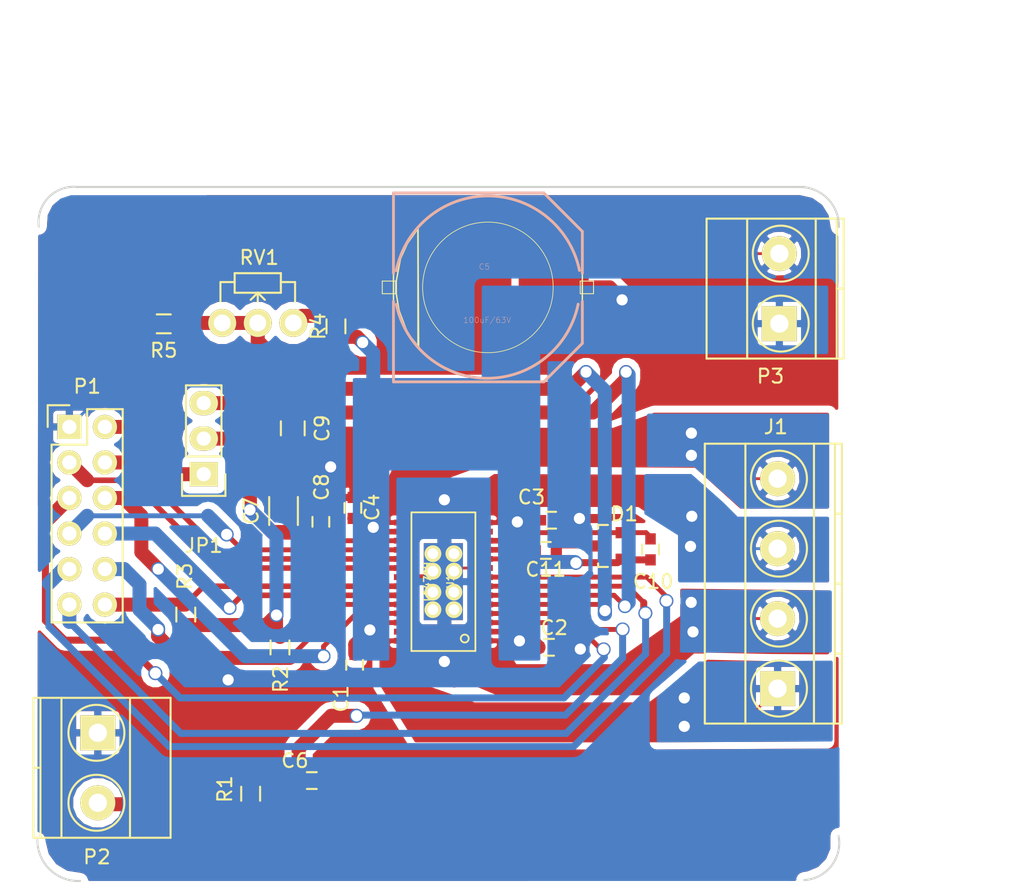
<source format=kicad_pcb>
(kicad_pcb (version 4) (host pcbnew 4.0.2+dfsg1-stable)

  (general
    (links 72)
    (no_connects 4)
    (area 109.269239 89.188997 166.723605 138.952261)
    (thickness 1.6)
    (drawings 14)
    (tracks 442)
    (zones 0)
    (modules 24)
    (nets 27)
  )

  (page A4)
  (title_block
    (title "Modulo L6470")
    (date 2017-11-02)
    (company "FIUNER - Leandro Mayrata")
  )

  (layers
    (0 F.Cu jumper)
    (31 B.Cu mixed)
    (33 F.Adhes user)
    (35 F.Paste user)
    (37 F.SilkS user)
    (39 F.Mask user)
    (40 Dwgs.User user)
    (41 Cmts.User user)
    (42 Eco1.User user)
    (43 Eco2.User user)
    (44 Edge.Cuts user)
    (45 Margin user)
    (47 F.CrtYd user)
    (49 F.Fab user)
  )

  (setup
    (last_trace_width 0.2)
    (trace_clearance 0.2)
    (zone_clearance 0.508)
    (zone_45_only yes)
    (trace_min 0.2)
    (segment_width 0.2)
    (edge_width 0.15)
    (via_size 1)
    (via_drill 0.8)
    (via_min_size 0.4)
    (via_min_drill 0.3)
    (uvia_size 0.3)
    (uvia_drill 0.1)
    (uvias_allowed no)
    (uvia_min_size 0.2)
    (uvia_min_drill 0.1)
    (pcb_text_width 0.3)
    (pcb_text_size 1.5 1.5)
    (mod_edge_width 0.15)
    (mod_text_size 1 1)
    (mod_text_width 0.15)
    (pad_size 2.4 2.4)
    (pad_drill 1.2)
    (pad_to_mask_clearance 0.2)
    (aux_axis_origin 0 0)
    (visible_elements FFFFFF7F)
    (pcbplotparams
      (layerselection 0x00030_80000001)
      (usegerberextensions false)
      (excludeedgelayer true)
      (linewidth 0.100000)
      (plotframeref false)
      (viasonmask false)
      (mode 1)
      (useauxorigin false)
      (hpglpennumber 1)
      (hpglpenspeed 20)
      (hpglpendiameter 15)
      (hpglpenoverlay 2)
      (psnegative false)
      (psa4output false)
      (plotreference true)
      (plotvalue true)
      (plotinvisibletext false)
      (padsonsilk false)
      (subtractmaskfromsilk false)
      (outputformat 1)
      (mirror false)
      (drillshape 0)
      (scaleselection 1)
      (outputdirectory ""))
  )

  (net 0 "")
  (net 1 VSA)
  (net 2 GND)
  (net 3 "Net-(C6-Pad1)")
  (net 4 VLOGIC)
  (net 5 VREG)
  (net 6 "Net-(C10-Pad1)")
  (net 7 "Net-(C11-Pad1)")
  (net 8 "Net-(C11-Pad2)")
  (net 9 "Net-(J1-Pad3)")
  (net 10 "Net-(J1-Pad4)")
  (net 11 "Net-(J1-Pad2)")
  (net 12 "Net-(J1-Pad1)")
  (net 13 VDD)
  (net 14 BUSY/SYNC)
  (net 15 FLAG)
  (net 16 RESET)
  (net 17 STCK)
  (net 18 SDO)
  (net 19 CS)
  (net 20 SDI)
  (net 21 SCK)
  (net 22 OSCIN)
  (net 23 OSCOUT)
  (net 24 "Net-(P2-Pad2)")
  (net 25 "Net-(R4-Pad2)")
  (net 26 "Net-(R5-Pad1)")

  (net_class Default "This is the default net class."
    (clearance 0.2)
    (trace_width 0.2)
    (via_dia 1)
    (via_drill 0.8)
    (uvia_dia 0.3)
    (uvia_drill 0.1)
    (add_net BUSY/SYNC)
    (add_net CS)
    (add_net FLAG)
    (add_net GND)
    (add_net "Net-(C10-Pad1)")
    (add_net "Net-(C11-Pad1)")
    (add_net "Net-(C11-Pad2)")
    (add_net "Net-(C6-Pad1)")
    (add_net "Net-(J1-Pad1)")
    (add_net "Net-(J1-Pad2)")
    (add_net "Net-(J1-Pad3)")
    (add_net "Net-(J1-Pad4)")
    (add_net "Net-(P2-Pad2)")
    (add_net "Net-(R4-Pad2)")
    (add_net "Net-(R5-Pad1)")
    (add_net OSCIN)
    (add_net OSCOUT)
    (add_net RESET)
    (add_net SCK)
    (add_net SDI)
    (add_net SDO)
    (add_net STCK)
    (add_net VDD)
    (add_net VLOGIC)
    (add_net VREG)
  )

  (net_class POWER ""
    (clearance 0.2)
    (trace_width 0.3)
    (via_dia 1)
    (via_drill 0.8)
    (uvia_dia 0.3)
    (uvia_drill 0.1)
    (add_net VSA)
  )

  (module Pin_Headers:Pin_Header_Straight_2x06 (layer F.Cu) (tedit 5A0AE367) (tstamp 59FB6B92)
    (at 111.633 106.426)
    (descr "Through hole pin header")
    (tags "pin header")
    (path /59FA503C)
    (fp_text reference P1 (at 1.27 -2.8956) (layer F.SilkS)
      (effects (font (size 1 1) (thickness 0.15)))
    )
    (fp_text value CONN_02X05 (at 0 -3.1) (layer F.Fab)
      (effects (font (size 1 1) (thickness 0.15)))
    )
    (fp_line (start -1.75 -1.75) (end -1.75 14.45) (layer F.CrtYd) (width 0.05))
    (fp_line (start 4.3 -1.75) (end 4.3 14.45) (layer F.CrtYd) (width 0.05))
    (fp_line (start -1.75 -1.75) (end 4.3 -1.75) (layer F.CrtYd) (width 0.05))
    (fp_line (start -1.75 14.45) (end 4.3 14.45) (layer F.CrtYd) (width 0.05))
    (fp_line (start 3.81 13.97) (end 3.81 -1.27) (layer F.SilkS) (width 0.15))
    (fp_line (start -1.27 1.27) (end -1.27 13.97) (layer F.SilkS) (width 0.15))
    (fp_line (start 3.81 13.97) (end -1.27 13.97) (layer F.SilkS) (width 0.15))
    (fp_line (start 3.81 -1.27) (end 1.27 -1.27) (layer F.SilkS) (width 0.15))
    (fp_line (start 0 -1.55) (end -1.55 -1.55) (layer F.SilkS) (width 0.15))
    (fp_line (start 1.27 -1.27) (end 1.27 1.27) (layer F.SilkS) (width 0.15))
    (fp_line (start 1.27 1.27) (end -1.27 1.27) (layer F.SilkS) (width 0.15))
    (fp_line (start -1.55 -1.55) (end -1.55 0) (layer F.SilkS) (width 0.15))
    (pad 1 thru_hole rect (at 0 0) (size 1.7272 1.7272) (drill 1.016) (layers *.Cu *.Mask F.SilkS)
      (net 2 GND))
    (pad 2 thru_hole oval (at 2.54 0) (size 1.7272 1.7272) (drill 1.016) (layers *.Cu *.Mask F.SilkS)
      (net 13 VDD))
    (pad 3 thru_hole oval (at 0 2.54) (size 1.7272 1.7272) (drill 1.016) (layers *.Cu *.Mask F.SilkS)
      (net 20 SDI))
    (pad 4 thru_hole oval (at 2.54 2.54) (size 1.7272 1.7272) (drill 1.016) (layers *.Cu *.Mask F.SilkS)
      (net 21 SCK))
    (pad 5 thru_hole oval (at 0 5.08) (size 1.7272 1.7272) (drill 1.016) (layers *.Cu *.Mask F.SilkS)
      (net 16 RESET))
    (pad 6 thru_hole oval (at 2.54 5.08) (size 1.7272 1.7272) (drill 1.016) (layers *.Cu *.Mask F.SilkS)
      (net 17 STCK))
    (pad 7 thru_hole oval (at 0 7.62) (size 1.7272 1.7272) (drill 1.016) (layers *.Cu *.Mask F.SilkS)
      (net 18 SDO))
    (pad 8 thru_hole oval (at 2.54 7.62) (size 1.7272 1.7272) (drill 1.016) (layers *.Cu *.Mask F.SilkS)
      (net 19 CS))
    (pad 9 thru_hole oval (at 0 10.16) (size 1.7272 1.7272) (drill 1.016) (layers *.Cu *.Mask F.SilkS)
      (net 23 OSCOUT))
    (pad 10 thru_hole oval (at 2.54 10.16) (size 1.7272 1.7272) (drill 1.016) (layers *.Cu *.Mask F.SilkS)
      (net 15 FLAG))
    (pad 11 thru_hole oval (at 0 12.7) (size 1.7272 1.7272) (drill 1.016) (layers *.Cu *.Mask F.SilkS)
      (net 22 OSCIN))
    (pad 12 thru_hole oval (at 2.54 12.7) (size 1.7272 1.7272) (drill 1.016) (layers *.Cu *.Mask F.SilkS)
      (net 14 BUSY/SYNC))
    (model Pin_Headers.3dshapes/Pin_Header_Straight_2x06.wrl
      (at (xyz 0.05 -0.25 0))
      (scale (xyz 1 1 1))
      (rotate (xyz 0 0 90))
    )
  )

  (module Capacitors_SMD:C_0603 (layer F.Cu) (tedit 59FBCF27) (tstamp 59FB6B30)
    (at 132.0165 123.432 270)
    (descr "Capacitor SMD 0603, reflow soldering, AVX (see smccp.pdf)")
    (tags "capacitor 0603")
    (path /59F9CFFD)
    (attr smd)
    (fp_text reference C1 (at 2.4264 0.9652 270) (layer F.SilkS)
      (effects (font (size 1 1) (thickness 0.15)))
    )
    (fp_text value 100nF/50V (at 0 1.9 270) (layer F.Fab) hide
      (effects (font (size 1 1) (thickness 0.15)))
    )
    (fp_line (start -1.45 -0.75) (end 1.45 -0.75) (layer F.CrtYd) (width 0.05))
    (fp_line (start -1.45 0.75) (end 1.45 0.75) (layer F.CrtYd) (width 0.05))
    (fp_line (start -1.45 -0.75) (end -1.45 0.75) (layer F.CrtYd) (width 0.05))
    (fp_line (start 1.45 -0.75) (end 1.45 0.75) (layer F.CrtYd) (width 0.05))
    (fp_line (start -0.35 -0.6) (end 0.35 -0.6) (layer F.SilkS) (width 0.15))
    (fp_line (start 0.35 0.6) (end -0.35 0.6) (layer F.SilkS) (width 0.15))
    (pad 1 smd rect (at -0.75 0 270) (size 0.8 0.75) (layers F.Cu F.Paste F.Mask)
      (net 1 VSA))
    (pad 2 smd rect (at 0.75 0 270) (size 0.8 0.75) (layers F.Cu F.Paste F.Mask)
      (net 2 GND))
    (model Capacitors_SMD.3dshapes/C_0603.wrl
      (at (xyz 0 0 0))
      (scale (xyz 1 1 1))
      (rotate (xyz 0 0 0))
    )
  )

  (module Capacitors_SMD:C_0603 (layer F.Cu) (tedit 59FBCE6D) (tstamp 59FB6B36)
    (at 145.911 122.174)
    (descr "Capacitor SMD 0603, reflow soldering, AVX (see smccp.pdf)")
    (tags "capacitor 0603")
    (path /59F9D04C)
    (attr smd)
    (fp_text reference C2 (at 0.369 -1.397) (layer F.SilkS)
      (effects (font (size 1 1) (thickness 0.15)))
    )
    (fp_text value 100nF/50V (at 0 1.9) (layer F.Fab) hide
      (effects (font (size 1 1) (thickness 0.15)))
    )
    (fp_line (start -1.45 -0.75) (end 1.45 -0.75) (layer F.CrtYd) (width 0.05))
    (fp_line (start -1.45 0.75) (end 1.45 0.75) (layer F.CrtYd) (width 0.05))
    (fp_line (start -1.45 -0.75) (end -1.45 0.75) (layer F.CrtYd) (width 0.05))
    (fp_line (start 1.45 -0.75) (end 1.45 0.75) (layer F.CrtYd) (width 0.05))
    (fp_line (start -0.35 -0.6) (end 0.35 -0.6) (layer F.SilkS) (width 0.15))
    (fp_line (start 0.35 0.6) (end -0.35 0.6) (layer F.SilkS) (width 0.15))
    (pad 1 smd rect (at -0.75 0) (size 0.8 0.75) (layers F.Cu F.Paste F.Mask)
      (net 1 VSA))
    (pad 2 smd rect (at 0.75 0) (size 0.8 0.75) (layers F.Cu F.Paste F.Mask)
      (net 2 GND))
    (model Capacitors_SMD.3dshapes/C_0603.wrl
      (at (xyz 0 0 0))
      (scale (xyz 1 1 1))
      (rotate (xyz 0 0 0))
    )
  )

  (module Capacitors_SMD:C_0603 (layer F.Cu) (tedit 59FBCF0C) (tstamp 59FB6B3C)
    (at 146.062 113.0935)
    (descr "Capacitor SMD 0603, reflow soldering, AVX (see smccp.pdf)")
    (tags "capacitor 0603")
    (path /59F9D121)
    (attr smd)
    (fp_text reference C3 (at -1.409 -1.651) (layer F.SilkS)
      (effects (font (size 1 1) (thickness 0.15)))
    )
    (fp_text value 100nF/50V (at 0 1.9) (layer F.Fab) hide
      (effects (font (size 1 1) (thickness 0.15)))
    )
    (fp_line (start -1.45 -0.75) (end 1.45 -0.75) (layer F.CrtYd) (width 0.05))
    (fp_line (start -1.45 0.75) (end 1.45 0.75) (layer F.CrtYd) (width 0.05))
    (fp_line (start -1.45 -0.75) (end -1.45 0.75) (layer F.CrtYd) (width 0.05))
    (fp_line (start 1.45 -0.75) (end 1.45 0.75) (layer F.CrtYd) (width 0.05))
    (fp_line (start -0.35 -0.6) (end 0.35 -0.6) (layer F.SilkS) (width 0.15))
    (fp_line (start 0.35 0.6) (end -0.35 0.6) (layer F.SilkS) (width 0.15))
    (pad 1 smd rect (at -0.75 0) (size 0.8 0.75) (layers F.Cu F.Paste F.Mask)
      (net 1 VSA))
    (pad 2 smd rect (at 0.75 0) (size 0.8 0.75) (layers F.Cu F.Paste F.Mask)
      (net 2 GND))
    (model Capacitors_SMD.3dshapes/C_0603.wrl
      (at (xyz 0 0 0))
      (scale (xyz 1 1 1))
      (rotate (xyz 0 0 0))
    )
  )

  (module Capacitors_SMD:C_0603 (layer F.Cu) (tedit 59FBD575) (tstamp 59FB6B42)
    (at 131.8895 112.2165 90)
    (descr "Capacitor SMD 0603, reflow soldering, AVX (see smccp.pdf)")
    (tags "capacitor 0603")
    (path /59F9D1A2)
    (attr smd)
    (fp_text reference C4 (at 0.0388 1.3716 90) (layer F.SilkS)
      (effects (font (size 1 1) (thickness 0.15)))
    )
    (fp_text value 100nF/50V (at 0 2.54 90) (layer F.Fab) hide
      (effects (font (size 1 1) (thickness 0.15)))
    )
    (fp_line (start -1.45 -0.75) (end 1.45 -0.75) (layer F.CrtYd) (width 0.05))
    (fp_line (start -1.45 0.75) (end 1.45 0.75) (layer F.CrtYd) (width 0.05))
    (fp_line (start -1.45 -0.75) (end -1.45 0.75) (layer F.CrtYd) (width 0.05))
    (fp_line (start 1.45 -0.75) (end 1.45 0.75) (layer F.CrtYd) (width 0.05))
    (fp_line (start -0.35 -0.6) (end 0.35 -0.6) (layer F.SilkS) (width 0.15))
    (fp_line (start 0.35 0.6) (end -0.35 0.6) (layer F.SilkS) (width 0.15))
    (pad 1 smd rect (at -0.75 0 90) (size 0.8 0.75) (layers F.Cu F.Paste F.Mask)
      (net 1 VSA))
    (pad 2 smd rect (at 0.75 0 90) (size 0.8 0.75) (layers F.Cu F.Paste F.Mask)
      (net 2 GND))
    (model Capacitors_SMD.3dshapes/C_0603.wrl
      (at (xyz 0 0 0))
      (scale (xyz 1 1 1))
      (rotate (xyz 0 0 0))
    )
  )

  (module project_footprints:PANASONIC_H13 (layer F.Cu) (tedit 200000) (tstamp 59FB6B48)
    (at 141.5415 96.4565)
    (path /59FB5138)
    (attr smd)
    (fp_text reference C5 (at -0.254 -1.4732) (layer B.SilkS)
      (effects (font (size 0.4064 0.4064) (thickness 0.0254)))
    )
    (fp_text value 100uF/63V (at -0.0508 2.3368) (layer B.SilkS)
      (effects (font (size 0.4064 0.4064) (thickness 0.0254)))
    )
    (fp_line (start -7.54888 0.44958) (end -6.59892 0.44958) (layer F.SilkS) (width 0.06604))
    (fp_line (start -6.59892 0.44958) (end -6.59892 -0.44958) (layer F.SilkS) (width 0.06604))
    (fp_line (start -7.54888 -0.44958) (end -6.59892 -0.44958) (layer F.SilkS) (width 0.06604))
    (fp_line (start -7.54888 0.44958) (end -7.54888 -0.44958) (layer F.SilkS) (width 0.06604))
    (fp_line (start 6.59892 0.44958) (end 7.54888 0.44958) (layer F.SilkS) (width 0.06604))
    (fp_line (start 7.54888 0.44958) (end 7.54888 -0.44958) (layer F.SilkS) (width 0.06604))
    (fp_line (start 6.59892 -0.44958) (end 7.54888 -0.44958) (layer F.SilkS) (width 0.06604))
    (fp_line (start 6.59892 0.44958) (end 6.59892 -0.44958) (layer F.SilkS) (width 0.06604))
    (fp_line (start -6.74878 -6.74878) (end 3.99796 -6.74878) (layer F.SilkS) (width 0.1016))
    (fp_line (start 3.99796 -6.74878) (end 6.74878 -3.99796) (layer F.SilkS) (width 0.1016))
    (fp_line (start 6.74878 -3.99796) (end 6.74878 3.99796) (layer F.SilkS) (width 0.1016))
    (fp_line (start 6.74878 3.99796) (end 3.99796 6.74878) (layer F.SilkS) (width 0.1016))
    (fp_line (start 3.99796 6.74878) (end -6.74878 6.74878) (layer F.SilkS) (width 0.1016))
    (fp_line (start -6.74878 6.74878) (end -6.74878 -6.74878) (layer F.SilkS) (width 0.1016))
    (fp_line (start -6.74878 -0.99822) (end -6.74878 -6.74878) (layer B.SilkS) (width 0.2032))
    (fp_line (start -6.74878 -6.74878) (end 3.99796 -6.74878) (layer B.SilkS) (width 0.2032))
    (fp_line (start 3.99796 -6.74878) (end 6.74878 -3.99796) (layer B.SilkS) (width 0.2032))
    (fp_line (start 6.74878 -3.99796) (end 6.74878 -0.99822) (layer B.SilkS) (width 0.2032))
    (fp_line (start 6.74878 0.99822) (end 6.74878 3.99796) (layer B.SilkS) (width 0.2032))
    (fp_line (start 6.74878 3.99796) (end 3.99796 6.74878) (layer B.SilkS) (width 0.2032))
    (fp_line (start 3.99796 6.74878) (end -6.74878 6.74878) (layer B.SilkS) (width 0.2032))
    (fp_line (start -6.74878 6.74878) (end -6.74878 0.99822) (layer B.SilkS) (width 0.2032))
    (fp_line (start -4.99872 -4.24942) (end -4.94792 4.34848) (layer F.SilkS) (width 0.1016))
    (fp_line (start -4.99872 -4.19862) (end -5.74802 -3.1496) (layer F.SilkS) (width 0.1016))
    (fp_line (start -5.74802 -3.1496) (end -6.2484 -2.04978) (layer F.SilkS) (width 0.1016))
    (fp_line (start -6.2484 -2.04978) (end -6.54812 -0.44958) (layer F.SilkS) (width 0.1016))
    (fp_line (start -6.54812 -0.44958) (end -6.54812 0.44958) (layer F.SilkS) (width 0.1016))
    (fp_line (start -6.54812 0.44958) (end -6.35 1.64846) (layer F.SilkS) (width 0.1016))
    (fp_line (start -6.35 1.64846) (end -5.74802 3.24866) (layer F.SilkS) (width 0.1016))
    (fp_line (start -5.74802 3.24866) (end -4.99872 4.19862) (layer F.SilkS) (width 0.1016))
    (fp_line (start -4.99872 4.19862) (end -4.99872 -4.19862) (layer F.SilkS) (width 0.1016))
    (fp_circle (center 0 0) (end -3.29946 3.29946) (layer F.SilkS) (width 0.0508))
    (fp_arc (start -0.04826 -0.1397) (end 6.44906 1.19888) (angle 156.6) (layer B.SilkS) (width 0.2032))
    (fp_arc (start 0 0.14986) (end -6.54812 -1.19888) (angle 156.6) (layer B.SilkS) (width 0.2032))
    (pad + smd rect (at 4.699 0) (size 4.99872 1.59766) (layers F.Cu F.Paste F.Mask)
      (net 1 VSA))
    (pad - smd rect (at -4.699 0) (size 4.99872 1.59766) (layers F.Cu F.Paste F.Mask)
      (net 2 GND))
    (model Capacitors_SMD.3dshapes/c_elec_6.3x7.7.wrl
      (at (xyz 0 0 0))
      (scale (xyz 1 1 1))
      (rotate (xyz 0 0 0))
    )
    (model Capacitors_SMD.3dshapes/c_elec_10x10.wrl
      (at (xyz 0 0 0))
      (scale (xyz 1 1 1))
      (rotate (xyz 0 0 0))
    )
  )

  (module Capacitors_SMD:C_0603 (layer F.Cu) (tedit 59FBD76D) (tstamp 59FB6B4E)
    (at 128.9565 131.699)
    (descr "Capacitor SMD 0603, reflow soldering, AVX (see smccp.pdf)")
    (tags "capacitor 0603")
    (path /59F9E42E)
    (attr smd)
    (fp_text reference C6 (at -1.2072 -1.4224) (layer F.SilkS)
      (effects (font (size 1 1) (thickness 0.15)))
    )
    (fp_text value "100nF / 50V" (at -0.52508 2.36728) (layer F.Fab) hide
      (effects (font (size 1 1) (thickness 0.15)))
    )
    (fp_line (start -1.45 -0.75) (end 1.45 -0.75) (layer F.CrtYd) (width 0.05))
    (fp_line (start -1.45 0.75) (end 1.45 0.75) (layer F.CrtYd) (width 0.05))
    (fp_line (start -1.45 -0.75) (end -1.45 0.75) (layer F.CrtYd) (width 0.05))
    (fp_line (start 1.45 -0.75) (end 1.45 0.75) (layer F.CrtYd) (width 0.05))
    (fp_line (start -0.35 -0.6) (end 0.35 -0.6) (layer F.SilkS) (width 0.15))
    (fp_line (start 0.35 0.6) (end -0.35 0.6) (layer F.SilkS) (width 0.15))
    (pad 1 smd rect (at -0.75 0) (size 0.8 0.75) (layers F.Cu F.Paste F.Mask)
      (net 3 "Net-(C6-Pad1)"))
    (pad 2 smd rect (at 0.75 0) (size 0.8 0.75) (layers F.Cu F.Paste F.Mask)
      (net 2 GND))
    (model Capacitors_SMD.3dshapes/C_0603.wrl
      (at (xyz 0 0 0))
      (scale (xyz 1 1 1))
      (rotate (xyz 0 0 0))
    )
  )

  (module Capacitors_SMD:C_0603 (layer F.Cu) (tedit 59FBD7AF) (tstamp 59FB6B5A)
    (at 129.6035 113.2085 90)
    (descr "Capacitor SMD 0603, reflow soldering, AVX (see smccp.pdf)")
    (tags "capacitor 0603")
    (path /59F9C7E5)
    (attr smd)
    (fp_text reference C8 (at 2.4772 0.0508 90) (layer F.SilkS)
      (effects (font (size 1 1) (thickness 0.15)))
    )
    (fp_text value "0.1uF / 16 V" (at 0 1.9 90) (layer F.Fab) hide
      (effects (font (size 1 1) (thickness 0.15)))
    )
    (fp_line (start -1.45 -0.75) (end 1.45 -0.75) (layer F.CrtYd) (width 0.05))
    (fp_line (start -1.45 0.75) (end 1.45 0.75) (layer F.CrtYd) (width 0.05))
    (fp_line (start -1.45 -0.75) (end -1.45 0.75) (layer F.CrtYd) (width 0.05))
    (fp_line (start 1.45 -0.75) (end 1.45 0.75) (layer F.CrtYd) (width 0.05))
    (fp_line (start -0.35 -0.6) (end 0.35 -0.6) (layer F.SilkS) (width 0.15))
    (fp_line (start 0.35 0.6) (end -0.35 0.6) (layer F.SilkS) (width 0.15))
    (pad 1 smd rect (at -0.75 0 90) (size 0.8 0.75) (layers F.Cu F.Paste F.Mask)
      (net 4 VLOGIC))
    (pad 2 smd rect (at 0.75 0 90) (size 0.8 0.75) (layers F.Cu F.Paste F.Mask)
      (net 2 GND))
    (model Capacitors_SMD.3dshapes/C_0603.wrl
      (at (xyz 0 0 0))
      (scale (xyz 1 1 1))
      (rotate (xyz 0 0 0))
    )
  )

  (module Capacitors_SMD:C_0603 (layer F.Cu) (tedit 59FBCE73) (tstamp 59FB6B66)
    (at 153.162 115.177 270)
    (descr "Capacitor SMD 0603, reflow soldering, AVX (see smccp.pdf)")
    (tags "capacitor 0603")
    (path /59F9C021)
    (attr smd)
    (fp_text reference C10 (at 2.298 -0.1905 360) (layer F.SilkS)
      (effects (font (size 1 1) (thickness 0.15)))
    )
    (fp_text value "220nF / 25V" (at 0 1.9 270) (layer F.Fab) hide
      (effects (font (size 1 1) (thickness 0.15)))
    )
    (fp_line (start -1.45 -0.75) (end 1.45 -0.75) (layer F.CrtYd) (width 0.05))
    (fp_line (start -1.45 0.75) (end 1.45 0.75) (layer F.CrtYd) (width 0.05))
    (fp_line (start -1.45 -0.75) (end -1.45 0.75) (layer F.CrtYd) (width 0.05))
    (fp_line (start 1.45 -0.75) (end 1.45 0.75) (layer F.CrtYd) (width 0.05))
    (fp_line (start -0.35 -0.6) (end 0.35 -0.6) (layer F.SilkS) (width 0.15))
    (fp_line (start 0.35 0.6) (end -0.35 0.6) (layer F.SilkS) (width 0.15))
    (pad 1 smd rect (at -0.75 0 270) (size 0.8 0.75) (layers F.Cu F.Paste F.Mask)
      (net 6 "Net-(C10-Pad1)"))
    (pad 2 smd rect (at 0.75 0 270) (size 0.8 0.75) (layers F.Cu F.Paste F.Mask)
      (net 1 VSA))
    (model Capacitors_SMD.3dshapes/C_0603.wrl
      (at (xyz 0 0 0))
      (scale (xyz 1 1 1))
      (rotate (xyz 0 0 0))
    )
  )

  (module Capacitors_SMD:C_0603 (layer F.Cu) (tedit 59FBCE76) (tstamp 59FB6B6C)
    (at 145.681 115.2525)
    (descr "Capacitor SMD 0603, reflow soldering, AVX (see smccp.pdf)")
    (tags "capacitor 0603")
    (path /59F8F6F9)
    (attr smd)
    (fp_text reference C11 (at -0.00946 1.3589) (layer F.SilkS)
      (effects (font (size 1 1) (thickness 0.15)))
    )
    (fp_text value "10nF / 50 V" (at 0 0.75) (layer F.Fab) hide
      (effects (font (size 1 1) (thickness 0.15)))
    )
    (fp_line (start -1.45 -0.75) (end 1.45 -0.75) (layer F.CrtYd) (width 0.05))
    (fp_line (start -1.45 0.75) (end 1.45 0.75) (layer F.CrtYd) (width 0.05))
    (fp_line (start -1.45 -0.75) (end -1.45 0.75) (layer F.CrtYd) (width 0.05))
    (fp_line (start 1.45 -0.75) (end 1.45 0.75) (layer F.CrtYd) (width 0.05))
    (fp_line (start -0.35 -0.6) (end 0.35 -0.6) (layer F.SilkS) (width 0.15))
    (fp_line (start 0.35 0.6) (end -0.35 0.6) (layer F.SilkS) (width 0.15))
    (pad 1 smd rect (at -0.75 0) (size 0.8 0.75) (layers F.Cu F.Paste F.Mask)
      (net 7 "Net-(C11-Pad1)"))
    (pad 2 smd rect (at 0.75 0) (size 0.8 0.75) (layers F.Cu F.Paste F.Mask)
      (net 8 "Net-(C11-Pad2)"))
    (model Capacitors_SMD.3dshapes/C_0603.wrl
      (at (xyz 0 0 0))
      (scale (xyz 1 1 1))
      (rotate (xyz 0 0 0))
    )
  )

  (module TO_SOT_Packages_SMD:SOT-23 (layer F.Cu) (tedit 59FB8251) (tstamp 59FB6B73)
    (at 150.06574 114.9325 90)
    (descr "SOT-23, Standard")
    (tags SOT-23)
    (path /59F90626)
    (attr smd)
    (fp_text reference D1 (at 2.286 1.22428 180) (layer F.SilkS)
      (effects (font (size 1 1) (thickness 0.15)))
    )
    (fp_text value D_Schottky_x2_Serial_CAK (at 0 2.3 90) (layer F.Fab) hide
      (effects (font (size 1 1) (thickness 0.15)))
    )
    (fp_line (start -1.65 -1.6) (end 1.65 -1.6) (layer F.CrtYd) (width 0.05))
    (fp_line (start 1.65 -1.6) (end 1.65 1.6) (layer F.CrtYd) (width 0.05))
    (fp_line (start 1.65 1.6) (end -1.65 1.6) (layer F.CrtYd) (width 0.05))
    (fp_line (start -1.65 1.6) (end -1.65 -1.6) (layer F.CrtYd) (width 0.05))
    (fp_line (start 1.29916 -0.65024) (end 1.2509 -0.65024) (layer F.SilkS) (width 0.15))
    (fp_line (start -1.49982 0.0508) (end -1.49982 -0.65024) (layer F.SilkS) (width 0.15))
    (fp_line (start -1.49982 -0.65024) (end -1.2509 -0.65024) (layer F.SilkS) (width 0.15))
    (fp_line (start 1.29916 -0.65024) (end 1.49982 -0.65024) (layer F.SilkS) (width 0.15))
    (fp_line (start 1.49982 -0.65024) (end 1.49982 0.0508) (layer F.SilkS) (width 0.15))
    (pad 1 smd rect (at -0.95 1.00076 90) (size 0.8001 0.8001) (layers F.Cu F.Paste F.Mask)
      (net 1 VSA))
    (pad 2 smd rect (at 0.95 1.00076 90) (size 0.8001 0.8001) (layers F.Cu F.Paste F.Mask)
      (net 6 "Net-(C10-Pad1)"))
    (pad 3 smd rect (at 0 -0.99822 90) (size 0.8001 0.8001) (layers F.Cu F.Paste F.Mask)
      (net 8 "Net-(C11-Pad2)"))
    (model TO_SOT_Packages_SMD.3dshapes/SOT-23.wrl
      (at (xyz 0 0 0))
      (scale (xyz 1 1 1))
      (rotate (xyz 0 0 0))
    )
  )

  (module Resistors_SMD:R_0603 (layer F.Cu) (tedit 59FBD772) (tstamp 59FB6BA4)
    (at 124.587 132.6395 270)
    (descr "Resistor SMD 0603, reflow soldering, Vishay (see dcrcw.pdf)")
    (tags "resistor 0603")
    (path /59F9E4B9)
    (attr smd)
    (fp_text reference R1 (at -0.3295 1.8415 270) (layer F.SilkS)
      (effects (font (size 1 1) (thickness 0.15)))
    )
    (fp_text value 100 (at 0 1.9 270) (layer F.Fab) hide
      (effects (font (size 1 1) (thickness 0.15)))
    )
    (fp_line (start -1.3 -0.8) (end 1.3 -0.8) (layer F.CrtYd) (width 0.05))
    (fp_line (start -1.3 0.8) (end 1.3 0.8) (layer F.CrtYd) (width 0.05))
    (fp_line (start -1.3 -0.8) (end -1.3 0.8) (layer F.CrtYd) (width 0.05))
    (fp_line (start 1.3 -0.8) (end 1.3 0.8) (layer F.CrtYd) (width 0.05))
    (fp_line (start 0.5 0.675) (end -0.5 0.675) (layer F.SilkS) (width 0.15))
    (fp_line (start -0.5 -0.675) (end 0.5 -0.675) (layer F.SilkS) (width 0.15))
    (pad 1 smd rect (at -0.75 0 270) (size 0.5 0.9) (layers F.Cu F.Paste F.Mask)
      (net 3 "Net-(C6-Pad1)"))
    (pad 2 smd rect (at 0.75 0 270) (size 0.5 0.9) (layers F.Cu F.Paste F.Mask)
      (net 24 "Net-(P2-Pad2)"))
    (model Resistors_SMD.3dshapes/R_0603.wrl
      (at (xyz 0 0 0))
      (scale (xyz 1 1 1))
      (rotate (xyz 0 0 0))
    )
  )

  (module Resistors_SMD:R_0603 (layer F.Cu) (tedit 59FBD56F) (tstamp 59FB6BAA)
    (at 126.6825 122.186 270)
    (descr "Resistor SMD 0603, reflow soldering, Vishay (see dcrcw.pdf)")
    (tags "resistor 0603")
    (path /59F9CC38)
    (attr smd)
    (fp_text reference R2 (at 2.274 -0.0508 450) (layer F.SilkS)
      (effects (font (size 1 1) (thickness 0.15)))
    )
    (fp_text value 39K (at 0.49714 2.09296 270) (layer F.Fab) hide
      (effects (font (size 1 1) (thickness 0.15)))
    )
    (fp_line (start -1.3 -0.8) (end 1.3 -0.8) (layer F.CrtYd) (width 0.05))
    (fp_line (start -1.3 0.8) (end 1.3 0.8) (layer F.CrtYd) (width 0.05))
    (fp_line (start -1.3 -0.8) (end -1.3 0.8) (layer F.CrtYd) (width 0.05))
    (fp_line (start 1.3 -0.8) (end 1.3 0.8) (layer F.CrtYd) (width 0.05))
    (fp_line (start 0.5 0.675) (end -0.5 0.675) (layer F.SilkS) (width 0.15))
    (fp_line (start -0.5 -0.675) (end 0.5 -0.675) (layer F.SilkS) (width 0.15))
    (pad 1 smd rect (at -0.75 0 270) (size 0.5 0.9) (layers F.Cu F.Paste F.Mask)
      (net 4 VLOGIC))
    (pad 2 smd rect (at 0.75 0 270) (size 0.5 0.9) (layers F.Cu F.Paste F.Mask)
      (net 15 FLAG))
    (model Resistors_SMD.3dshapes/R_0603.wrl
      (at (xyz 0 0 0))
      (scale (xyz 1 1 1))
      (rotate (xyz 0 0 0))
    )
  )

  (module Resistors_SMD:R_0603 (layer F.Cu) (tedit 59FBD5A6) (tstamp 59FB6BB0)
    (at 119.9515 119.8365 90)
    (descr "Resistor SMD 0603, reflow soldering, Vishay (see dcrcw.pdf)")
    (tags "resistor 0603")
    (path /59F9CBAF)
    (attr smd)
    (fp_text reference R3 (at 2.7305 -0.0635 270) (layer F.SilkS)
      (effects (font (size 1 1) (thickness 0.15)))
    )
    (fp_text value 39K (at 0 1.79 90) (layer F.Fab) hide
      (effects (font (size 1 1) (thickness 0.15)))
    )
    (fp_line (start -1.3 -0.8) (end 1.3 -0.8) (layer F.CrtYd) (width 0.05))
    (fp_line (start -1.3 0.8) (end 1.3 0.8) (layer F.CrtYd) (width 0.05))
    (fp_line (start -1.3 -0.8) (end -1.3 0.8) (layer F.CrtYd) (width 0.05))
    (fp_line (start 1.3 -0.8) (end 1.3 0.8) (layer F.CrtYd) (width 0.05))
    (fp_line (start 0.5 0.675) (end -0.5 0.675) (layer F.SilkS) (width 0.15))
    (fp_line (start -0.5 -0.675) (end 0.5 -0.675) (layer F.SilkS) (width 0.15))
    (pad 1 smd rect (at -0.75 0 90) (size 0.5 0.9) (layers F.Cu F.Paste F.Mask)
      (net 4 VLOGIC))
    (pad 2 smd rect (at 0.75 0 90) (size 0.5 0.9) (layers F.Cu F.Paste F.Mask)
      (net 14 BUSY/SYNC))
    (model Resistors_SMD.3dshapes/R_0603.wrl
      (at (xyz 0 0 0))
      (scale (xyz 1 1 1))
      (rotate (xyz 0 0 0))
    )
  )

  (module Resistors_SMD:R_0603 (layer F.Cu) (tedit 5415CC62) (tstamp 59FB6BB6)
    (at 130.683 99.2385 90)
    (descr "Resistor SMD 0603, reflow soldering, Vishay (see dcrcw.pdf)")
    (tags "resistor 0603")
    (path /59F9F97A)
    (attr smd)
    (fp_text reference R4 (at 0 -1.27 90) (layer F.SilkS)
      (effects (font (size 1 1) (thickness 0.15)))
    )
    (fp_text value 33K (at 0 1.9 90) (layer F.Fab)
      (effects (font (size 1 1) (thickness 0.15)))
    )
    (fp_line (start -1.3 -0.8) (end 1.3 -0.8) (layer F.CrtYd) (width 0.05))
    (fp_line (start -1.3 0.8) (end 1.3 0.8) (layer F.CrtYd) (width 0.05))
    (fp_line (start -1.3 -0.8) (end -1.3 0.8) (layer F.CrtYd) (width 0.05))
    (fp_line (start 1.3 -0.8) (end 1.3 0.8) (layer F.CrtYd) (width 0.05))
    (fp_line (start 0.5 0.675) (end -0.5 0.675) (layer F.SilkS) (width 0.15))
    (fp_line (start -0.5 -0.675) (end 0.5 -0.675) (layer F.SilkS) (width 0.15))
    (pad 1 smd rect (at -0.75 0 90) (size 0.5 0.9) (layers F.Cu F.Paste F.Mask)
      (net 1 VSA))
    (pad 2 smd rect (at 0.75 0 90) (size 0.5 0.9) (layers F.Cu F.Paste F.Mask)
      (net 25 "Net-(R4-Pad2)"))
    (model Resistors_SMD.3dshapes/R_0603.wrl
      (at (xyz 0 0 0))
      (scale (xyz 1 1 1))
      (rotate (xyz 0 0 0))
    )
  )

  (module Resistors_SMD:R_0603 (layer F.Cu) (tedit 5415CC62) (tstamp 59FB6BBC)
    (at 118.376 99.06 180)
    (descr "Resistor SMD 0603, reflow soldering, Vishay (see dcrcw.pdf)")
    (tags "resistor 0603")
    (path /59F9F8F5)
    (attr smd)
    (fp_text reference R5 (at 0 -1.9 180) (layer F.SilkS)
      (effects (font (size 1 1) (thickness 0.15)))
    )
    (fp_text value 8.2K (at 0 1.9 180) (layer F.Fab)
      (effects (font (size 1 1) (thickness 0.15)))
    )
    (fp_line (start -1.3 -0.8) (end 1.3 -0.8) (layer F.CrtYd) (width 0.05))
    (fp_line (start -1.3 0.8) (end 1.3 0.8) (layer F.CrtYd) (width 0.05))
    (fp_line (start -1.3 -0.8) (end -1.3 0.8) (layer F.CrtYd) (width 0.05))
    (fp_line (start 1.3 -0.8) (end 1.3 0.8) (layer F.CrtYd) (width 0.05))
    (fp_line (start 0.5 0.675) (end -0.5 0.675) (layer F.SilkS) (width 0.15))
    (fp_line (start -0.5 -0.675) (end 0.5 -0.675) (layer F.SilkS) (width 0.15))
    (pad 1 smd rect (at -0.75 0 180) (size 0.5 0.9) (layers F.Cu F.Paste F.Mask)
      (net 26 "Net-(R5-Pad1)"))
    (pad 2 smd rect (at 0.75 0 180) (size 0.5 0.9) (layers F.Cu F.Paste F.Mask)
      (net 2 GND))
    (model Resistors_SMD.3dshapes/R_0603.wrl
      (at (xyz 0 0 0))
      (scale (xyz 1 1 1))
      (rotate (xyz 0 0 0))
    )
  )

  (module Potentiometers:Potentiometer_WirePads_Small (layer F.Cu) (tedit 5446FD75) (tstamp 59FB6BC9)
    (at 122.555 98.9965 90)
    (descr "Potentiometer, Wire Pads only, small, RevA, 02 Aug 2010,")
    (tags "Potentiometer, Wire Pads only, small, RevA, 02 Aug 2010,")
    (path /59FA05CC)
    (fp_text reference RV1 (at 4.6736 2.6416 180) (layer F.SilkS)
      (effects (font (size 1 1) (thickness 0.15)))
    )
    (fp_text value 200K (at 5.08 2.54 180) (layer F.Fab)
      (effects (font (size 1 1) (thickness 0.15)))
    )
    (fp_line (start 2.921 4.191) (end 2.921 5.207) (layer F.SilkS) (width 0.15))
    (fp_line (start 2.921 5.207) (end 1.524 5.207) (layer F.SilkS) (width 0.15))
    (fp_line (start 2.921 0.889) (end 2.921 -0.127) (layer F.SilkS) (width 0.15))
    (fp_line (start 2.921 -0.127) (end 1.524 -0.127) (layer F.SilkS) (width 0.15))
    (fp_line (start 2.159 2.54) (end 1.524 2.54) (layer F.SilkS) (width 0.15))
    (fp_line (start 2.159 2.54) (end 1.651 3.048) (layer F.SilkS) (width 0.15))
    (fp_line (start 2.159 2.54) (end 1.651 2.032) (layer F.SilkS) (width 0.15))
    (fp_line (start 2.159 0.889) (end 3.556 0.889) (layer F.SilkS) (width 0.15))
    (fp_line (start 3.556 0.889) (end 3.556 4.191) (layer F.SilkS) (width 0.15))
    (fp_line (start 3.556 4.191) (end 2.159 4.191) (layer F.SilkS) (width 0.15))
    (fp_line (start 2.159 4.191) (end 2.159 0.889) (layer F.SilkS) (width 0.15))
    (pad 2 thru_hole circle (at 0 2.54 90) (size 1.99898 1.99898) (drill 1.19888) (layers *.Cu *.Mask F.SilkS)
      (net 26 "Net-(R5-Pad1)"))
    (pad 3 thru_hole circle (at 0 5.08 90) (size 1.99898 1.99898) (drill 1.19888) (layers *.Cu *.Mask F.SilkS)
      (net 25 "Net-(R4-Pad2)"))
    (pad 1 thru_hole circle (at 0 0 90) (size 1.99898 1.99898) (drill 1.19888) (layers *.Cu *.Mask F.SilkS)
      (net 26 "Net-(R5-Pad1)"))
  )

  (module project_footprints:tssop-28-pwp (layer F.Cu) (tedit 55789597) (tstamp 59FB6BF2)
    (at 138.36142 117.48516 90)
    (descr TSSOP-28)
    (path /59F8CE14)
    (fp_text reference U1 (at 0 0.508 90) (layer F.SilkS)
      (effects (font (size 0.50038 0.50038) (thickness 0.09906)))
    )
    (fp_text value L6470H (at 0 -1.143 90) (layer F.SilkS)
      (effects (font (size 0.50038 0.50038) (thickness 0.09906)))
    )
    (fp_line (start 4.953 -2.286) (end -4.953 -2.286) (layer F.SilkS) (width 0.127))
    (fp_line (start -4.953 -2.286) (end -4.953 2.286) (layer F.SilkS) (width 0.127))
    (fp_line (start -4.953 2.286) (end 4.953 2.286) (layer F.SilkS) (width 0.127))
    (fp_line (start 4.953 2.286) (end 4.953 -2.286) (layer F.SilkS) (width 0.127))
    (fp_circle (center -4.064 1.524) (end -4.191 1.778) (layer F.SilkS) (width 0.127))
    (pad 7 smd rect (at -0.32512 2.79908 90) (size 0.4191 1.47066) (layers F.Cu F.Paste F.Mask)
      (net 22 OSCIN))
    (pad 8 smd rect (at 0.32512 2.79908 90) (size 0.4191 1.47066) (layers F.Cu F.Paste F.Mask)
      (net 23 OSCOUT))
    (pad 9 smd rect (at 0.97536 2.79908 90) (size 0.4191 1.47066) (layers F.Cu F.Paste F.Mask)
      (net 2 GND))
    (pad 10 smd rect (at 1.6256 2.79908 90) (size 0.4191 1.47066) (layers F.Cu F.Paste F.Mask)
      (net 7 "Net-(C11-Pad1)"))
    (pad 25 smd rect (at -2.26568 -2.794 90) (size 0.4191 1.47066) (layers F.Cu F.Paste F.Mask)
      (net 17 STCK))
    (pad 4 smd rect (at -2.27584 2.79908 90) (size 0.4191 1.47066) (layers F.Cu F.Paste F.Mask)
      (net 3 "Net-(C6-Pad1)"))
    (pad 5 smd rect (at -1.6256 2.79908 90) (size 0.4191 1.47066) (layers F.Cu F.Paste F.Mask)
      (net 26 "Net-(R5-Pad1)"))
    (pad 6 smd rect (at -0.97536 2.79908 90) (size 0.4191 1.47066) (layers F.Cu F.Paste F.Mask)
      (net 5 VREG))
    (pad 18 smd rect (at 2.27584 -2.79908 90) (size 0.4191 1.47066) (layers F.Cu F.Paste F.Mask)
      (net 18 SDO))
    (pad 19 smd rect (at 1.6256 -2.79908 90) (size 0.4191 1.47066) (layers F.Cu F.Paste F.Mask)
      (net 21 SCK))
    (pad 20 smd rect (at 0.97536 -2.79908 90) (size 0.4191 1.47066) (layers F.Cu F.Paste F.Mask)
      (net 20 SDI))
    (pad 21 smd rect (at 0.32512 -2.79908 90) (size 0.4191 1.47066) (layers F.Cu F.Paste F.Mask)
      (net 2 GND))
    (pad 22 smd rect (at -0.32512 -2.79908 90) (size 0.4191 1.47066) (layers F.Cu F.Paste F.Mask)
      (net 14 BUSY/SYNC))
    (pad 23 smd rect (at -0.97536 -2.79908 90) (size 0.4191 1.47066) (layers F.Cu F.Paste F.Mask)
      (net 19 CS))
    (pad 11 smd rect (at 2.27584 2.79908 90) (size 0.4191 1.47066) (layers F.Cu F.Paste F.Mask)
      (net 6 "Net-(C10-Pad1)"))
    (pad 24 smd rect (at -1.6256 -2.794 90) (size 0.4191 1.47066) (layers F.Cu F.Paste F.Mask)
      (net 15 FLAG))
    (pad 3 smd rect (at -2.92608 2.79908 90) (size 0.4191 1.47066) (layers F.Cu F.Paste F.Mask)
      (net 16 RESET))
    (pad 12 smd rect (at 2.92608 2.79908 90) (size 0.4191 1.47066) (layers F.Cu F.Paste F.Mask)
      (net 1 VSA))
    (pad 17 smd rect (at 2.92608 -2.79908 90) (size 0.4191 1.47066) (layers F.Cu F.Paste F.Mask)
      (net 4 VLOGIC))
    (pad 26 smd rect (at -2.92608 -2.79908 90) (size 0.4191 1.47066) (layers F.Cu F.Paste F.Mask)
      (net 1 VSA))
    (pad 2 smd rect (at -3.57378 2.79908 90) (size 0.4191 1.47066) (layers F.Cu F.Paste F.Mask)
      (net 1 VSA))
    (pad 13 smd rect (at 3.57378 2.79908 90) (size 0.4191 1.47066) (layers F.Cu F.Paste F.Mask)
      (net 2 GND))
    (pad 16 smd rect (at 3.57378 -2.79908 90) (size 0.4191 1.47066) (layers F.Cu F.Paste F.Mask)
      (net 1 VSA))
    (pad 27 smd rect (at -3.57378 -2.79908 90) (size 0.4191 1.47066) (layers F.Cu F.Paste F.Mask)
      (net 2 GND))
    (pad 1 smd rect (at -4.22402 2.79908 90) (size 0.4191 1.47066) (layers F.Cu F.Paste F.Mask)
      (net 11 "Net-(J1-Pad2)"))
    (pad 14 smd rect (at 4.22402 2.79908 90) (size 0.4191 1.47066) (layers F.Cu F.Paste F.Mask)
      (net 9 "Net-(J1-Pad3)"))
    (pad 15 smd rect (at 4.22402 -2.79908 90) (size 0.4191 1.47066) (layers F.Cu F.Paste F.Mask)
      (net 10 "Net-(J1-Pad4)"))
    (pad 28 smd rect (at -4.22402 -2.79908 90) (size 0.4191 1.47066) (layers F.Cu F.Paste F.Mask)
      (net 12 "Net-(J1-Pad1)"))
    (pad PAD smd rect (at 0 0 90) (size 5.5 2.8) (layers *.Cu *.Paste *.Mask)
      (net 2 GND))
    (pad PAD thru_hole circle (at -2 -0.75 90) (size 1.2 1.2) (drill 0.762) (layers *.Cu *.Mask F.SilkS)
      (net 2 GND))
    (pad PAD thru_hole circle (at -2 0.75 90) (size 1.2 1.2) (drill 0.762) (layers *.Cu *.Mask F.SilkS)
      (net 2 GND))
    (pad PAD thru_hole circle (at -0.75 -0.75 90) (size 1.2 1.2) (drill 0.762) (layers *.Cu *.Mask F.SilkS)
      (net 2 GND))
    (pad PAD thru_hole circle (at -0.75 0.75 90) (size 1.2 1.2) (drill 0.762) (layers *.Cu *.Mask F.SilkS)
      (net 2 GND))
    (pad PAD thru_hole circle (at 2 -0.75 90) (size 1.2 1.2) (drill 0.762) (layers *.Cu *.Mask F.SilkS)
      (net 2 GND))
    (pad PAD thru_hole circle (at 2 0.75 90) (size 1.2 1.2) (drill 0.762) (layers *.Cu *.Mask F.SilkS)
      (net 2 GND))
    (pad PAD thru_hole circle (at 0.75 -0.75 90) (size 1.2 1.2) (drill 0.762) (layers *.Cu *.Mask F.SilkS)
      (net 2 GND))
    (pad PAD thru_hole circle (at 0.75 0.75 90) (size 1.2 1.2) (drill 0.762) (layers *.Cu *.Mask F.SilkS)
      (net 2 GND))
    (model walter/smd_dil/tssop-28.wrl
      (at (xyz 0 0 0))
      (scale (xyz 0.1 0.1 0.1))
      (rotate (xyz 0 0 0))
    )
  )

  (module Terminal_Blocks:TerminalBlock_Pheonix_MKDS1.5-4pol (layer F.Cu) (tedit 56300847) (tstamp 5A33E248)
    (at 162.2425 125.1255 90)
    (descr "4-way 5mm pitch terminal block, Phoenix MKDS series")
    (path /59F9E23C)
    (fp_text reference J1 (at 18.6995 -0.127 180) (layer F.SilkS)
      (effects (font (size 1 1) (thickness 0.15)))
    )
    (fp_text value CONN_STEPPER (at 7.6035 -3.2385 90) (layer F.Fab)
      (effects (font (size 1 1) (thickness 0.15)))
    )
    (fp_line (start -2.7 -5.4) (end 17.7 -5.4) (layer F.CrtYd) (width 0.05))
    (fp_line (start -2.7 4.8) (end -2.7 -5.4) (layer F.CrtYd) (width 0.05))
    (fp_line (start 17.7 4.8) (end -2.7 4.8) (layer F.CrtYd) (width 0.05))
    (fp_line (start 17.7 -5.4) (end 17.7 4.8) (layer F.CrtYd) (width 0.05))
    (fp_line (start 12.5 4.1) (end 12.5 4.6) (layer F.SilkS) (width 0.15))
    (fp_circle (center 15 0.1) (end 13 0.1) (layer F.SilkS) (width 0.15))
    (fp_circle (center 10 0.1) (end 8 0.1) (layer F.SilkS) (width 0.15))
    (fp_line (start 7.5 4.1) (end 7.5 4.6) (layer F.SilkS) (width 0.15))
    (fp_line (start 2.5 4.1) (end 2.5 4.6) (layer F.SilkS) (width 0.15))
    (fp_circle (center 5 0.1) (end 3 0.1) (layer F.SilkS) (width 0.15))
    (fp_circle (center 0 0.1) (end 2 0.1) (layer F.SilkS) (width 0.15))
    (fp_line (start -2.5 2.6) (end 17.5 2.6) (layer F.SilkS) (width 0.15))
    (fp_line (start -2.5 -2.3) (end 17.5 -2.3) (layer F.SilkS) (width 0.15))
    (fp_line (start -2.5 4.1) (end 17.5 4.1) (layer F.SilkS) (width 0.15))
    (fp_line (start -2.5 4.6) (end 17.5 4.6) (layer F.SilkS) (width 0.15))
    (fp_line (start 17.5 4.6) (end 17.5 -5.2) (layer F.SilkS) (width 0.15))
    (fp_line (start 17.5 -5.2) (end -2.5 -5.2) (layer F.SilkS) (width 0.15))
    (fp_line (start -2.5 -5.2) (end -2.5 4.6) (layer F.SilkS) (width 0.15))
    (pad 4 thru_hole circle (at 15 0 90) (size 2.5 2.5) (drill 1.3) (layers *.Cu *.Mask F.SilkS)
      (net 10 "Net-(J1-Pad4)"))
    (pad 3 thru_hole circle (at 10 0 90) (size 2.5 2.5) (drill 1.3) (layers *.Cu *.Mask F.SilkS)
      (net 9 "Net-(J1-Pad3)"))
    (pad 1 thru_hole rect (at 0 0 90) (size 2.5 2.5) (drill 1.3) (layers *.Cu *.Mask F.SilkS)
      (net 12 "Net-(J1-Pad1)"))
    (pad 2 thru_hole circle (at 5 0 90) (size 2.5 2.5) (drill 1.3) (layers *.Cu *.Mask F.SilkS)
      (net 11 "Net-(J1-Pad2)"))
    (model Terminal_Blocks.3dshapes/TerminalBlock_Pheonix_MKDS1.5-4pol.wrl
      (at (xyz 0.2953 0 0))
      (scale (xyz 1 1 1))
      (rotate (xyz 0 0 0))
    )
  )

  (module Terminal_Blocks:TerminalBlock_Pheonix_MKDS1.5-2pol (layer F.Cu) (tedit 563007E4) (tstamp 5A35A8A4)
    (at 113.665 128.2865 270)
    (descr "2-way 5mm pitch terminal block, Phoenix MKDS series")
    (path /59F9EADF)
    (fp_text reference P2 (at 8.8735 0.0635 360) (layer F.SilkS)
      (effects (font (size 1 1) (thickness 0.15)))
    )
    (fp_text value CONN_01X02 (at 2.5 -6.6 270) (layer F.Fab)
      (effects (font (size 1 1) (thickness 0.15)))
    )
    (fp_line (start -2.7 -5.4) (end 7.7 -5.4) (layer F.CrtYd) (width 0.05))
    (fp_line (start -2.7 4.8) (end -2.7 -5.4) (layer F.CrtYd) (width 0.05))
    (fp_line (start 7.7 4.8) (end -2.7 4.8) (layer F.CrtYd) (width 0.05))
    (fp_line (start 7.7 -5.4) (end 7.7 4.8) (layer F.CrtYd) (width 0.05))
    (fp_line (start 2.5 4.1) (end 2.5 4.6) (layer F.SilkS) (width 0.15))
    (fp_circle (center 5 0.1) (end 3 0.1) (layer F.SilkS) (width 0.15))
    (fp_circle (center 0 0.1) (end 2 0.1) (layer F.SilkS) (width 0.15))
    (fp_line (start -2.5 2.6) (end 7.5 2.6) (layer F.SilkS) (width 0.15))
    (fp_line (start -2.5 -2.3) (end 7.5 -2.3) (layer F.SilkS) (width 0.15))
    (fp_line (start -2.5 4.1) (end 7.5 4.1) (layer F.SilkS) (width 0.15))
    (fp_line (start -2.5 4.6) (end 7.5 4.6) (layer F.SilkS) (width 0.15))
    (fp_line (start 7.5 4.6) (end 7.5 -5.2) (layer F.SilkS) (width 0.15))
    (fp_line (start 7.5 -5.2) (end -2.5 -5.2) (layer F.SilkS) (width 0.15))
    (fp_line (start -2.5 -5.2) (end -2.5 4.6) (layer F.SilkS) (width 0.15))
    (pad 1 thru_hole rect (at 0 0 270) (size 2.5 2.5) (drill 1.3) (layers *.Cu *.Mask F.SilkS)
      (net 2 GND))
    (pad 2 thru_hole circle (at 5 0 270) (size 2.5 2.5) (drill 1.3) (layers *.Cu *.Mask F.SilkS)
      (net 24 "Net-(P2-Pad2)"))
    (model Terminal_Blocks.3dshapes/TerminalBlock_Pheonix_MKDS1.5-2pol.wrl
      (at (xyz 0.0984 0 0))
      (scale (xyz 1 1 1))
      (rotate (xyz 0 0 0))
    )
  )

  (module Terminal_Blocks:TerminalBlock_Pheonix_MKDS1.5-2pol (layer F.Cu) (tedit 563007E4) (tstamp 5A35BC9E)
    (at 162.3695 99.0435 90)
    (descr "2-way 5mm pitch terminal block, Phoenix MKDS series")
    (path /59FA495A)
    (fp_text reference P3 (at -3.763 -0.635 180) (layer F.SilkS)
      (effects (font (size 1 1) (thickness 0.15)))
    )
    (fp_text value CONN_01X02 (at 2.5 -6.6 90) (layer F.Fab)
      (effects (font (size 1 1) (thickness 0.15)))
    )
    (fp_line (start -2.7 -5.4) (end 7.7 -5.4) (layer F.CrtYd) (width 0.05))
    (fp_line (start -2.7 4.8) (end -2.7 -5.4) (layer F.CrtYd) (width 0.05))
    (fp_line (start 7.7 4.8) (end -2.7 4.8) (layer F.CrtYd) (width 0.05))
    (fp_line (start 7.7 -5.4) (end 7.7 4.8) (layer F.CrtYd) (width 0.05))
    (fp_line (start 2.5 4.1) (end 2.5 4.6) (layer F.SilkS) (width 0.15))
    (fp_circle (center 5 0.1) (end 3 0.1) (layer F.SilkS) (width 0.15))
    (fp_circle (center 0 0.1) (end 2 0.1) (layer F.SilkS) (width 0.15))
    (fp_line (start -2.5 2.6) (end 7.5 2.6) (layer F.SilkS) (width 0.15))
    (fp_line (start -2.5 -2.3) (end 7.5 -2.3) (layer F.SilkS) (width 0.15))
    (fp_line (start -2.5 4.1) (end 7.5 4.1) (layer F.SilkS) (width 0.15))
    (fp_line (start -2.5 4.6) (end 7.5 4.6) (layer F.SilkS) (width 0.15))
    (fp_line (start 7.5 4.6) (end 7.5 -5.2) (layer F.SilkS) (width 0.15))
    (fp_line (start 7.5 -5.2) (end -2.5 -5.2) (layer F.SilkS) (width 0.15))
    (fp_line (start -2.5 -5.2) (end -2.5 4.6) (layer F.SilkS) (width 0.15))
    (pad 1 thru_hole rect (at 0 0 90) (size 2.5 2.5) (drill 1.3) (layers *.Cu *.Mask F.SilkS)
      (net 1 VSA))
    (pad 2 thru_hole circle (at 5 0 90) (size 2.5 2.5) (drill 1.3) (layers *.Cu *.Mask F.SilkS)
      (net 2 GND))
    (model Terminal_Blocks.3dshapes/TerminalBlock_Pheonix_MKDS1.5-2pol.wrl
      (at (xyz 0.0984 0 0))
      (scale (xyz 1 1 1))
      (rotate (xyz 0 0 0))
    )
  )

  (module Capacitors_SMD:C_1206 (layer F.Cu) (tedit 5415D7BD) (tstamp 5A315A75)
    (at 126.9365 112.4345 90)
    (descr "Capacitor SMD 1206, reflow soldering, AVX (see smccp.pdf)")
    (tags "capacitor 1206")
    (path /59F9C921)
    (attr smd)
    (fp_text reference C7 (at 0 -2.3 90) (layer F.SilkS)
      (effects (font (size 1 1) (thickness 0.15)))
    )
    (fp_text value "10uF / 10V" (at 0 2.3 90) (layer F.Fab)
      (effects (font (size 1 1) (thickness 0.15)))
    )
    (fp_line (start -2.3 -1.15) (end 2.3 -1.15) (layer F.CrtYd) (width 0.05))
    (fp_line (start -2.3 1.15) (end 2.3 1.15) (layer F.CrtYd) (width 0.05))
    (fp_line (start -2.3 -1.15) (end -2.3 1.15) (layer F.CrtYd) (width 0.05))
    (fp_line (start 2.3 -1.15) (end 2.3 1.15) (layer F.CrtYd) (width 0.05))
    (fp_line (start 1 -1.025) (end -1 -1.025) (layer F.SilkS) (width 0.15))
    (fp_line (start -1 1.025) (end 1 1.025) (layer F.SilkS) (width 0.15))
    (pad 1 smd rect (at -1.5 0 90) (size 1 1.6) (layers F.Cu F.Paste F.Mask)
      (net 4 VLOGIC))
    (pad 2 smd rect (at 1.5 0 90) (size 1 1.6) (layers F.Cu F.Paste F.Mask)
      (net 2 GND))
    (model Capacitors_SMD.3dshapes/C_1206.wrl
      (at (xyz 0 0 0))
      (scale (xyz 1 1 1))
      (rotate (xyz 0 0 0))
    )
  )

  (module Capacitors_SMD:C_0805 (layer F.Cu) (tedit 5415D6EA) (tstamp 5A315A7A)
    (at 127.5969 106.5276 270)
    (descr "Capacitor SMD 0805, reflow soldering, AVX (see smccp.pdf)")
    (tags "capacitor 0805")
    (path /59FA3A53)
    (attr smd)
    (fp_text reference C9 (at 0 -2.1 270) (layer F.SilkS)
      (effects (font (size 1 1) (thickness 0.15)))
    )
    (fp_text value "47uF / 6,3 V" (at 0 2.1 270) (layer F.Fab)
      (effects (font (size 1 1) (thickness 0.15)))
    )
    (fp_line (start -1.8 -1) (end 1.8 -1) (layer F.CrtYd) (width 0.05))
    (fp_line (start -1.8 1) (end 1.8 1) (layer F.CrtYd) (width 0.05))
    (fp_line (start -1.8 -1) (end -1.8 1) (layer F.CrtYd) (width 0.05))
    (fp_line (start 1.8 -1) (end 1.8 1) (layer F.CrtYd) (width 0.05))
    (fp_line (start 0.5 -0.85) (end -0.5 -0.85) (layer F.SilkS) (width 0.15))
    (fp_line (start -0.5 0.85) (end 0.5 0.85) (layer F.SilkS) (width 0.15))
    (pad 1 smd rect (at -1 0 270) (size 1 1.25) (layers F.Cu F.Paste F.Mask)
      (net 5 VREG))
    (pad 2 smd rect (at 1 0 270) (size 1 1.25) (layers F.Cu F.Paste F.Mask)
      (net 2 GND))
    (model Capacitors_SMD.3dshapes/C_0805.wrl
      (at (xyz 0 0 0))
      (scale (xyz 1 1 1))
      (rotate (xyz 0 0 0))
    )
  )

  (module Pin_Headers:Pin_Header_Straight_1x03 (layer F.Cu) (tedit 0) (tstamp 59FB6B82)
    (at 121.2342 109.8042 180)
    (descr "Through hole pin header")
    (tags "pin header")
    (path /59FA367C)
    (fp_text reference JP1 (at 0 -5.1 180) (layer F.SilkS)
      (effects (font (size 1 1) (thickness 0.15)))
    )
    (fp_text value JUMPER3 (at 0 -3.1 180) (layer F.Fab)
      (effects (font (size 1 1) (thickness 0.15)))
    )
    (fp_line (start -1.75 -1.75) (end -1.75 6.85) (layer F.CrtYd) (width 0.05))
    (fp_line (start 1.75 -1.75) (end 1.75 6.85) (layer F.CrtYd) (width 0.05))
    (fp_line (start -1.75 -1.75) (end 1.75 -1.75) (layer F.CrtYd) (width 0.05))
    (fp_line (start -1.75 6.85) (end 1.75 6.85) (layer F.CrtYd) (width 0.05))
    (fp_line (start -1.27 1.27) (end -1.27 6.35) (layer F.SilkS) (width 0.15))
    (fp_line (start -1.27 6.35) (end 1.27 6.35) (layer F.SilkS) (width 0.15))
    (fp_line (start 1.27 6.35) (end 1.27 1.27) (layer F.SilkS) (width 0.15))
    (fp_line (start 1.55 -1.55) (end 1.55 0) (layer F.SilkS) (width 0.15))
    (fp_line (start 1.27 1.27) (end -1.27 1.27) (layer F.SilkS) (width 0.15))
    (fp_line (start -1.55 0) (end -1.55 -1.55) (layer F.SilkS) (width 0.15))
    (fp_line (start -1.55 -1.55) (end 1.55 -1.55) (layer F.SilkS) (width 0.15))
    (pad 1 thru_hole rect (at 0 0 180) (size 2.032 1.7272) (drill 1.016) (layers *.Cu *.Mask F.SilkS)
      (net 13 VDD))
    (pad 2 thru_hole oval (at 0 2.54 180) (size 2.032 1.7272) (drill 1.016) (layers *.Cu *.Mask F.SilkS)
      (net 4 VLOGIC))
    (pad 3 thru_hole oval (at 0 5.08 180) (size 2.032 1.7272) (drill 1.016) (layers *.Cu *.Mask F.SilkS)
      (net 5 VREG))
    (model Pin_Headers.3dshapes/Pin_Header_Straight_1x03.wrl
      (at (xyz 0 -0.1 0))
      (scale (xyz 1 1 1))
      (rotate (xyz 0 0 90))
    )
  )

  (dimension 56.959642 (width 0.3) (layer Eco2.User)
    (gr_text "56,960 mm" (at 137.752171 77.771729 0.1277495754) (layer Eco2.User)
      (effects (font (size 1.5 1.5) (thickness 0.3)))
    )
    (feature1 (pts (xy 166.243 82.677) (xy 166.228911 76.358233)))
    (feature2 (pts (xy 109.2835 82.804) (xy 109.269411 76.485233)))
    (crossbar (pts (xy 109.275431 79.185226) (xy 166.234931 79.058226)))
    (arrow1a (pts (xy 166.234931 79.058226) (xy 165.109738 79.647157)))
    (arrow1b (pts (xy 166.234931 79.058226) (xy 165.107123 78.474318)))
    (arrow2a (pts (xy 109.275431 79.185226) (xy 110.403239 79.769134)))
    (arrow2b (pts (xy 109.275431 79.185226) (xy 110.400624 78.596295)))
  )
  (dimension 49.276164 (width 0.3) (layer Eco2.User)
    (gr_text "49,276 mm" (at 177.179022 114.310346 89.85233079) (layer Eco2.User)
      (effects (font (size 1.5 1.5) (thickness 0.3)))
    )
    (feature1 (pts (xy 173.101 138.938) (xy 178.465518 138.951826)))
    (feature2 (pts (xy 173.228 89.662) (xy 178.592518 89.675826)))
    (crossbar (pts (xy 175.892527 89.668867) (xy 175.765527 138.944867)))
    (arrow1a (pts (xy 175.765527 138.944867) (xy 175.182012 137.816856)))
    (arrow1b (pts (xy 175.765527 138.944867) (xy 176.354849 137.819878)))
    (arrow2a (pts (xy 175.892527 89.668867) (xy 175.303205 90.793856)))
    (arrow2b (pts (xy 175.892527 89.668867) (xy 176.476042 90.796878)))
  )
  (gr_text GND (at 155.448 93.4085 90) (layer Dwgs.User)
    (effects (font (size 1 1) (thickness 0.25)))
  )
  (gr_text VSS (at 155.448 98.552 90) (layer Dwgs.User)
    (effects (font (size 1 1) (thickness 0.25)))
  )
  (gr_text "MODULO L6470" (at 153.797 136.9695) (layer F.Cu)
    (effects (font (size 1.5 1.5) (thickness 0.3)))
  )
  (gr_text " FIUNER" (at 116.1415 91.567) (layer F.Cu)
    (effects (font (size 1.5 1.5) (thickness 0.3)))
  )
  (gr_arc (start 111.953363 91.792581) (end 109.445423 92.115027) (angle 103.9745278) (layer Edge.Cuts) (width 0.15))
  (gr_arc (start 112.268 135.9535) (end 112.395 138.8745) (angle 92.48955292) (layer Edge.Cuts) (width 0.15))
  (gr_arc (start 163.996006 136.162732) (end 166.599506 135.654732) (angle 97.76690702) (layer Edge.Cuts) (width 0.15))
  (gr_arc (start 163.828866 92.075017) (end 163.908474 89.281017) (angle 89.66935534) (layer Edge.Cuts) (width 0.15))
  (gr_line (start 112.141 89.281) (end 164.211 89.281) (layer Edge.Cuts) (width 0.15))
  (gr_line (start 109.347 135.9535) (end 109.474 92.1385) (layer Eco2.User) (width 0.2))
  (gr_line (start 164.338 138.8745) (end 112.395 138.8745) (layer Eco2.User) (width 0.2))
  (gr_line (start 166.5605 92.837) (end 166.624 136.2075) (layer Eco2.User) (width 0.2))

  (segment (start 132.588 100.3935) (end 133.35 101.1555) (width 1) (layer B.Cu) (net 1))
  (segment (start 133.35 101.1555) (end 133.35 113.6015) (width 1) (layer B.Cu) (net 1))
  (segment (start 130.683 99.9885) (end 132.183 99.9885) (width 1) (layer F.Cu) (net 1))
  (segment (start 132.183 99.9885) (end 132.588 100.3935) (width 1) (layer F.Cu) (net 1))
  (via (at 132.588 100.3935) (size 1) (drill 0.8) (layers F.Cu B.Cu) (net 1))
  (segment (start 151.13 97.3455) (end 152.828 99.0435) (width 0.3) (layer B.Cu) (net 1))
  (segment (start 152.828 99.0435) (end 162.3695 99.0435) (width 0.3) (layer B.Cu) (net 1))
  (segment (start 146.2405 96.4565) (end 150.241 96.4565) (width 1) (layer F.Cu) (net 1))
  (segment (start 150.241 96.4565) (end 151.13 97.3455) (width 1) (layer F.Cu) (net 1))
  (via (at 151.13 97.3455) (size 1) (drill 0.8) (layers F.Cu B.Cu) (net 1))
  (via (at 143.64602 113.214135) (size 1) (drill 0.8) (layers F.Cu B.Cu) (net 1))
  (segment (start 143.64602 113.214135) (end 143.64602 115.00752) (width 0.3) (layer B.Cu) (net 1))
  (segment (start 143.64602 113.214135) (end 143.64602 113.354252) (width 0.5) (layer F.Cu) (net 1))
  (segment (start 143.64602 113.214135) (end 143.766655 113.0935) (width 0.5) (layer F.Cu) (net 1))
  (segment (start 143.704614 113.272729) (end 143.704614 121.626364) (width 0.3) (layer B.Cu) (net 1))
  (segment (start 143.652772 113.220887) (end 143.652772 113.3475) (width 0.3) (layer F.Cu) (net 1))
  (segment (start 143.766655 113.0935) (end 145.312 113.0935) (width 0.5) (layer F.Cu) (net 1))
  (segment (start 143.64602 113.214135) (end 143.704614 113.272729) (width 0.3) (layer B.Cu) (net 1))
  (segment (start 143.7005 113.159655) (end 143.7005 104.775) (width 0.3) (layer B.Cu) (net 1))
  (segment (start 143.704614 121.626364) (end 143.795243 121.716993) (width 0.3) (layer B.Cu) (net 1))
  (segment (start 143.64602 113.354252) (end 142.441192 114.55908) (width 0.5) (layer F.Cu) (net 1))
  (segment (start 143.64602 115.00752) (end 144.7165 116.078) (width 0.3) (layer B.Cu) (net 1))
  (segment (start 143.64602 113.214135) (end 143.652772 113.220887) (width 0.3) (layer F.Cu) (net 1))
  (segment (start 143.64602 113.214135) (end 143.7005 113.159655) (width 0.3) (layer B.Cu) (net 1))
  (segment (start 143.795243 121.716993) (end 144.703993 121.716993) (width 1) (layer F.Cu) (net 1))
  (segment (start 144.703993 121.716993) (end 145.161 122.174) (width 1) (layer F.Cu) (net 1))
  (segment (start 143.795243 121.716993) (end 143.85097 121.716993) (width 0.5) (layer F.Cu) (net 1))
  (via (at 143.795243 121.716993) (size 1) (drill 0.8) (layers F.Cu B.Cu) (net 1))
  (segment (start 143.795243 121.716993) (end 143.795243 121.379743) (width 0.3) (layer F.Cu) (net 1))
  (segment (start 143.795243 121.379743) (end 143.47444 121.05894) (width 0.3) (layer F.Cu) (net 1))
  (segment (start 143.795243 121.716993) (end 143.795243 121.252743) (width 0.3) (layer F.Cu) (net 1))
  (segment (start 143.795243 121.252743) (end 143.5735 121.031) (width 0.3) (layer F.Cu) (net 1))
  (segment (start 151.0665 115.8825) (end 150.8216 116.1274) (width 0.3) (layer F.Cu) (net 1))
  (segment (start 150.8216 116.1274) (end 147.8421 116.1274) (width 0.5) (layer F.Cu) (net 1))
  (segment (start 147.8421 116.1274) (end 147.828 116.1415) (width 0.3) (layer F.Cu) (net 1))
  (segment (start 153.162 115.927) (end 151.111 115.927) (width 0.5) (layer F.Cu) (net 1))
  (segment (start 151.111 115.927) (end 151.0665 115.8825) (width 0.35) (layer F.Cu) (net 1))
  (segment (start 147.7645 116.078) (end 144.7165 116.078) (width 1) (layer B.Cu) (net 1))
  (segment (start 147.828 116.1415) (end 147.7645 116.078) (width 0.3) (layer B.Cu) (net 1))
  (segment (start 147.8965 116.073) (end 147.828 116.1415) (width 0.3) (layer F.Cu) (net 1))
  (via (at 147.828 116.1415) (size 1) (drill 0.8) (layers F.Cu B.Cu) (net 1))
  (segment (start 153.016 116.073) (end 153.162 115.927) (width 0.3) (layer F.Cu) (net 1))
  (segment (start 145.292226 113.176774) (end 145.312 113.157) (width 0.3) (layer F.Cu) (net 1))
  (segment (start 133.106088 120.935297) (end 132.060799 121.980586) (width 1) (layer F.Cu) (net 1))
  (segment (start 132.060799 121.980586) (end 132.060799 122.637701) (width 1) (layer F.Cu) (net 1))
  (segment (start 132.060799 122.637701) (end 132.0165 122.682) (width 0.3) (layer F.Cu) (net 1))
  (via (at 133.106088 120.935297) (size 1) (drill 0.8) (layers F.Cu B.Cu) (net 1))
  (segment (start 133.106088 120.935297) (end 133.629021 120.412364) (width 0.35) (layer F.Cu) (net 1))
  (segment (start 133.629021 120.412364) (end 135.466944 120.412364) (width 0.35) (layer F.Cu) (net 1))
  (segment (start 135.466944 120.412364) (end 135.51408 120.4595) (width 0.35) (layer F.Cu) (net 1))
  (segment (start 133.35 113.6015) (end 133.35 120.691385) (width 0.3) (layer B.Cu) (net 1))
  (segment (start 133.35 120.691385) (end 133.106088 120.935297) (width 0.3) (layer B.Cu) (net 1))
  (segment (start 131.8895 112.9665) (end 132.715 112.9665) (width 0.8) (layer F.Cu) (net 1))
  (segment (start 132.715 112.9665) (end 133.35 113.6015) (width 1) (layer F.Cu) (net 1))
  (segment (start 135.51408 120.4595) (end 135.56234 120.41124) (width 0.3) (layer F.Cu) (net 1))
  (segment (start 135.56234 113.91138) (end 133.65988 113.91138) (width 0.4) (layer F.Cu) (net 1))
  (segment (start 133.65988 113.91138) (end 133.35 113.6015) (width 0.3) (layer F.Cu) (net 1))
  (via (at 133.35 113.6015) (size 1) (drill 0.8) (layers F.Cu B.Cu) (net 1))
  (segment (start 141.1605 121.05894) (end 143.47444 121.05894) (width 0.4) (layer F.Cu) (net 1))
  (segment (start 142.441192 114.55908) (end 141.1605 114.55908) (width 0.4) (layer F.Cu) (net 1))
  (segment (start 127.5969 107.5276) (end 128.5461 107.5276) (width 0.2) (layer F.Cu) (net 2))
  (segment (start 128.5461 107.5276) (end 130.302 109.2835) (width 0.2) (layer F.Cu) (net 2))
  (segment (start 148.826067 113.710567) (end 148.870876 113.755376) (width 0.3) (layer B.Cu) (net 2))
  (segment (start 148.870876 113.755376) (end 148.870876 116.876624) (width 0.3) (layer B.Cu) (net 2))
  (segment (start 148.870876 116.876624) (end 148.826067 116.921433) (width 0.3) (layer B.Cu) (net 2))
  (via (at 122.978565 124.501494) (size 1) (drill 0.8) (layers F.Cu B.Cu) (net 2))
  (segment (start 122.978565 124.501494) (end 122.978565 125.242935) (width 0.2) (layer F.Cu) (net 2))
  (segment (start 136.5885 123.19) (end 138.43 123.19) (width 0.2) (layer B.Cu) (net 2))
  (segment (start 122.978565 125.242935) (end 119.935 128.2865) (width 0.2) (layer F.Cu) (net 2))
  (segment (start 119.935 128.2865) (end 113.665 128.2865) (width 0.2) (layer F.Cu) (net 2))
  (segment (start 122.978565 124.501494) (end 123.337559 124.1425) (width 0.2) (layer B.Cu) (net 2))
  (segment (start 123.337559 124.1425) (end 135.636 124.1425) (width 0.2) (layer B.Cu) (net 2))
  (segment (start 135.636 124.1425) (end 136.5885 123.19) (width 0.2) (layer B.Cu) (net 2))
  (segment (start 138.43 123.19) (end 138.43 119.05374) (width 1) (layer B.Cu) (net 2))
  (segment (start 138.43 119.05374) (end 137.61142 118.23516) (width 0.2) (layer B.Cu) (net 2))
  (segment (start 137.61142 115.48516) (end 137.86142 115.48516) (width 0.2) (layer B.Cu) (net 2))
  (segment (start 137.86142 115.48516) (end 139.11142 116.73516) (width 1) (layer B.Cu) (net 2))
  (segment (start 139.11142 115.48516) (end 138.86142 115.48516) (width 0.2) (layer B.Cu) (net 2))
  (segment (start 138.86142 115.48516) (end 137.61142 116.73516) (width 0.2) (layer B.Cu) (net 2))
  (segment (start 139.11142 116.73516) (end 139.11142 115.48516) (width 1) (layer B.Cu) (net 2))
  (segment (start 137.61142 118.23516) (end 137.86142 118.23516) (width 0.2) (layer B.Cu) (net 2))
  (segment (start 137.86142 118.23516) (end 139.11142 119.48516) (width 0.2) (layer B.Cu) (net 2))
  (segment (start 139.11142 118.23516) (end 138.86142 118.23516) (width 0.2) (layer B.Cu) (net 2))
  (segment (start 138.86142 118.23516) (end 137.61142 119.48516) (width 1) (layer B.Cu) (net 2))
  (segment (start 137.61142 118.23516) (end 139.11142 118.23516) (width 0.2) (layer B.Cu) (net 2))
  (segment (start 139.11142 119.48516) (end 137.61142 119.48516) (width 0.2) (layer B.Cu) (net 2))
  (segment (start 139.11142 116.73516) (end 139.11142 119.48516) (width 1) (layer B.Cu) (net 2))
  (segment (start 137.61142 116.73516) (end 139.11142 116.73516) (width 0.2) (layer B.Cu) (net 2))
  (segment (start 137.61142 118.23516) (end 137.61142 116.73516) (width 1) (layer B.Cu) (net 2))
  (segment (start 137.61142 119.48516) (end 137.61142 118.23516) (width 1) (layer B.Cu) (net 2))
  (segment (start 137.61142 117.53158) (end 137.61142 118.23516) (width 0.2) (layer B.Cu) (net 2))
  (segment (start 138.43 111.633) (end 138.43 116.713) (width 1) (layer B.Cu) (net 2))
  (segment (start 138.43 111.633) (end 138.43 116.05374) (width 0.2) (layer B.Cu) (net 2))
  (segment (start 138.43 116.05374) (end 139.11142 116.73516) (width 0.2) (layer B.Cu) (net 2))
  (segment (start 138.43 111.633) (end 138.43 115.91658) (width 0.2) (layer B.Cu) (net 2))
  (segment (start 138.43 115.91658) (end 137.61142 116.73516) (width 0.2) (layer B.Cu) (net 2))
  (segment (start 138.43 111.633) (end 138.43 114.66658) (width 1) (layer B.Cu) (net 2))
  (segment (start 138.43 114.66658) (end 137.61142 115.48516) (width 0.2) (layer B.Cu) (net 2))
  (segment (start 138.43 111.633) (end 138.43 114.80374) (width 0.2) (layer B.Cu) (net 2))
  (segment (start 138.43 114.80374) (end 139.11142 115.48516) (width 0.2) (layer B.Cu) (net 2))
  (segment (start 137.61142 115.48516) (end 137.61142 116.73516) (width 1) (layer B.Cu) (net 2))
  (segment (start 137.61142 115.48516) (end 139.11142 115.48516) (width 0.2) (layer B.Cu) (net 2))
  (segment (start 139.11142 115.48516) (end 139.11142 118.23516) (width 1) (layer F.Cu) (net 2))
  (segment (start 137.61142 115.48516) (end 137.61142 118.23516) (width 1) (layer F.Cu) (net 2))
  (segment (start 148.717 113.6015) (end 148.826067 113.710567) (width 0.2) (layer B.Cu) (net 2))
  (segment (start 148.826067 116.921433) (end 148.1455 117.602) (width 0.5) (layer B.Cu) (net 2))
  (segment (start 148.1455 117.602) (end 148.1455 122.301) (width 0.2) (layer B.Cu) (net 2))
  (segment (start 148.082 112.9665) (end 146.939 112.9665) (width 0.5) (layer F.Cu) (net 2))
  (segment (start 146.939 112.9665) (end 146.812 113.0935) (width 0.2) (layer F.Cu) (net 2))
  (segment (start 146.812 113.0935) (end 147.193 113.0935) (width 0.2) (layer F.Cu) (net 2))
  (segment (start 148.082 112.9665) (end 148.717 113.6015) (width 0.5) (layer B.Cu) (net 2))
  (via (at 148.082 112.9665) (size 1) (drill 0.8) (layers F.Cu B.Cu) (net 2))
  (segment (start 141.1605 113.91138) (end 139.1852 113.91138) (width 0.2) (layer F.Cu) (net 2))
  (segment (start 139.1852 113.91138) (end 137.61142 115.48516) (width 0.2) (layer F.Cu) (net 2))
  (segment (start 138.36142 111.70158) (end 138.43 111.633) (width 0.2) (layer F.Cu) (net 2))
  (via (at 138.43 111.633) (size 1) (drill 0.8) (layers F.Cu B.Cu) (net 2))
  (segment (start 139.11142 119.48516) (end 139.11142 115.48516) (width 1) (layer F.Cu) (net 2))
  (segment (start 136.8425 96.4565) (end 136.8425 98.806) (width 0.2) (layer F.Cu) (net 2))
  (segment (start 136.8425 95.1865) (end 137.9855 94.0435) (width 0.2) (layer F.Cu) (net 2))
  (segment (start 137.9855 94.0435) (end 162.3695 94.0435) (width 0.2) (layer F.Cu) (net 2))
  (segment (start 136.8425 96.4565) (end 136.8425 95.1865) (width 0.2) (layer F.Cu) (net 2))
  (segment (start 111.633 106.426) (end 111.633 105.053) (width 0.2) (layer F.Cu) (net 2))
  (segment (start 111.633 105.053) (end 117.626 99.06) (width 0.2) (layer F.Cu) (net 2))
  (segment (start 124.5235 103.505) (end 114.554 103.505) (width 0.2) (layer B.Cu) (net 2))
  (segment (start 114.554 103.505) (end 111.633 106.426) (width 0.2) (layer B.Cu) (net 2))
  (segment (start 130.302 109.2835) (end 124.5235 103.505) (width 0.2) (layer B.Cu) (net 2))
  (segment (start 131.8895 111.4665) (end 131.8895 110.871) (width 0.2) (layer F.Cu) (net 2))
  (segment (start 131.8895 110.871) (end 130.302 109.2835) (width 0.2) (layer F.Cu) (net 2))
  (via (at 130.302 109.2835) (size 1) (drill 0.8) (layers F.Cu B.Cu) (net 2))
  (segment (start 133.5405 128.8415) (end 133.5405 125.706) (width 0.2) (layer F.Cu) (net 2))
  (segment (start 133.5405 125.706) (end 132.0165 124.182) (width 0.2) (layer F.Cu) (net 2))
  (segment (start 130.683 131.699) (end 133.5405 128.8415) (width 0.2) (layer F.Cu) (net 2))
  (segment (start 129.7065 131.699) (end 130.683 131.699) (width 0.2) (layer F.Cu) (net 2))
  (segment (start 124.9285 124.182) (end 120.824 128.2865) (width 0.2) (layer F.Cu) (net 2))
  (segment (start 120.824 128.2865) (end 113.665 128.2865) (width 0.2) (layer F.Cu) (net 2))
  (segment (start 132.0165 124.182) (end 124.9285 124.182) (width 0.2) (layer F.Cu) (net 2))
  (segment (start 141.1605 116.5098) (end 139.33678 116.5098) (width 0.2) (layer F.Cu) (net 2))
  (segment (start 139.33678 116.5098) (end 139.11142 116.73516) (width 0.2) (layer F.Cu) (net 2))
  (segment (start 138.43 123.19) (end 138.43 120.7135) (width 1) (layer F.Cu) (net 2))
  (segment (start 138.08456 121.05894) (end 138.43 120.7135) (width 0.2) (layer F.Cu) (net 2))
  (segment (start 138.43 120.7135) (end 138.43 120.16658) (width 1) (layer F.Cu) (net 2))
  (segment (start 135.56234 121.05894) (end 138.08456 121.05894) (width 0.4) (layer F.Cu) (net 2))
  (segment (start 135.56234 117.16004) (end 137.18654 117.16004) (width 0.4) (layer F.Cu) (net 2))
  (segment (start 137.18654 117.16004) (end 137.61142 116.73516) (width 0.2) (layer F.Cu) (net 2))
  (segment (start 148.1455 122.301) (end 148.1455 123.154618) (width 0.5) (layer B.Cu) (net 2))
  (segment (start 148.1455 123.154618) (end 147.338152 123.961966) (width 0.5) (layer B.Cu) (net 2))
  (segment (start 147.338152 123.961966) (end 139.201966 123.961966) (width 0.5) (layer B.Cu) (net 2))
  (segment (start 139.201966 123.961966) (end 138.43 123.19) (width 0.5) (layer B.Cu) (net 2))
  (segment (start 138.43 120.16658) (end 139.11142 119.48516) (width 0.2) (layer F.Cu) (net 2))
  (via (at 138.43 123.19) (size 1) (drill 0.8) (layers F.Cu B.Cu) (net 2))
  (segment (start 146.661 122.174) (end 148.0185 122.174) (width 1) (layer F.Cu) (net 2))
  (segment (start 148.0185 122.174) (end 148.1455 122.301) (width 0.2) (layer F.Cu) (net 2))
  (via (at 148.1455 122.301) (size 1) (drill 0.8) (layers F.Cu B.Cu) (net 2))
  (segment (start 129.6035 111.6965) (end 129.8335 111.4665) (width 0.2) (layer F.Cu) (net 2))
  (segment (start 129.8335 111.4665) (end 131.8895 111.4665) (width 0.2) (layer F.Cu) (net 2))
  (segment (start 129.6035 112.4585) (end 129.6035 111.6965) (width 0.2) (layer F.Cu) (net 2))
  (segment (start 127.0635 112.4825) (end 129.5795 112.4825) (width 0.2) (layer F.Cu) (net 2))
  (segment (start 129.5795 112.4825) (end 129.6035 112.4585) (width 0.2) (layer F.Cu) (net 2))
  (segment (start 132.154388 127.071388) (end 132.202715 127.023061) (width 0.5) (layer B.Cu) (net 3))
  (segment (start 132.202715 127.023061) (end 147.077829 127.023061) (width 0.5) (layer B.Cu) (net 3))
  (segment (start 147.077829 127.023061) (end 151.167575 122.933315) (width 0.5) (layer B.Cu) (net 3))
  (segment (start 151.167575 122.933315) (end 151.167575 120.899339) (width 0.5) (layer B.Cu) (net 3))
  (via (at 132.154388 127.071388) (size 1) (drill 0.8) (layers F.Cu B.Cu) (net 3))
  (segment (start 132.154388 127.071388) (end 130.340325 127.071388) (width 1) (layer F.Cu) (net 3))
  (segment (start 130.340325 127.071388) (end 128.016 129.395713) (width 1) (layer F.Cu) (net 3))
  (segment (start 128.016 129.395713) (end 128.016 131.8895) (width 1) (layer F.Cu) (net 3))
  (segment (start 151.167575 120.899339) (end 149.157761 120.899339) (width 0.35) (layer F.Cu) (net 3))
  (segment (start 149.157761 120.899339) (end 148.019422 119.761) (width 0.35) (layer F.Cu) (net 3))
  (via (at 151.167575 120.899339) (size 1) (drill 0.8) (layers F.Cu B.Cu) (net 3))
  (segment (start 148.019422 119.761) (end 147.731274 119.761) (width 0.35) (layer F.Cu) (net 3))
  (segment (start 147.731274 119.761) (end 147.6375 119.761) (width 0.2) (layer F.Cu) (net 3))
  (segment (start 147.6375 119.761) (end 141.1605 119.761) (width 0.35) (layer F.Cu) (net 3))
  (segment (start 124.587 131.8895) (end 128.016 131.8895) (width 1) (layer F.Cu) (net 3))
  (segment (start 128.016 131.8895) (end 128.2065 131.699) (width 1) (layer F.Cu) (net 3))
  (segment (start 124.5362 108.2167) (end 123.5837 107.2642) (width 1) (layer F.Cu) (net 4))
  (segment (start 123.5837 107.2642) (end 121.2342 107.2642) (width 1) (layer F.Cu) (net 4))
  (segment (start 124.5362 112.3569) (end 124.5362 108.2167) (width 1) (layer F.Cu) (net 4))
  (segment (start 124.5362 112.3569) (end 126.1138 113.9345) (width 1) (layer F.Cu) (net 4))
  (segment (start 126.1138 113.9345) (end 126.9365 113.9345) (width 0.2) (layer F.Cu) (net 4))
  (segment (start 126.433078 119.869688) (end 126.433078 114.253778) (width 1) (layer B.Cu) (net 4))
  (segment (start 126.433078 114.253778) (end 124.5362 112.3569) (width 1) (layer B.Cu) (net 4))
  (via (at 124.5362 112.3569) (size 1) (drill 0.8) (layers F.Cu B.Cu) (net 4))
  (segment (start 126.400397 119.902369) (end 126.433078 119.869688) (width 0.2) (layer F.Cu) (net 4))
  (via (at 126.433078 119.869688) (size 1) (drill 0.8) (layers F.Cu B.Cu) (net 4))
  (segment (start 126.9365 113.9345) (end 126.187496 113.9345) (width 0.2) (layer F.Cu) (net 4))
  (segment (start 126.6825 121.436) (end 126.400397 121.153897) (width 1) (layer F.Cu) (net 4))
  (segment (start 126.400397 121.153897) (end 126.400397 119.902369) (width 1) (layer F.Cu) (net 4))
  (segment (start 119.9515 120.5865) (end 125.716266 120.5865) (width 1) (layer F.Cu) (net 4))
  (segment (start 125.716266 120.5865) (end 126.433078 119.869688) (width 1) (layer F.Cu) (net 4))
  (segment (start 126.6825 121.436) (end 126.6825 121.428318) (width 0.2) (layer F.Cu) (net 4))
  (segment (start 127.0635 113.9825) (end 129.5795 113.9825) (width 1) (layer F.Cu) (net 4))
  (segment (start 129.5795 113.9825) (end 129.6035 113.9585) (width 0.2) (layer F.Cu) (net 4))
  (segment (start 135.56234 114.55908) (end 130.20408 114.55908) (width 0.35) (layer F.Cu) (net 4))
  (segment (start 130.20408 114.55908) (end 129.6035 113.9585) (width 0.5) (layer F.Cu) (net 4))
  (segment (start 127.5969 105.5276) (end 124.73 105.5276) (width 1) (layer F.Cu) (net 5))
  (segment (start 124.73 105.5276) (end 124.0155 104.8131) (width 1) (layer F.Cu) (net 5))
  (segment (start 123.9266 104.7242) (end 124.0155 104.8131) (width 0.2) (layer F.Cu) (net 5))
  (segment (start 124.0155 104.8131) (end 124.1425 104.9401) (width 0.2) (layer F.Cu) (net 5))
  (segment (start 130.759681 105.396819) (end 127.727681 105.396819) (width 1) (layer F.Cu) (net 5))
  (segment (start 127.727681 105.396819) (end 127.5969 105.5276) (width 0.2) (layer F.Cu) (net 5))
  (segment (start 121.2342 104.7242) (end 123.9266 104.7242) (width 1) (layer F.Cu) (net 5))
  (via (at 151.333812 119.229872) (size 1) (drill 0.8) (layers F.Cu B.Cu) (net 5))
  (segment (start 151.333812 119.229872) (end 151.599895 118.963789) (width 1) (layer B.Cu) (net 5))
  (segment (start 151.599895 118.963789) (end 151.599895 102.68794) (width 1) (layer B.Cu) (net 5))
  (segment (start 151.333812 119.229872) (end 150.56446 118.46052) (width 0.35) (layer F.Cu) (net 5))
  (segment (start 150.56446 118.46052) (end 141.1605 118.46052) (width 0.35) (layer F.Cu) (net 5))
  (segment (start 151.599895 102.68794) (end 151.419026 102.507071) (width 0.2) (layer B.Cu) (net 5))
  (via (at 151.419026 102.507071) (size 1) (drill 0.8) (layers F.Cu B.Cu) (net 5))
  (segment (start 151.419026 102.507071) (end 151.419026 103.014302) (width 1) (layer F.Cu) (net 5))
  (segment (start 151.419026 103.014302) (end 149.036509 105.396819) (width 1) (layer F.Cu) (net 5))
  (segment (start 149.036509 105.396819) (end 130.759681 105.396819) (width 1) (layer F.Cu) (net 5))
  (segment (start 151.0665 113.9825) (end 144.446148 113.9825) (width 0.35) (layer F.Cu) (net 6))
  (segment (start 144.446148 113.9825) (end 144.197461 114.231187) (width 0.35) (layer F.Cu) (net 6))
  (segment (start 153.162 114.3) (end 152.8445 113.9825) (width 0.35) (layer F.Cu) (net 6))
  (segment (start 152.8445 113.9825) (end 151.0665 113.9825) (width 0.35) (layer F.Cu) (net 6))
  (segment (start 153.162 114.427) (end 153.162 114.3) (width 0.2) (layer F.Cu) (net 6))
  (segment (start 152.908 114.173) (end 153.162 114.427) (width 0.2) (layer F.Cu) (net 6))
  (segment (start 143.833014 114.595634) (end 144.197461 114.231187) (width 0.35) (layer F.Cu) (net 6))
  (segment (start 142.691403 115.214372) (end 143.214276 115.214372) (width 0.35) (layer F.Cu) (net 6))
  (segment (start 143.214276 115.214372) (end 143.833014 114.595634) (width 0.35) (layer F.Cu) (net 6))
  (segment (start 142.691403 115.214372) (end 142.686351 115.20932) (width 0.2) (layer F.Cu) (net 6))
  (segment (start 141.1605 115.20932) (end 142.686351 115.20932) (width 0.4) (layer F.Cu) (net 6))
  (segment (start 141.1605 115.85956) (end 144.32394 115.85956) (width 0.35) (layer F.Cu) (net 7))
  (segment (start 144.32394 115.85956) (end 144.931 115.2525) (width 0.35) (layer F.Cu) (net 7))
  (segment (start 141.1605 115.85956) (end 141.176203 115.875263) (width 0.2) (layer F.Cu) (net 7))
  (segment (start 149.06752 114.9325) (end 146.751 114.9325) (width 0.35) (layer F.Cu) (net 8))
  (segment (start 146.751 114.9325) (end 146.431 115.2525) (width 0.35) (layer F.Cu) (net 8))
  (segment (start 153.4795 112.4585) (end 154.560882 113.539882) (width 0.2) (layer F.Cu) (net 9))
  (segment (start 154.560882 113.539882) (end 154.908027 113.539882) (width 0.2) (layer F.Cu) (net 9))
  (segment (start 154.908027 113.539882) (end 155.096645 113.7285) (width 0.2) (layer F.Cu) (net 9))
  (segment (start 158.9875 113.7285) (end 160.5915 115.3325) (width 0.2) (layer F.Cu) (net 9))
  (segment (start 155.096645 113.7285) (end 158.9875 113.7285) (width 0.2) (layer F.Cu) (net 9))
  (segment (start 142.26286 113.26114) (end 142.26286 113.03463) (width 0.2) (layer F.Cu) (net 9))
  (segment (start 142.26286 113.03463) (end 143.256794 112.040696) (width 0.2) (layer F.Cu) (net 9))
  (segment (start 143.256794 112.040696) (end 152.712172 112.040696) (width 0.2) (layer F.Cu) (net 9))
  (segment (start 152.712172 112.040696) (end 153.129976 112.4585) (width 0.2) (layer F.Cu) (net 9))
  (segment (start 153.129976 112.4585) (end 153.4795 112.4585) (width 0.2) (layer F.Cu) (net 9))
  (via (at 156.019129 114.964779) (size 1) (drill 0.8) (layers F.Cu B.Cu) (net 9))
  (segment (start 156.019129 114.964779) (end 156.17985 115.1255) (width 0.2) (layer B.Cu) (net 9))
  (segment (start 156.17985 115.1255) (end 162.2425 115.1255) (width 0.2) (layer B.Cu) (net 9))
  (via (at 156.112193 112.811395) (size 1) (drill 0.8) (layers F.Cu B.Cu) (net 9))
  (segment (start 156.112193 112.811395) (end 154.861152 112.811395) (width 0.2) (layer F.Cu) (net 9))
  (segment (start 154.861152 112.811395) (end 154.508257 112.4585) (width 0.2) (layer F.Cu) (net 9))
  (segment (start 154.508257 112.4585) (end 153.4795 112.4585) (width 0.2) (layer F.Cu) (net 9))
  (segment (start 156.112193 112.811395) (end 157.219798 113.919) (width 0.2) (layer B.Cu) (net 9))
  (segment (start 157.219798 113.919) (end 160.8455 113.919) (width 0.2) (layer B.Cu) (net 9))
  (segment (start 160.8455 113.919) (end 162.052 115.1255) (width 0.2) (layer B.Cu) (net 9))
  (segment (start 162.052 115.1255) (end 162.2425 115.1255) (width 0.2) (layer B.Cu) (net 9))
  (segment (start 152.146 111.125) (end 153.4795 112.4585) (width 0.2) (layer F.Cu) (net 9))
  (segment (start 141.1605 113.26114) (end 142.26286 113.26114) (width 0.35) (layer F.Cu) (net 9))
  (segment (start 141.351 111.125) (end 152.146 111.125) (width 0.2) (layer F.Cu) (net 9))
  (segment (start 139.827 112.649) (end 141.351 111.125) (width 0.2) (layer F.Cu) (net 9))
  (segment (start 139.827 113.157) (end 139.827 112.649) (width 0.2) (layer F.Cu) (net 9))
  (segment (start 139.93114 113.26114) (end 139.827 113.157) (width 0.2) (layer F.Cu) (net 9))
  (segment (start 141.1605 113.26114) (end 139.93114 113.26114) (width 0.35) (layer F.Cu) (net 9))
  (segment (start 156.083 106.8705) (end 158.9875 106.8705) (width 0.2) (layer B.Cu) (net 10))
  (segment (start 158.9875 106.8705) (end 162.2425 110.1255) (width 0.2) (layer B.Cu) (net 10))
  (via (at 156.083 106.8705) (size 1) (drill 0.8) (layers F.Cu B.Cu) (net 10))
  (segment (start 156.083 108.458) (end 157.7505 110.1255) (width 0.2) (layer F.Cu) (net 10))
  (segment (start 157.7505 110.1255) (end 162.2425 110.1255) (width 0.2) (layer F.Cu) (net 10))
  (via (at 156.083 108.458) (size 1) (drill 0.8) (layers F.Cu B.Cu) (net 10))
  (segment (start 136.9695 109.9185) (end 137.16 109.728) (width 0.2) (layer F.Cu) (net 10))
  (segment (start 137.16 109.728) (end 138.1125 108.7755) (width 0.2) (layer F.Cu) (net 10))
  (segment (start 134.493 111.9505) (end 136.7155 109.728) (width 0.2) (layer F.Cu) (net 10))
  (segment (start 136.7155 109.728) (end 137.16 109.728) (width 0.2) (layer F.Cu) (net 10))
  (segment (start 134.493 113.2205) (end 134.493 111.9505) (width 0.2) (layer F.Cu) (net 10))
  (segment (start 134.53364 113.26114) (end 134.493 113.2205) (width 0.2) (layer F.Cu) (net 10))
  (segment (start 135.56234 113.26114) (end 134.53364 113.26114) (width 0.35) (layer F.Cu) (net 10))
  (segment (start 156.7815 108.7755) (end 158.3385 110.3325) (width 0.2) (layer F.Cu) (net 10))
  (segment (start 158.3385 110.3325) (end 160.5915 110.3325) (width 0.2) (layer F.Cu) (net 10))
  (segment (start 138.1125 108.7755) (end 156.7815 108.7755) (width 0.2) (layer F.Cu) (net 10))
  (segment (start 136.9695 112.9665) (end 136.9695 109.9185) (width 0.2) (layer F.Cu) (net 10))
  (segment (start 136.67486 113.26114) (end 136.9695 112.9665) (width 0.2) (layer F.Cu) (net 10))
  (segment (start 135.56234 113.26114) (end 136.67486 113.26114) (width 0.35) (layer F.Cu) (net 10))
  (via (at 156.198124 121.072556) (size 1) (drill 0.8) (layers F.Cu B.Cu) (net 11))
  (segment (start 142.875 124.079) (end 141.7955 122.9995) (width 0.2) (layer F.Cu) (net 11))
  (segment (start 156.198124 121.072556) (end 156.104944 121.072556) (width 0.2) (layer F.Cu) (net 11))
  (segment (start 156.198124 121.072556) (end 157.14518 120.1255) (width 0.2) (layer F.Cu) (net 11))
  (segment (start 156.198124 121.072556) (end 156.93818 120.3325) (width 0.2) (layer F.Cu) (net 11))
  (segment (start 157.14518 120.1255) (end 162.2425 120.1255) (width 0.2) (layer F.Cu) (net 11))
  (segment (start 143.1925 124.206) (end 142.875 123.8885) (width 0.2) (layer F.Cu) (net 11))
  (segment (start 140.335 122.9995) (end 139.7635 122.428) (width 0.2) (layer F.Cu) (net 11))
  (segment (start 156.104944 121.072556) (end 153.0985 124.079) (width 0.2) (layer F.Cu) (net 11))
  (segment (start 139.7635 121.8565) (end 139.91082 121.70918) (width 0.2) (layer F.Cu) (net 11))
  (segment (start 160.5915 120.3325) (end 159.258 121.666) (width 0.2) (layer F.Cu) (net 11))
  (segment (start 153.0985 124.079) (end 142.875 124.079) (width 0.2) (layer F.Cu) (net 11))
  (segment (start 158.242 121.4755) (end 155.0035 121.4755) (width 0.2) (layer F.Cu) (net 11))
  (segment (start 141.7955 122.9995) (end 140.335 122.9995) (width 0.2) (layer F.Cu) (net 11))
  (segment (start 139.7635 122.428) (end 139.7635 121.8565) (width 0.2) (layer F.Cu) (net 11))
  (segment (start 156.93818 120.3325) (end 160.5915 120.3325) (width 0.2) (layer F.Cu) (net 11))
  (segment (start 158.4325 121.666) (end 158.242 121.4755) (width 0.2) (layer F.Cu) (net 11))
  (segment (start 159.258 121.666) (end 158.4325 121.666) (width 0.2) (layer F.Cu) (net 11))
  (segment (start 155.0035 121.4755) (end 152.273 124.206) (width 0.2) (layer F.Cu) (net 11))
  (segment (start 152.273 124.206) (end 143.1925 124.206) (width 0.2) (layer F.Cu) (net 11))
  (segment (start 142.875 122.3645) (end 142.21968 121.70918) (width 0.2) (layer F.Cu) (net 11))
  (segment (start 142.875 123.8885) (end 142.875 122.3645) (width 0.2) (layer F.Cu) (net 11))
  (via (at 156.067736 118.964616) (size 1) (drill 0.8) (layers F.Cu B.Cu) (net 11))
  (segment (start 156.067736 118.964616) (end 157.22862 120.1255) (width 0.2) (layer F.Cu) (net 11))
  (segment (start 157.22862 120.1255) (end 162.2425 120.1255) (width 0.2) (layer F.Cu) (net 11))
  (segment (start 141.1605 121.70918) (end 139.91082 121.70918) (width 0.35) (layer F.Cu) (net 11))
  (segment (start 140.97 122.7455) (end 141.1605 122.555) (width 0.2) (layer F.Cu) (net 11))
  (segment (start 141.1605 122.555) (end 141.1605 121.70918) (width 0.2) (layer F.Cu) (net 11))
  (segment (start 141.1605 121.70918) (end 142.21968 121.70918) (width 0.35) (layer F.Cu) (net 11))
  (segment (start 155.575 127.8255) (end 159.5425 127.8255) (width 0.2) (layer F.Cu) (net 12))
  (segment (start 159.5425 127.8255) (end 162.2425 125.1255) (width 0.2) (layer F.Cu) (net 12))
  (via (at 155.575 127.8255) (size 1) (drill 0.8) (layers F.Cu B.Cu) (net 12))
  (segment (start 155.575 125.7935) (end 156.243 125.1255) (width 0.2) (layer B.Cu) (net 12))
  (segment (start 156.243 125.1255) (end 162.2425 125.1255) (width 0.2) (layer B.Cu) (net 12))
  (via (at 155.575 125.7935) (size 1) (drill 0.8) (layers F.Cu B.Cu) (net 12))
  (segment (start 135.56234 121.70918) (end 136.726083 121.70918) (width 0.35) (layer F.Cu) (net 12))
  (segment (start 136.726083 121.70918) (end 136.767607 121.750704) (width 0.35) (layer F.Cu) (net 12))
  (segment (start 135.3185 123.063) (end 135.550791 122.830709) (width 0.2) (layer F.Cu) (net 12))
  (segment (start 135.550791 122.830709) (end 135.584049 122.830709) (width 0.2) (layer F.Cu) (net 12))
  (segment (start 134.1755 121.92) (end 135.3185 123.063) (width 0.2) (layer F.Cu) (net 12))
  (segment (start 134.38632 121.70918) (end 134.1755 121.92) (width 0.2) (layer F.Cu) (net 12))
  (segment (start 135.56234 121.70918) (end 134.38632 121.70918) (width 0.35) (layer F.Cu) (net 12))
  (segment (start 135.56234 122.809) (end 135.584049 122.830709) (width 0.5) (layer F.Cu) (net 12))
  (segment (start 135.584049 122.830709) (end 135.584049 124.745631) (width 0.5) (layer F.Cu) (net 12))
  (segment (start 135.584049 124.745631) (end 135.56234 124.76734) (width 0.5) (layer F.Cu) (net 12))
  (segment (start 135.509 122.555) (end 135.56234 122.50166) (width 0.35) (layer F.Cu) (net 12))
  (segment (start 135.56234 122.50166) (end 135.56234 121.70918) (width 0.35) (layer F.Cu) (net 12))
  (segment (start 136.8425 122.301) (end 136.3345 122.809) (width 0.2) (layer F.Cu) (net 12))
  (segment (start 136.3345 122.809) (end 135.56234 122.809) (width 0.2) (layer F.Cu) (net 12))
  (segment (start 136.8425 121.9835) (end 136.8425 122.301) (width 0.2) (layer F.Cu) (net 12))
  (segment (start 155.702 127.0635) (end 157.433 125.3325) (width 0.2) (layer F.Cu) (net 12))
  (segment (start 157.433 125.3325) (end 160.5915 125.3325) (width 0.2) (layer F.Cu) (net 12))
  (segment (start 137.8585 127.0635) (end 155.702 127.0635) (width 0.2) (layer F.Cu) (net 12))
  (segment (start 135.56234 124.76734) (end 137.8585 127.0635) (width 0.2) (layer F.Cu) (net 12))
  (segment (start 116.0907 106.426) (end 119.4689 109.8042) (width 1) (layer F.Cu) (net 13))
  (segment (start 119.4689 109.8042) (end 121.2342 109.8042) (width 1) (layer F.Cu) (net 13))
  (segment (start 114.173 106.426) (end 116.0907 106.426) (width 1) (layer F.Cu) (net 13))
  (segment (start 114.173 106.426) (end 114.808 106.426) (width 0.5) (layer F.Cu) (net 13))
  (segment (start 135.56234 117.81028) (end 121.22772 117.81028) (width 0.4) (layer F.Cu) (net 14))
  (segment (start 121.22772 117.81028) (end 119.9515 119.0865) (width 0.4) (layer F.Cu) (net 14))
  (segment (start 119.9515 119.0865) (end 120.086715 119.221715) (width 0.2) (layer F.Cu) (net 14))
  (segment (start 116.205 119.126) (end 119.912 119.126) (width 1) (layer F.Cu) (net 14))
  (segment (start 119.912 119.126) (end 119.9515 119.0865) (width 0.2) (layer F.Cu) (net 14))
  (segment (start 114.173 119.126) (end 116.205 119.126) (width 1) (layer F.Cu) (net 14))
  (segment (start 117.972943 120.902174) (end 117.972943 121.393731) (width 1) (layer F.Cu) (net 15))
  (segment (start 117.972943 121.393731) (end 119.515212 122.936) (width 1) (layer F.Cu) (net 15))
  (segment (start 119.515212 122.936) (end 126.6825 122.936) (width 1) (layer F.Cu) (net 15))
  (segment (start 117.972943 120.902174) (end 117.972943 120.81744) (width 1) (layer B.Cu) (net 15))
  (segment (start 117.972943 120.81744) (end 116.643795 119.488292) (width 1) (layer B.Cu) (net 15))
  (segment (start 116.643795 119.488292) (end 116.643795 117.682957) (width 1) (layer B.Cu) (net 15))
  (segment (start 116.643795 117.682957) (end 115.546838 116.586) (width 1) (layer B.Cu) (net 15))
  (segment (start 115.546838 116.586) (end 114.173 116.586) (width 1) (layer B.Cu) (net 15))
  (via (at 117.972943 120.902174) (size 1) (drill 0.8) (layers F.Cu B.Cu) (net 15))
  (segment (start 131.20624 119.11076) (end 127.381 122.936) (width 0.35) (layer F.Cu) (net 15))
  (segment (start 127.381 122.936) (end 126.6825 122.936) (width 1) (layer F.Cu) (net 15))
  (segment (start 135.56742 119.11076) (end 131.20624 119.11076) (width 0.35) (layer F.Cu) (net 15))
  (segment (start 149.812184 122.324836) (end 149.859152 122.371804) (width 0.5) (layer B.Cu) (net 16))
  (segment (start 146.971948 125.790717) (end 119.545104 125.790717) (width 0.5) (layer B.Cu) (net 16))
  (segment (start 149.859152 122.371804) (end 149.859152 122.903513) (width 0.5) (layer B.Cu) (net 16))
  (segment (start 149.859152 122.903513) (end 146.971948 125.790717) (width 0.5) (layer B.Cu) (net 16))
  (segment (start 119.545104 125.790717) (end 117.778567 124.02418) (width 0.5) (layer B.Cu) (net 16))
  (segment (start 149.812184 122.324836) (end 149.626812 122.324836) (width 0.35) (layer F.Cu) (net 16))
  (segment (start 149.626812 122.324836) (end 147.713216 120.41124) (width 0.35) (layer F.Cu) (net 16))
  (segment (start 147.713216 120.41124) (end 141.1605 120.41124) (width 0.35) (layer F.Cu) (net 16))
  (via (at 149.812184 122.324836) (size 1) (drill 0.8) (layers F.Cu B.Cu) (net 16))
  (segment (start 117.778567 124.02418) (end 115.420387 121.666) (width 0.5) (layer F.Cu) (net 16))
  (segment (start 115.420387 121.666) (end 111.3155 121.666) (width 0.5) (layer F.Cu) (net 16))
  (segment (start 111.3155 121.666) (end 109.919756 120.270256) (width 0.5) (layer F.Cu) (net 16))
  (segment (start 109.919756 120.270256) (end 109.919756 113.219244) (width 0.5) (layer F.Cu) (net 16))
  (segment (start 109.919756 113.219244) (end 110.1725 112.9665) (width 0.5) (layer F.Cu) (net 16))
  (via (at 117.778567 124.02418) (size 1) (drill 0.8) (layers F.Cu B.Cu) (net 16))
  (segment (start 110.1725 112.9665) (end 111.633 111.506) (width 1) (layer F.Cu) (net 16))
  (segment (start 129.794 122.1105) (end 132.15366 119.75084) (width 0.35) (layer F.Cu) (net 17))
  (segment (start 132.15366 119.75084) (end 135.56742 119.75084) (width 0.35) (layer F.Cu) (net 17))
  (segment (start 129.794 122.809) (end 129.794 122.1105) (width 0.35) (layer F.Cu) (net 17))
  (segment (start 117.983 116.586) (end 124.206 122.809) (width 1) (layer B.Cu) (net 17))
  (segment (start 124.206 122.809) (end 129.794 122.809) (width 1) (layer B.Cu) (net 17))
  (via (at 129.794 122.809) (size 1) (drill 0.8) (layers F.Cu B.Cu) (net 17))
  (segment (start 116.7765 112.776) (end 116.7765 115.3795) (width 1) (layer F.Cu) (net 17))
  (via (at 117.983 116.586) (size 1) (drill 0.8) (layers F.Cu B.Cu) (net 17))
  (segment (start 116.7765 115.3795) (end 117.983 116.586) (width 1) (layer F.Cu) (net 17))
  (segment (start 115.5065 111.506) (end 116.7765 112.776) (width 1) (layer F.Cu) (net 17))
  (segment (start 114.173 111.506) (end 115.5065 111.506) (width 1) (layer F.Cu) (net 17))
  (segment (start 121.539 112.776) (end 112.903 112.776) (width 0.35) (layer B.Cu) (net 18))
  (segment (start 112.903 112.776) (end 111.633 114.046) (width 1) (layer B.Cu) (net 18))
  (segment (start 122.8725 114.1095) (end 121.539 112.776) (width 1) (layer B.Cu) (net 18))
  (segment (start 135.56234 115.20932) (end 123.97232 115.20932) (width 0.35) (layer F.Cu) (net 18))
  (segment (start 123.97232 115.20932) (end 122.8725 114.1095) (width 0.36) (layer F.Cu) (net 18))
  (via (at 122.8725 114.1095) (size 1) (drill 0.8) (layers F.Cu B.Cu) (net 18))
  (segment (start 123.07688 119.348092) (end 123.964452 118.46052) (width 0.4) (layer F.Cu) (net 19))
  (segment (start 123.964452 118.46052) (end 135.56234 118.46052) (width 0.4) (layer F.Cu) (net 19))
  (via (at 123.07688 119.348092) (size 1) (drill 0.8) (layers F.Cu B.Cu) (net 19))
  (segment (start 123.068526 119.348092) (end 117.766434 114.046) (width 1) (layer B.Cu) (net 19))
  (segment (start 123.07688 119.348092) (end 123.068526 119.348092) (width 1) (layer B.Cu) (net 19))
  (segment (start 117.766434 114.046) (end 114.173 114.046) (width 1) (layer B.Cu) (net 19))
  (segment (start 135.56234 116.5098) (end 122.2883 116.5098) (width 0.4) (layer F.Cu) (net 20))
  (segment (start 122.2883 116.5098) (end 116.016212 110.237712) (width 0.4) (layer F.Cu) (net 20))
  (segment (start 116.016212 110.237712) (end 112.904712 110.237712) (width 0.4) (layer F.Cu) (net 20))
  (segment (start 112.904712 110.237712) (end 112.903 110.236) (width 0.4) (layer F.Cu) (net 20))
  (segment (start 112.903 110.236) (end 111.633 108.966) (width 1) (layer F.Cu) (net 20))
  (segment (start 135.56234 115.85956) (end 122.877726 115.85956) (width 0.4) (layer F.Cu) (net 21))
  (segment (start 122.877726 115.85956) (end 115.984166 108.966) (width 0.4) (layer F.Cu) (net 21))
  (segment (start 115.984166 108.966) (end 115.824 108.966) (width 0.4) (layer F.Cu) (net 21))
  (segment (start 115.824 108.966) (end 114.173 108.966) (width 1) (layer F.Cu) (net 21))
  (segment (start 152.793545 119.733841) (end 152.81004 119.750336) (width 0.5) (layer B.Cu) (net 22))
  (segment (start 152.81004 119.750336) (end 152.81004 122.65215) (width 0.5) (layer B.Cu) (net 22))
  (segment (start 152.81004 122.65215) (end 147.134295 128.327895) (width 0.5) (layer B.Cu) (net 22))
  (segment (start 147.134295 128.327895) (end 119.597466 128.327895) (width 0.5) (layer B.Cu) (net 22))
  (segment (start 119.597466 128.327895) (end 111.633 120.363429) (width 0.5) (layer B.Cu) (net 22))
  (segment (start 152.678888 118.974239) (end 152.678888 119.619184) (width 0.5) (layer F.Cu) (net 22))
  (segment (start 152.678888 119.619184) (end 152.793545 119.733841) (width 0.2) (layer F.Cu) (net 22))
  (via (at 152.793545 119.733841) (size 1) (drill 0.8) (layers F.Cu B.Cu) (net 22))
  (segment (start 152.678888 118.974239) (end 151.514929 117.81028) (width 0.35) (layer F.Cu) (net 22))
  (segment (start 151.514929 117.81028) (end 141.1605 117.81028) (width 0.35) (layer F.Cu) (net 22))
  (segment (start 111.633 120.363429) (end 111.633 119.126) (width 1) (layer B.Cu) (net 22))
  (segment (start 154.298417 118.859582) (end 154.314002 118.875167) (width 0.5) (layer B.Cu) (net 23))
  (segment (start 154.314002 118.875167) (end 154.314002 122.626464) (width 0.5) (layer B.Cu) (net 23))
  (segment (start 154.314002 122.626464) (end 147.670191 129.270275) (width 0.5) (layer B.Cu) (net 23))
  (segment (start 147.670191 129.270275) (end 118.761881 129.270275) (width 0.5) (layer B.Cu) (net 23))
  (segment (start 118.761881 129.270275) (end 110.1725 120.680894) (width 0.5) (layer B.Cu) (net 23))
  (segment (start 110.1725 120.680894) (end 110.1725 117.602) (width 0.5) (layer B.Cu) (net 23))
  (via (at 154.298417 118.859582) (size 1) (drill 0.8) (layers F.Cu B.Cu) (net 23))
  (segment (start 154.298417 118.859582) (end 154.298417 118.557314) (width 0.35) (layer F.Cu) (net 23))
  (segment (start 154.298417 118.557314) (end 152.901143 117.16004) (width 0.35) (layer F.Cu) (net 23))
  (segment (start 152.901143 117.16004) (end 141.1605 117.16004) (width 0.35) (layer F.Cu) (net 23))
  (segment (start 110.1725 117.602) (end 111.1885 116.586) (width 1) (layer B.Cu) (net 23))
  (segment (start 111.1885 116.586) (end 111.633 116.586) (width 1) (layer B.Cu) (net 23))
  (segment (start 124.587 133.3895) (end 113.768 133.3895) (width 1) (layer F.Cu) (net 24))
  (segment (start 113.768 133.3895) (end 113.665 133.2865) (width 0.2) (layer F.Cu) (net 24))
  (segment (start 127.762 98.9965) (end 128.27 98.4885) (width 1) (layer F.Cu) (net 25))
  (segment (start 128.27 98.4885) (end 130.683 98.4885) (width 1) (layer F.Cu) (net 25))
  (segment (start 127.635 98.9965) (end 127.762 98.9965) (width 1) (layer F.Cu) (net 25))
  (segment (start 148.555376 102.507071) (end 147.356828 103.705619) (width 1) (layer F.Cu) (net 26))
  (segment (start 147.356828 103.705619) (end 128.50512 103.705619) (width 1) (layer F.Cu) (net 26))
  (segment (start 128.50512 103.705619) (end 125.095 100.295499) (width 1) (layer F.Cu) (net 26))
  (segment (start 125.095 100.295499) (end 125.095 98.9965) (width 1) (layer F.Cu) (net 26))
  (via (at 149.909828 119.554145) (size 1) (drill 0.8) (layers F.Cu B.Cu) (net 26))
  (segment (start 149.909828 119.554145) (end 149.466443 119.11076) (width 0.35) (layer F.Cu) (net 26))
  (segment (start 149.909828 119.554145) (end 149.879957 119.584016) (width 0.2) (layer B.Cu) (net 26))
  (segment (start 149.879957 119.584016) (end 149.650366 119.584016) (width 0.2) (layer B.Cu) (net 26))
  (segment (start 149.466443 119.11076) (end 141.1605 119.11076) (width 0.35) (layer F.Cu) (net 26))
  (segment (start 149.909828 119.793826) (end 149.893157 119.777155) (width 1) (layer B.Cu) (net 26))
  (segment (start 149.893157 103.844852) (end 148.555376 102.507071) (width 1) (layer B.Cu) (net 26))
  (segment (start 149.893157 119.777155) (end 149.893157 103.844852) (width 1) (layer B.Cu) (net 26))
  (via (at 148.555376 102.507071) (size 1) (drill 0.8) (layers F.Cu B.Cu) (net 26))
  (segment (start 125.095 98.9965) (end 122.555 98.9965) (width 1) (layer F.Cu) (net 26))
  (segment (start 122.555 98.9965) (end 119.1895 98.9965) (width 1) (layer F.Cu) (net 26))
  (segment (start 119.1895 98.9965) (end 119.126 99.06) (width 0.2) (layer F.Cu) (net 26))

  (zone (net 9) (net_name "Net-(J1-Pad3)") (layer F.Cu) (tstamp 0) (hatch edge 0.508)
    (priority 4)
    (connect_pads (clearance 0.508))
    (min_thickness 0.254)
    (fill yes (arc_segments 16) (thermal_gap 0.3) (thermal_bridge_width 0.508) (smoothing fillet))
    (polygon
      (pts
        (xy 139.573 113.538) (xy 142.367 113.538) (xy 143.3195 112.141) (xy 152.273 112.141) (xy 155.1305 114.046)
        (xy 155.1305 117.475) (xy 165.9255 117.5385) (xy 165.881109 112.926217) (xy 158.369 112.903) (xy 155.2575 109.855)
        (xy 141.986 109.7915) (xy 139.827 111.252)
      )
    )
    (filled_polygon
      (pts
        (xy 155.205407 109.981753) (xy 158.280128 112.993724) (xy 158.322426 113.021152) (xy 158.368607 113.029999) (xy 165.755322 113.052828)
        (xy 165.797265 117.410743) (xy 155.2575 117.348745) (xy 155.2575 116.345306) (xy 161.202299 116.345306) (xy 161.342994 116.579629)
        (xy 161.967936 116.813166) (xy 162.634678 116.789771) (xy 163.142006 116.579629) (xy 163.282701 116.345306) (xy 162.2425 115.305105)
        (xy 161.202299 116.345306) (xy 155.2575 116.345306) (xy 155.2575 114.850936) (xy 160.554834 114.850936) (xy 160.578229 115.517678)
        (xy 160.788371 116.025006) (xy 161.022694 116.165701) (xy 162.062895 115.1255) (xy 162.422105 115.1255) (xy 163.462306 116.165701)
        (xy 163.696629 116.025006) (xy 163.930166 115.400064) (xy 163.906771 114.733322) (xy 163.696629 114.225994) (xy 163.462306 114.085299)
        (xy 162.422105 115.1255) (xy 162.062895 115.1255) (xy 161.022694 114.085299) (xy 160.788371 114.225994) (xy 160.554834 114.850936)
        (xy 155.2575 114.850936) (xy 155.2575 114.046) (xy 155.247494 113.99659) (xy 155.200947 113.94033) (xy 155.148993 113.905694)
        (xy 161.202299 113.905694) (xy 162.2425 114.945895) (xy 163.282701 113.905694) (xy 163.142006 113.671371) (xy 162.517064 113.437834)
        (xy 161.850322 113.461229) (xy 161.342994 113.671371) (xy 161.202299 113.905694) (xy 155.148993 113.905694) (xy 152.343447 112.03533)
        (xy 152.273 112.014) (xy 148.734894 112.014) (xy 148.725765 112.004855) (xy 148.308756 111.831697) (xy 147.857225 111.831303)
        (xy 147.439914 112.003733) (xy 147.429629 112.014) (xy 143.3195 112.014) (xy 143.27009 112.024006) (xy 143.214569 112.069456)
        (xy 143.124506 112.201549) (xy 143.003934 112.251368) (xy 142.684375 112.57037) (xy 142.511217 112.987379) (xy 142.511118 113.101184)
        (xy 142.383938 113.287714) (xy 142.35992 113.250389) (xy 142.32283 113.225047) (xy 142.32283 113.134138) (xy 142.238307 113.134138)
        (xy 142.32283 113.049615) (xy 142.32283 112.966655) (xy 142.257823 112.809714) (xy 142.137706 112.689597) (xy 141.980766 112.62459)
        (xy 141.39425 112.62459) (xy 141.2875 112.73134) (xy 141.2875 113.05439) (xy 141.0335 113.05439) (xy 141.0335 112.73134)
        (xy 140.92675 112.62459) (xy 140.340234 112.62459) (xy 140.183294 112.689597) (xy 140.063177 112.809714) (xy 139.99817 112.966655)
        (xy 139.99817 113.049615) (xy 140.082693 113.134138) (xy 139.99817 113.134138) (xy 139.99817 113.17638) (xy 139.740961 113.17638)
        (xy 139.946745 111.324325) (xy 142.024645 109.918687)
      )
    )
  )
  (zone (net 10) (net_name "Net-(J1-Pad4)") (layer F.Cu) (tstamp 5A35C657) (hatch edge 0.508)
    (priority 12)
    (connect_pads (clearance 0.508))
    (min_thickness 0.254)
    (fill yes (arc_segments 16) (thermal_gap 0.3) (thermal_bridge_width 0.508) (smoothing fillet))
    (polygon
      (pts
        (xy 134.112 110.6805) (xy 134.112 113.4745) (xy 137.033 113.4745) (xy 137.4775 110.5535) (xy 141.097 109.22)
        (xy 146.558 109.2835) (xy 156.337 109.347) (xy 159.5755 112.268) (xy 165.9255 112.268) (xy 165.9255 105.41)
        (xy 153.416 105.41) (xy 150.495 106.4895) (xy 136.144 106.4895)
      )
    )
    (filled_polygon
      (pts
        (xy 165.7985 112.141) (xy 159.624313 112.141) (xy 158.742131 111.345306) (xy 161.202299 111.345306) (xy 161.342994 111.579629)
        (xy 161.967936 111.813166) (xy 162.634678 111.789771) (xy 163.142006 111.579629) (xy 163.282701 111.345306) (xy 162.2425 110.305105)
        (xy 161.202299 111.345306) (xy 158.742131 111.345306) (xy 157.08533 109.850936) (xy 160.554834 109.850936) (xy 160.578229 110.517678)
        (xy 160.788371 111.025006) (xy 161.022694 111.165701) (xy 162.062895 110.1255) (xy 162.422105 110.1255) (xy 163.462306 111.165701)
        (xy 163.696629 111.025006) (xy 163.930166 110.400064) (xy 163.906771 109.733322) (xy 163.696629 109.225994) (xy 163.462306 109.085299)
        (xy 162.422105 110.1255) (xy 162.062895 110.1255) (xy 161.022694 109.085299) (xy 160.788371 109.225994) (xy 160.554834 109.850936)
        (xy 157.08533 109.850936) (xy 156.422061 109.252694) (xy 156.378669 109.22703) (xy 156.337825 109.220003) (xy 146.559133 109.156505)
        (xy 141.098477 109.093009) (xy 141.053095 109.10083) (xy 137.433595 110.43433) (xy 137.390691 110.460801) (xy 137.361465 110.501878)
        (xy 137.351945 110.534394) (xy 136.923864 113.3475) (xy 136.824249 113.3475) (xy 136.76176 113.250389) (xy 136.72467 113.225047)
        (xy 136.72467 113.134138) (xy 136.640147 113.134138) (xy 136.72467 113.049615) (xy 136.72467 112.966655) (xy 136.659663 112.809714)
        (xy 136.539546 112.689597) (xy 136.382606 112.62459) (xy 135.79609 112.62459) (xy 135.68934 112.73134) (xy 135.68934 113.05439)
        (xy 135.43534 113.05439) (xy 135.43534 112.73134) (xy 135.32859 112.62459) (xy 134.742074 112.62459) (xy 134.585134 112.689597)
        (xy 134.465017 112.809714) (xy 134.40001 112.966655) (xy 134.40001 113.049615) (xy 134.426775 113.07638) (xy 134.361097 113.07638)
        (xy 134.312767 112.959414) (xy 134.239 112.885518) (xy 134.239 110.709664) (xy 135.113651 108.905694) (xy 161.202299 108.905694)
        (xy 162.2425 109.945895) (xy 163.282701 108.905694) (xy 163.142006 108.671371) (xy 162.517064 108.437834) (xy 161.850322 108.461229)
        (xy 161.342994 108.671371) (xy 161.202299 108.905694) (xy 135.113651 108.905694) (xy 136.223564 106.6165) (xy 150.495 106.6165)
        (xy 150.539025 106.608625) (xy 153.438716 105.537) (xy 165.7985 105.537)
      )
    )
  )
  (zone (net 11) (net_name "Net-(J1-Pad2)") (layer F.Cu) (tstamp 5A35C6BD) (hatch edge 0.508)
    (priority 3)
    (connect_pads (clearance 0.508))
    (min_thickness 0.254)
    (fill yes (arc_segments 16) (thermal_gap 0.3) (thermal_bridge_width 0.508) (smoothing fillet))
    (polygon
      (pts
        (xy 139.5095 121.4755) (xy 142.367 121.4755) (xy 143.5735 123.3805) (xy 146.304 123.3805) (xy 150.368 123.3805)
        (xy 155.2829 119.9515) (xy 155.2829 117.983) (xy 166.054362 118.11) (xy 165.927362 122.682) (xy 156.2735 122.6185)
        (xy 152.781 125.603) (xy 142.1765 125.603) (xy 139.6365 124.5235)
      )
    )
    (filled_polygon
      (pts
        (xy 155.434978 118.111802) (xy 165.923828 118.23547) (xy 165.803863 122.554185) (xy 161.695236 122.52716) (xy 157.240108 122.428157)
        (xy 157.081735 122.444605) (xy 156.969212 122.496074) (xy 156.274335 122.491503) (xy 156.22486 122.501183) (xy 156.190994 122.521951)
        (xy 152.734128 125.476) (xy 142.202368 125.476) (xy 139.760048 124.438014) (xy 139.641902 121.6025) (xy 139.885515 121.6025)
        (xy 139.96108 121.719931) (xy 139.99817 121.745273) (xy 139.99817 121.836182) (xy 140.082693 121.836182) (xy 139.99817 121.920705)
        (xy 139.99817 122.003665) (xy 140.063177 122.160606) (xy 140.183294 122.280723) (xy 140.340234 122.34573) (xy 140.92675 122.34573)
        (xy 141.0335 122.23898) (xy 141.0335 121.91593) (xy 141.2875 121.91593) (xy 141.2875 122.23898) (xy 141.39425 122.34573)
        (xy 141.980766 122.34573) (xy 142.137706 122.280723) (xy 142.257823 122.160606) (xy 142.32283 122.003665) (xy 142.32283 121.920705)
        (xy 142.296065 121.89394) (xy 142.481684 121.89394) (xy 143.466208 123.448452) (xy 143.501098 123.484841) (xy 143.547397 123.504788)
        (xy 143.5735 123.5075) (xy 150.368 123.5075) (xy 150.41741 123.497494) (xy 150.440667 123.484656) (xy 153.507068 121.345306)
        (xy 161.202299 121.345306) (xy 161.342994 121.579629) (xy 161.967936 121.813166) (xy 162.634678 121.789771) (xy 163.142006 121.579629)
        (xy 163.282701 121.345306) (xy 162.2425 120.305105) (xy 161.202299 121.345306) (xy 153.507068 121.345306) (xy 155.355567 120.055656)
        (xy 155.390364 120.019179) (xy 155.4099 119.9515) (xy 155.4099 119.850936) (xy 160.554834 119.850936) (xy 160.578229 120.517678)
        (xy 160.788371 121.025006) (xy 161.022694 121.165701) (xy 162.062895 120.1255) (xy 162.422105 120.1255) (xy 163.462306 121.165701)
        (xy 163.696629 121.025006) (xy 163.930166 120.400064) (xy 163.906771 119.733322) (xy 163.696629 119.225994) (xy 163.462306 119.085299)
        (xy 162.422105 120.1255) (xy 162.062895 120.1255) (xy 161.022694 119.085299) (xy 160.788371 119.225994) (xy 160.554834 119.850936)
        (xy 155.4099 119.850936) (xy 155.4099 119.142499) (xy 155.43322 119.086338) (xy 155.433377 118.905694) (xy 161.202299 118.905694)
        (xy 162.2425 119.945895) (xy 163.282701 118.905694) (xy 163.142006 118.671371) (xy 162.517064 118.437834) (xy 161.850322 118.461229)
        (xy 161.342994 118.671371) (xy 161.202299 118.905694) (xy 155.433377 118.905694) (xy 155.433614 118.634807) (xy 155.4099 118.577415)
        (xy 155.4099 118.111654)
      )
    )
  )
  (zone (net 12) (net_name "Net-(J1-Pad1)") (layer F.Cu) (tstamp 5A35C747) (hatch edge 0.508)
    (priority 4)
    (connect_pads (clearance 0.508))
    (min_thickness 0.254)
    (fill yes (arc_segments 16) (thermal_gap 0.3) (thermal_bridge_width 0.508) (smoothing fillet))
    (polygon
      (pts
        (xy 133.7945 124.841) (xy 133.7945 121.412) (xy 136.906 121.412) (xy 137.3505 124.968) (xy 140.589 126.111)
        (xy 146.685 126.111) (xy 153.035 126.111) (xy 157.226 123.063) (xy 165.7985 123.2535) (xy 165.7985 128.905)
        (xy 152.4635 128.9685) (xy 136.3345 128.9685)
      )
    )
    (filled_polygon
      (pts
        (xy 134.36292 121.719931) (xy 134.40001 121.745273) (xy 134.40001 121.836182) (xy 134.484533 121.836182) (xy 134.40001 121.920705)
        (xy 134.40001 122.003665) (xy 134.465017 122.160606) (xy 134.585134 122.280723) (xy 134.742074 122.34573) (xy 135.32859 122.34573)
        (xy 135.43534 122.23898) (xy 135.43534 121.91593) (xy 135.68934 121.91593) (xy 135.68934 122.23898) (xy 135.79609 122.34573)
        (xy 136.382606 122.34573) (xy 136.539546 122.280723) (xy 136.659663 122.160606) (xy 136.72467 122.003665) (xy 136.72467 121.920705)
        (xy 136.697905 121.89394) (xy 136.838254 121.89394) (xy 137.224481 124.983752) (xy 137.240538 125.03154) (xy 137.273922 125.069315)
        (xy 137.308232 125.08776) (xy 140.546732 126.23076) (xy 140.589 126.238) (xy 153.035 126.238) (xy 153.08441 126.227994)
        (xy 153.109698 126.213709) (xy 154.284578 125.35925) (xy 160.5655 125.35925) (xy 160.5655 126.460435) (xy 160.630507 126.617376)
        (xy 160.750624 126.737493) (xy 160.907564 126.8025) (xy 162.00875 126.8025) (xy 162.1155 126.69575) (xy 162.1155 125.2525)
        (xy 162.3695 125.2525) (xy 162.3695 126.69575) (xy 162.47625 126.8025) (xy 163.577436 126.8025) (xy 163.734376 126.737493)
        (xy 163.854493 126.617376) (xy 163.9195 126.460435) (xy 163.9195 125.35925) (xy 163.81275 125.2525) (xy 162.3695 125.2525)
        (xy 162.1155 125.2525) (xy 160.67225 125.2525) (xy 160.5655 125.35925) (xy 154.284578 125.35925) (xy 156.44152 123.790565)
        (xy 160.5655 123.790565) (xy 160.5655 124.89175) (xy 160.67225 124.9985) (xy 162.1155 124.9985) (xy 162.1155 123.55525)
        (xy 162.3695 123.55525) (xy 162.3695 124.9985) (xy 163.81275 124.9985) (xy 163.9195 124.89175) (xy 163.9195 123.790565)
        (xy 163.854493 123.633624) (xy 163.734376 123.513507) (xy 163.577436 123.4485) (xy 162.47625 123.4485) (xy 162.3695 123.55525)
        (xy 162.1155 123.55525) (xy 162.00875 123.4485) (xy 160.907564 123.4485) (xy 160.750624 123.513507) (xy 160.630507 123.633624)
        (xy 160.5655 123.790565) (xy 156.44152 123.790565) (xy 157.266031 123.190921) (xy 165.6715 123.377709) (xy 165.6715 128.778603)
        (xy 152.463105 128.8415) (xy 136.405467 128.8415) (xy 133.9215 124.805053) (xy 133.9215 121.72504) (xy 134.067733 121.579062)
        (xy 134.084368 121.539) (xy 134.246494 121.539)
      )
    )
  )
  (zone (net 1) (net_name VSA) (layer B.Cu) (tstamp 0) (hatch edge 0.508)
    (priority 5)
    (connect_pads (clearance 0.508))
    (min_thickness 0.254)
    (fill yes (arc_segments 16) (thermal_gap 0.3) (thermal_bridge_width 0.508) (smoothing fillet))
    (polygon
      (pts
        (xy 165.862 96.3295) (xy 165.862 101.219) (xy 145.288 101.219) (xy 145.288 123.1265) (xy 142.3035 123.1265)
        (xy 142.24 109.5375) (xy 134.493 109.5375) (xy 134.493 123.1265) (xy 131.8895 123.1265) (xy 131.8895 102.9335)
        (xy 141.097 102.9335) (xy 141.097 96.3295)
      )
    )
    (filled_polygon
      (pts
        (xy 165.735 101.092) (xy 145.288 101.092) (xy 145.23859 101.102006) (xy 145.196965 101.130447) (xy 145.169685 101.172841)
        (xy 145.161 101.219) (xy 145.161 122.9995) (xy 142.429908 122.9995) (xy 142.366999 109.536907) (xy 142.356762 109.487544)
        (xy 142.328127 109.446053) (xy 142.285606 109.418971) (xy 142.24 109.4105) (xy 134.493 109.4105) (xy 134.44359 109.420506)
        (xy 134.401965 109.448947) (xy 134.374685 109.491341) (xy 134.366 109.5375) (xy 134.366 122.9995) (xy 132.0165 122.9995)
        (xy 132.0165 103.0605) (xy 141.097 103.0605) (xy 141.14641 103.050494) (xy 141.188035 103.022053) (xy 141.215315 102.979659)
        (xy 141.224 102.9335) (xy 141.224 99.27725) (xy 160.6925 99.27725) (xy 160.6925 100.378435) (xy 160.757507 100.535376)
        (xy 160.877624 100.655493) (xy 161.034564 100.7205) (xy 162.13575 100.7205) (xy 162.2425 100.61375) (xy 162.2425 99.1705)
        (xy 162.4965 99.1705) (xy 162.4965 100.61375) (xy 162.60325 100.7205) (xy 163.704436 100.7205) (xy 163.861376 100.655493)
        (xy 163.981493 100.535376) (xy 164.0465 100.378435) (xy 164.0465 99.27725) (xy 163.93975 99.1705) (xy 162.4965 99.1705)
        (xy 162.2425 99.1705) (xy 160.79925 99.1705) (xy 160.6925 99.27725) (xy 141.224 99.27725) (xy 141.224 97.708565)
        (xy 160.6925 97.708565) (xy 160.6925 98.80975) (xy 160.79925 98.9165) (xy 162.2425 98.9165) (xy 162.2425 97.47325)
        (xy 162.4965 97.47325) (xy 162.4965 98.9165) (xy 163.93975 98.9165) (xy 164.0465 98.80975) (xy 164.0465 97.708565)
        (xy 163.981493 97.551624) (xy 163.861376 97.431507) (xy 163.704436 97.3665) (xy 162.60325 97.3665) (xy 162.4965 97.47325)
        (xy 162.2425 97.47325) (xy 162.13575 97.3665) (xy 161.034564 97.3665) (xy 160.877624 97.431507) (xy 160.757507 97.551624)
        (xy 160.6925 97.708565) (xy 141.224 97.708565) (xy 141.224 96.4565) (xy 165.735 96.4565)
      )
    )
  )
  (zone (net 2) (net_name GND) (layer F.Cu) (tstamp 0) (hatch edge 0.508)
    (connect_pads (clearance 0.508))
    (min_thickness 0.254)
    (fill yes (arc_segments 16) (thermal_gap 0.3) (thermal_bridge_width 0.508) (smoothing fillet))
    (polygon
      (pts
        (xy 109.4105 89.281) (xy 166.5605 89.2175) (xy 166.624 138.8745) (xy 109.347 138.8745)
      )
    )
    (filled_polygon
      (pts
        (xy 110.689708 122.291787) (xy 110.68971 122.29179) (xy 110.918415 122.444605) (xy 110.976825 122.483633) (xy 111.3155 122.551001)
        (xy 111.315505 122.551) (xy 115.053807 122.551) (xy 116.643464 124.140657) (xy 116.64337 124.248955) (xy 116.8158 124.666266)
        (xy 117.134802 124.985825) (xy 117.551811 125.158983) (xy 118.003342 125.159377) (xy 118.420653 124.986947) (xy 118.740212 124.667945)
        (xy 118.844932 124.41575) (xy 131.2145 124.41575) (xy 131.2145 124.666935) (xy 131.279507 124.823876) (xy 131.399624 124.943993)
        (xy 131.556564 125.009) (xy 131.78275 125.009) (xy 131.8895 124.90225) (xy 131.8895 124.309) (xy 132.1435 124.309)
        (xy 132.1435 124.90225) (xy 132.25025 125.009) (xy 132.476436 125.009) (xy 132.633376 124.943993) (xy 132.753493 124.823876)
        (xy 132.8185 124.666935) (xy 132.8185 124.41575) (xy 132.71175 124.309) (xy 132.1435 124.309) (xy 131.8895 124.309)
        (xy 131.32125 124.309) (xy 131.2145 124.41575) (xy 118.844932 124.41575) (xy 118.91337 124.250936) (xy 118.9137 123.872906)
        (xy 119.080866 123.984603) (xy 119.515212 124.071) (xy 127.381 124.071) (xy 127.815346 123.984603) (xy 128.183566 123.738566)
        (xy 128.429603 123.370346) (xy 128.51339 122.949122) (xy 128.659004 122.803508) (xy 128.658803 123.033775) (xy 128.831233 123.451086)
        (xy 129.150235 123.770645) (xy 129.567244 123.943803) (xy 130.018775 123.944197) (xy 130.436086 123.771767) (xy 130.755645 123.452765)
        (xy 130.928803 123.035756) (xy 130.929136 122.654476) (xy 130.99406 122.980871) (xy 130.99406 123.082) (xy 131.038338 123.317317)
        (xy 131.17741 123.533441) (xy 131.259143 123.589287) (xy 131.2145 123.697065) (xy 131.2145 123.94825) (xy 131.32125 124.055)
        (xy 131.8895 124.055) (xy 131.8895 124.035) (xy 132.1435 124.035) (xy 132.1435 124.055) (xy 132.71175 124.055)
        (xy 132.8185 123.94825) (xy 132.8185 123.697065) (xy 132.774268 123.59028) (xy 132.842941 123.54609) (xy 132.987931 123.33389)
        (xy 133.011191 123.219031) (xy 133.109402 123.072047) (xy 133.1595 122.820188) (xy 133.1595 124.841) (xy 133.253697 125.173802)
        (xy 135.793697 129.301302) (xy 135.879327 129.411267) (xy 136.087449 129.553471) (xy 136.3345 129.6035) (xy 152.4635 129.6035)
        (xy 152.466524 129.603493) (xy 165.801524 129.539993) (xy 166.029295 129.496573) (xy 166.241267 129.360173) (xy 166.383471 129.152051)
        (xy 166.4335 128.905) (xy 166.4335 123.2535) (xy 166.403766 123.085211) (xy 166.47668 122.984613) (xy 166.492002 134.966219)
        (xy 166.330196 134.997791) (xy 166.099295 135.150858) (xy 165.944548 135.380636) (xy 165.889511 135.652142) (xy 165.88625 136.545899)
        (xy 165.595731 137.240098) (xy 165.061668 137.770277) (xy 164.321963 138.073516) (xy 164.059037 138.106533) (xy 163.796183 138.194011)
        (xy 163.586813 138.375419) (xy 163.462804 138.623141) (xy 163.453906 138.7475) (xy 163.189143 138.7475) (xy 163.189143 134.8345)
        (xy 144.404857 134.8345) (xy 144.404857 138.7475) (xy 113.086493 138.7475) (xy 113.084683 138.705869) (xy 112.967653 138.454774)
        (xy 112.76344 138.26758) (xy 112.503136 138.172783) (xy 111.51523 138.020546) (xy 110.781508 137.575128) (xy 110.274089 136.882832)
        (xy 110.055143 135.987365) (xy 110.054072 135.938074) (xy 109.994136 135.667607) (xy 109.835259 135.440664) (xy 109.601629 135.291797)
        (xy 109.478616 135.270095) (xy 109.480677 133.659805) (xy 111.779674 133.659805) (xy 112.066043 134.352872) (xy 112.595839 134.883593)
        (xy 113.288405 135.171172) (xy 114.038305 135.171826) (xy 114.731372 134.885457) (xy 115.092959 134.5245) (xy 124.587 134.5245)
        (xy 125.021346 134.438103) (xy 125.389566 134.192066) (xy 125.418696 134.14847) (xy 125.488441 134.10359) (xy 125.633431 133.89139)
        (xy 125.68444 133.6395) (xy 125.68444 133.578326) (xy 125.722 133.3895) (xy 125.68444 133.200674) (xy 125.68444 133.1395)
        (xy 125.662801 133.0245) (xy 128.016 133.0245) (xy 128.450346 132.938103) (xy 128.818566 132.692066) (xy 128.831535 132.679097)
        (xy 128.841817 132.677162) (xy 129.057941 132.53809) (xy 129.113787 132.456357) (xy 129.221565 132.501) (xy 129.47275 132.501)
        (xy 129.5795 132.39425) (xy 129.5795 131.826) (xy 129.8335 131.826) (xy 129.8335 132.39425) (xy 129.94025 132.501)
        (xy 130.191435 132.501) (xy 130.348376 132.435993) (xy 130.468493 132.315876) (xy 130.5335 132.158936) (xy 130.5335 131.93275)
        (xy 130.42675 131.826) (xy 129.8335 131.826) (xy 129.5795 131.826) (xy 129.5595 131.826) (xy 129.5595 131.572)
        (xy 129.5795 131.572) (xy 129.5795 131.00375) (xy 129.8335 131.00375) (xy 129.8335 131.572) (xy 130.42675 131.572)
        (xy 130.5335 131.46525) (xy 130.5335 131.239064) (xy 130.468493 131.082124) (xy 130.348376 130.962007) (xy 130.191435 130.897)
        (xy 129.94025 130.897) (xy 129.8335 131.00375) (xy 129.5795 131.00375) (xy 129.47275 130.897) (xy 129.221565 130.897)
        (xy 129.151 130.926229) (xy 129.151 129.865845) (xy 130.810457 128.206388) (xy 132.153397 128.206388) (xy 132.379163 128.206585)
        (xy 132.796474 128.034155) (xy 133.116033 127.715153) (xy 133.289191 127.298144) (xy 133.289585 126.846613) (xy 133.117155 126.429302)
        (xy 132.798153 126.109743) (xy 132.381144 125.936585) (xy 131.929613 125.936191) (xy 131.929136 125.936388) (xy 130.340325 125.936388)
        (xy 129.905979 126.022785) (xy 129.659601 126.18741) (xy 129.537759 126.268822) (xy 127.213434 128.593147) (xy 126.967397 128.961367)
        (xy 126.881 129.395713) (xy 126.881 130.7545) (xy 124.587 130.7545) (xy 124.152654 130.840897) (xy 123.784434 131.086934)
        (xy 123.755304 131.13053) (xy 123.685559 131.17541) (xy 123.540569 131.38761) (xy 123.48956 131.6395) (xy 123.48956 131.700674)
        (xy 123.452 131.8895) (xy 123.48956 132.078326) (xy 123.48956 132.1395) (xy 123.511199 132.2545) (xy 115.278159 132.2545)
        (xy 115.263957 132.220128) (xy 114.734161 131.689407) (xy 114.041595 131.401828) (xy 113.291695 131.401174) (xy 112.598628 131.687543)
        (xy 112.067907 132.217339) (xy 111.780328 132.909905) (xy 111.779674 133.659805) (xy 109.480677 133.659805) (xy 109.487258 128.52025)
        (xy 111.988 128.52025) (xy 111.988 129.621435) (xy 112.053007 129.778376) (xy 112.173124 129.898493) (xy 112.330064 129.9635)
        (xy 113.43125 129.9635) (xy 113.538 129.85675) (xy 113.538 128.4135) (xy 113.792 128.4135) (xy 113.792 129.85675)
        (xy 113.89875 129.9635) (xy 114.999936 129.9635) (xy 115.156876 129.898493) (xy 115.276993 129.778376) (xy 115.342 129.621435)
        (xy 115.342 128.52025) (xy 115.23525 128.4135) (xy 113.792 128.4135) (xy 113.538 128.4135) (xy 112.09475 128.4135)
        (xy 111.988 128.52025) (xy 109.487258 128.52025) (xy 109.489266 126.951565) (xy 111.988 126.951565) (xy 111.988 128.05275)
        (xy 112.09475 128.1595) (xy 113.538 128.1595) (xy 113.538 126.71625) (xy 113.792 126.71625) (xy 113.792 128.1595)
        (xy 115.23525 128.1595) (xy 115.342 128.05275) (xy 115.342 126.951565) (xy 115.276993 126.794624) (xy 115.156876 126.674507)
        (xy 114.999936 126.6095) (xy 113.89875 126.6095) (xy 113.792 126.71625) (xy 113.538 126.71625) (xy 113.43125 126.6095)
        (xy 112.330064 126.6095) (xy 112.173124 126.674507) (xy 112.053007 126.794624) (xy 111.988 126.951565) (xy 109.489266 126.951565)
        (xy 109.496761 121.09884)
      )
    )
    (filled_polygon
      (pts
        (xy 138.48842 120.55541) (xy 138.59517 120.66216) (xy 139.785514 120.66216) (xy 139.800027 120.739286) (xy 139.77953 120.8405)
        (xy 139.5095 120.8405) (xy 139.254277 120.894048) (xy 139.048168 121.039154) (xy 138.914751 121.253016) (xy 138.87505 121.501935)
        (xy 139.00205 124.549935) (xy 139.044406 124.752956) (xy 139.159808 124.93319) (xy 137.931918 124.499817) (xy 137.536096 121.333238)
        (xy 137.497573 121.181205) (xy 137.361173 120.969233) (xy 137.153051 120.827029) (xy 136.913182 120.778454) (xy 136.936732 120.66216)
        (xy 138.12767 120.66216) (xy 138.23442 120.55541) (xy 138.23442 120.007405) (xy 138.358527 120.052662) (xy 138.360073 120.054208)
        (xy 138.36142 120.053717) (xy 138.362767 120.054208) (xy 138.364313 120.052662) (xy 138.48842 120.007405)
      )
    )
    (filled_polygon
      (pts
        (xy 148.677012 122.520549) (xy 148.676987 122.549611) (xy 148.757927 122.7455) (xy 147.441788 122.7455) (xy 147.488 122.633936)
        (xy 147.488 122.40775) (xy 147.38125 122.301) (xy 146.788 122.301) (xy 146.788 122.321) (xy 146.534 122.321)
        (xy 146.534 122.301) (xy 146.514 122.301) (xy 146.514 122.047) (xy 146.534 122.047) (xy 146.534 121.47875)
        (xy 146.788 121.47875) (xy 146.788 122.047) (xy 147.38125 122.047) (xy 147.488 121.94025) (xy 147.488 121.714064)
        (xy 147.422993 121.557124) (xy 147.302876 121.437007) (xy 147.145935 121.372) (xy 146.89475 121.372) (xy 146.788 121.47875)
        (xy 146.534 121.47875) (xy 146.42725 121.372) (xy 146.176065 121.372) (xy 146.06928 121.416232) (xy 146.02509 121.347559)
        (xy 145.840216 121.22124) (xy 147.377704 121.22124)
      )
    )
    (filled_polygon
      (pts
        (xy 138.48842 117.35816) (xy 138.50842 117.35816) (xy 138.50842 117.61216) (xy 138.48842 117.61216) (xy 138.48842 117.712915)
        (xy 138.364313 117.667658) (xy 138.362767 117.666112) (xy 138.36142 117.666603) (xy 138.360073 117.666112) (xy 138.358527 117.667658)
        (xy 138.23442 117.712915) (xy 138.23442 117.61216) (xy 138.21442 117.61216) (xy 138.21442 117.35816) (xy 138.23442 117.35816)
        (xy 138.23442 117.257405) (xy 138.358527 117.302662) (xy 138.360073 117.304208) (xy 138.36142 117.303717) (xy 138.362767 117.304208)
        (xy 138.364313 117.302662) (xy 138.48842 117.257405)
      )
    )
    (filled_polygon
      (pts
        (xy 139.471204 110.72604) (xy 139.272889 110.941861) (xy 139.195884 111.181876) (xy 138.941884 113.467876) (xy 138.981427 113.768795)
        (xy 139.117827 113.980767) (xy 139.325949 114.122971) (xy 139.573 114.173) (xy 139.813478 114.173) (xy 139.786108 114.30816)
        (xy 138.59517 114.30816) (xy 138.48842 114.41491) (xy 138.48842 114.962915) (xy 138.364313 114.917658) (xy 138.362767 114.916112)
        (xy 138.36142 114.916603) (xy 138.360073 114.916112) (xy 138.358527 114.917658) (xy 138.23442 114.962915) (xy 138.23442 114.41491)
        (xy 138.12767 114.30816) (xy 136.937326 114.30816) (xy 136.922813 114.231034) (xy 136.94511 114.12093) (xy 136.94511 114.1095)
        (xy 137.033 114.1095) (xy 137.172171 114.094061) (xy 137.402251 113.991103) (xy 137.574147 113.806743) (xy 137.660773 113.570031)
        (xy 138.048863 111.019723) (xy 140.218934 110.220223)
      )
    )
    (filled_polygon
      (pts
        (xy 124.599219 106.531819) (xy 132.342057 106.531819) (xy 132.43501 106.595331) (xy 132.50915 106.610345) (xy 132.445024 106.636907)
        (xy 132.324907 106.757024) (xy 132.2599 106.913965) (xy 132.2599 107.26515) (xy 132.36665 107.3719) (xy 133.1849 107.3719)
        (xy 133.1849 107.3519) (xy 133.4389 107.3519) (xy 133.4389 107.3719) (xy 134.25715 107.3719) (xy 134.3639 107.26515)
        (xy 134.3639 106.913965) (xy 134.298893 106.757024) (xy 134.178776 106.636907) (xy 134.118882 106.612098) (xy 134.172217 106.602062)
        (xy 134.281378 106.531819) (xy 135.41778 106.531819) (xy 133.540618 110.403466) (xy 133.477 110.6805) (xy 133.477 112.136829)
        (xy 133.149345 111.917897) (xy 132.715 111.8315) (xy 132.6915 111.836174) (xy 132.6915 111.70025) (xy 132.58475 111.5935)
        (xy 132.0165 111.5935) (xy 132.0165 111.6135) (xy 131.7625 111.6135) (xy 131.7625 111.5935) (xy 131.19425 111.5935)
        (xy 131.0875 111.70025) (xy 131.0875 111.951435) (xy 131.131732 112.05822) (xy 131.063059 112.10241) (xy 130.918069 112.31461)
        (xy 130.86706 112.5665) (xy 130.86706 112.903357) (xy 130.8545 112.9665) (xy 130.86706 113.029643) (xy 130.86706 113.3665)
        (xy 130.911338 113.601817) (xy 131.006099 113.74908) (xy 130.66807 113.74908) (xy 130.628103 113.548154) (xy 130.622382 113.539592)
        (xy 130.581662 113.323183) (xy 130.44259 113.107059) (xy 130.360857 113.051213) (xy 130.4055 112.943435) (xy 130.4055 112.69225)
        (xy 130.29875 112.5855) (xy 129.7305 112.5855) (xy 129.7305 112.6055) (xy 129.4765 112.6055) (xy 129.4765 112.5855)
        (xy 128.90825 112.5855) (xy 128.8015 112.69225) (xy 128.8015 112.8475) (xy 128.002193 112.8475) (xy 127.98839 112.838069)
        (xy 127.7365 112.78706) (xy 126.571492 112.78706) (xy 125.757997 111.973565) (xy 128.8015 111.973565) (xy 128.8015 112.22475)
        (xy 128.90825 112.3315) (xy 129.4765 112.3315) (xy 129.4765 111.73825) (xy 129.7305 111.73825) (xy 129.7305 112.3315)
        (xy 130.29875 112.3315) (xy 130.4055 112.22475) (xy 130.4055 111.973565) (xy 130.340493 111.816624) (xy 130.220376 111.696507)
        (xy 130.063436 111.6315) (xy 129.83725 111.6315) (xy 129.7305 111.73825) (xy 129.4765 111.73825) (xy 129.36975 111.6315)
        (xy 129.143564 111.6315) (xy 128.986624 111.696507) (xy 128.866507 111.816624) (xy 128.8015 111.973565) (xy 125.757997 111.973565)
        (xy 125.6712 111.886768) (xy 125.6712 111.16825) (xy 125.7095 111.16825) (xy 125.7095 111.519435) (xy 125.774507 111.676376)
        (xy 125.894624 111.796493) (xy 126.051564 111.8615) (xy 126.70275 111.8615) (xy 126.8095 111.75475) (xy 126.8095 111.0615)
        (xy 127.0635 111.0615) (xy 127.0635 111.75475) (xy 127.17025 111.8615) (xy 127.821436 111.8615) (xy 127.978376 111.796493)
        (xy 128.098493 111.676376) (xy 128.1635 111.519435) (xy 128.1635 111.16825) (xy 128.05675 111.0615) (xy 127.0635 111.0615)
        (xy 126.8095 111.0615) (xy 125.81625 111.0615) (xy 125.7095 111.16825) (xy 125.6712 111.16825) (xy 125.6712 110.981565)
        (xy 131.0875 110.981565) (xy 131.0875 111.23275) (xy 131.19425 111.3395) (xy 131.7625 111.3395) (xy 131.7625 110.74625)
        (xy 132.0165 110.74625) (xy 132.0165 111.3395) (xy 132.58475 111.3395) (xy 132.6915 111.23275) (xy 132.6915 110.981565)
        (xy 132.626493 110.824624) (xy 132.506376 110.704507) (xy 132.349436 110.6395) (xy 132.12325 110.6395) (xy 132.0165 110.74625)
        (xy 131.7625 110.74625) (xy 131.65575 110.6395) (xy 131.429564 110.6395) (xy 131.272624 110.704507) (xy 131.152507 110.824624)
        (xy 131.0875 110.981565) (xy 125.6712 110.981565) (xy 125.6712 110.349565) (xy 125.7095 110.349565) (xy 125.7095 110.70075)
        (xy 125.81625 110.8075) (xy 126.8095 110.8075) (xy 126.8095 110.11425) (xy 127.0635 110.11425) (xy 127.0635 110.8075)
        (xy 128.05675 110.8075) (xy 128.1635 110.70075) (xy 128.1635 110.349565) (xy 128.098493 110.192624) (xy 127.978376 110.072507)
        (xy 127.821436 110.0075) (xy 127.17025 110.0075) (xy 127.0635 110.11425) (xy 126.8095 110.11425) (xy 126.70275 110.0075)
        (xy 126.051564 110.0075) (xy 125.894624 110.072507) (xy 125.774507 110.192624) (xy 125.7095 110.349565) (xy 125.6712 110.349565)
        (xy 125.6712 108.2167) (xy 125.584803 107.782354) (xy 125.551592 107.73265) (xy 132.2599 107.73265) (xy 132.2599 108.083835)
        (xy 132.324907 108.240776) (xy 132.445024 108.360893) (xy 132.601964 108.4259) (xy 133.07815 108.4259) (xy 133.1849 108.31915)
        (xy 133.1849 107.6259) (xy 133.4389 107.6259) (xy 133.4389 108.31915) (xy 133.54565 108.4259) (xy 134.021836 108.4259)
        (xy 134.178776 108.360893) (xy 134.298893 108.240776) (xy 134.3639 108.083835) (xy 134.3639 107.73265) (xy 134.25715 107.6259)
        (xy 133.4389 107.6259) (xy 133.1849 107.6259) (xy 132.36665 107.6259) (xy 132.2599 107.73265) (xy 125.551592 107.73265)
        (xy 125.338766 107.414134) (xy 124.421001 106.496369)
      )
    )
    (filled_polygon
      (pts
        (xy 152.675487 113.1725) (xy 151.957339 113.1725) (xy 151.93064 113.131009) (xy 151.71844 112.986019) (xy 151.46655 112.93501)
        (xy 150.66645 112.93501) (xy 150.431133 112.979288) (xy 150.215009 113.11836) (xy 150.178017 113.1725) (xy 146.665 113.1725)
        (xy 146.665 112.9665) (xy 146.685 112.9665) (xy 146.685 112.9465) (xy 146.939 112.9465) (xy 146.939 112.9665)
        (xy 147.53225 112.9665) (xy 147.639 112.85975) (xy 147.639 112.776) (xy 152.080737 112.776)
      )
    )
    (filled_polygon
      (pts
        (xy 164.675669 90.184806) (xy 165.33456 90.652746) (xy 165.764792 91.338118) (xy 165.923604 92.259145) (xy 166.023033 92.517715)
        (xy 166.213843 92.718554) (xy 166.438104 92.818244) (xy 166.453785 105.080853) (xy 166.380673 104.967233) (xy 166.172551 104.825029)
        (xy 165.9255 104.775) (xy 153.416 104.775) (xy 153.195877 104.814373) (xy 150.381416 105.8545) (xy 150.18396 105.8545)
        (xy 152.221592 103.816868) (xy 152.45347 103.469838) (xy 152.467629 103.448648) (xy 152.554026 103.014302) (xy 152.554026 102.508062)
        (xy 152.554223 102.282296) (xy 152.381793 101.864985) (xy 152.062791 101.545426) (xy 151.645782 101.372268) (xy 151.194251 101.371874)
        (xy 150.77694 101.544304) (xy 150.457381 101.863306) (xy 150.284223 102.280315) (xy 150.283993 102.544203) (xy 148.566377 104.261819)
        (xy 148.40576 104.261819) (xy 149.357528 103.310051) (xy 149.517021 103.150836) (xy 149.690179 102.733827) (xy 149.690573 102.282296)
        (xy 149.518143 101.864985) (xy 149.199141 101.545426) (xy 148.782132 101.372268) (xy 148.330601 101.371874) (xy 147.91329 101.544304)
        (xy 147.593731 101.863306) (xy 147.593534 101.863781) (xy 146.886696 102.570619) (xy 128.975252 102.570619) (xy 126.841403 100.43677)
        (xy 127.308453 100.630706) (xy 127.958694 100.631274) (xy 128.559655 100.382962) (xy 129.019846 99.923573) (xy 129.144447 99.6235)
        (xy 129.608848 99.6235) (xy 129.58556 99.7385) (xy 129.58556 99.799674) (xy 129.548 99.9885) (xy 129.58556 100.177326)
        (xy 129.58556 100.2385) (xy 129.629838 100.473817) (xy 129.76891 100.689941) (xy 129.84979 100.745204) (xy 129.880434 100.791066)
        (xy 130.248654 101.037103) (xy 130.683 101.1235) (xy 131.712867 101.1235) (xy 131.785433 101.196066) (xy 131.944235 101.355145)
        (xy 132.361244 101.528303) (xy 132.812775 101.528697) (xy 133.230086 101.356267) (xy 133.549645 101.037265) (xy 133.722803 100.620256)
        (xy 133.723197 100.168725) (xy 133.550767 99.751414) (xy 133.231765 99.431855) (xy 133.231291 99.431658) (xy 132.985566 99.185934)
        (xy 132.843577 99.09106) (xy 132.617346 98.939897) (xy 132.183 98.8535) (xy 131.757152 98.8535) (xy 131.78044 98.7385)
        (xy 131.78044 98.677326) (xy 131.818 98.4885) (xy 131.78044 98.299674) (xy 131.78044 98.2385) (xy 131.736162 98.003183)
        (xy 131.59709 97.787059) (xy 131.51621 97.731796) (xy 131.485566 97.685934) (xy 131.117346 97.439897) (xy 130.683 97.3535)
        (xy 128.27 97.3535) (xy 128.047131 97.397832) (xy 127.961547 97.362294) (xy 127.311306 97.361726) (xy 126.710345 97.610038)
        (xy 126.364801 97.95498) (xy 126.022073 97.611654) (xy 125.421547 97.362294) (xy 124.771306 97.361726) (xy 124.170345 97.610038)
        (xy 123.918444 97.8615) (xy 123.731484 97.8615) (xy 123.482073 97.611654) (xy 122.881547 97.362294) (xy 122.231306 97.361726)
        (xy 121.630345 97.610038) (xy 121.378444 97.8615) (xy 119.1895 97.8615) (xy 118.755154 97.947897) (xy 118.677236 97.99996)
        (xy 118.640683 98.006838) (xy 118.424559 98.14591) (xy 118.395788 98.188018) (xy 118.386934 98.193934) (xy 118.25045 98.398197)
        (xy 118.237993 98.368124) (xy 118.117876 98.248007) (xy 117.960935 98.183) (xy 117.85775 98.183) (xy 117.751 98.28975)
        (xy 117.751 98.933) (xy 117.773 98.933) (xy 117.773 99.187) (xy 117.751 99.187) (xy 117.751 99.83025)
        (xy 117.85775 99.937) (xy 117.960935 99.937) (xy 118.117876 99.871993) (xy 118.237993 99.751876) (xy 118.262802 99.691982)
        (xy 118.272838 99.745317) (xy 118.41191 99.961441) (xy 118.62411 100.106431) (xy 118.876 100.15744) (xy 119.376 100.15744)
        (xy 119.513859 100.1315) (xy 121.378516 100.1315) (xy 121.627927 100.381346) (xy 122.228453 100.630706) (xy 122.878694 100.631274)
        (xy 123.479655 100.382962) (xy 123.731556 100.1315) (xy 123.918516 100.1315) (xy 123.96 100.173056) (xy 123.96 100.295499)
        (xy 124.046397 100.729845) (xy 124.251809 101.037265) (xy 124.292434 101.098065) (xy 127.456188 104.261819) (xy 125.069351 104.261819)
        (xy 124.729166 103.921634) (xy 124.360946 103.675597) (xy 123.9266 103.5892) (xy 122.365876 103.5892) (xy 121.992434 103.339674)
        (xy 121.418945 103.2256) (xy 121.049455 103.2256) (xy 120.475966 103.339674) (xy 119.989785 103.66453) (xy 119.664929 104.150711)
        (xy 119.550855 104.7242) (xy 119.664929 105.297689) (xy 119.989785 105.78387) (xy 120.304566 105.9942) (xy 119.989785 106.20453)
        (xy 119.664929 106.690711) (xy 119.550855 107.2642) (xy 119.664929 107.837689) (xy 119.989785 108.32387) (xy 120.004113 108.333443)
        (xy 119.982883 108.337438) (xy 119.766759 108.47651) (xy 119.758471 108.488639) (xy 116.893266 105.623434) (xy 116.696787 105.492151)
        (xy 116.525046 105.377397) (xy 116.0907 105.291) (xy 115.14929 105.291) (xy 114.775848 105.041474) (xy 114.202359 104.9274)
        (xy 114.143641 104.9274) (xy 113.570152 105.041474) (xy 113.083971 105.36633) (xy 112.9236 105.606342) (xy 112.9236 105.477464)
        (xy 112.858593 105.320524) (xy 112.738476 105.200407) (xy 112.581535 105.1354) (xy 111.86675 105.1354) (xy 111.76 105.24215)
        (xy 111.76 106.299) (xy 111.78 106.299) (xy 111.78 106.553) (xy 111.76 106.553) (xy 111.76 106.573)
        (xy 111.506 106.573) (xy 111.506 106.553) (xy 110.44915 106.553) (xy 110.3424 106.65975) (xy 110.3424 107.374536)
        (xy 110.407407 107.531476) (xy 110.527524 107.651593) (xy 110.684465 107.7166) (xy 110.827922 107.7166) (xy 110.543971 107.90633)
        (xy 110.219115 108.392511) (xy 110.105041 108.966) (xy 110.219115 109.539489) (xy 110.543971 110.02567) (xy 110.858752 110.236)
        (xy 110.543971 110.44633) (xy 110.219115 110.932511) (xy 110.124203 111.409665) (xy 109.508378 112.02549) (xy 109.516762 105.477464)
        (xy 110.3424 105.477464) (xy 110.3424 106.19225) (xy 110.44915 106.299) (xy 111.506 106.299) (xy 111.506 105.24215)
        (xy 111.39925 105.1354) (xy 110.684465 105.1354) (xy 110.527524 105.200407) (xy 110.407407 105.320524) (xy 110.3424 105.477464)
        (xy 109.516762 105.477464) (xy 109.524679 99.29375) (xy 116.949 99.29375) (xy 116.949 99.594936) (xy 117.014007 99.751876)
        (xy 117.134124 99.871993) (xy 117.291065 99.937) (xy 117.39425 99.937) (xy 117.501 99.83025) (xy 117.501 99.187)
        (xy 117.05575 99.187) (xy 116.949 99.29375) (xy 109.524679 99.29375) (xy 109.525663 98.525064) (xy 116.949 98.525064)
        (xy 116.949 98.82625) (xy 117.05575 98.933) (xy 117.501 98.933) (xy 117.501 98.28975) (xy 117.39425 98.183)
        (xy 117.291065 98.183) (xy 117.134124 98.248007) (xy 117.014007 98.368124) (xy 116.949 98.525064) (xy 109.525663 98.525064)
        (xy 109.528012 96.69025) (xy 133.91614 96.69025) (xy 133.91614 97.340266) (xy 133.981147 97.497206) (xy 134.101264 97.617323)
        (xy 134.258205 97.68233) (xy 136.60875 97.68233) (xy 136.7155 97.57558) (xy 136.7155 96.5835) (xy 136.9695 96.5835)
        (xy 136.9695 97.57558) (xy 137.07625 97.68233) (xy 139.426795 97.68233) (xy 139.583736 97.617323) (xy 139.703853 97.497206)
        (xy 139.76886 97.340266) (xy 139.76886 96.69025) (xy 139.66211 96.5835) (xy 136.9695 96.5835) (xy 136.7155 96.5835)
        (xy 134.02289 96.5835) (xy 133.91614 96.69025) (xy 109.528012 96.69025) (xy 109.529443 95.572734) (xy 133.91614 95.572734)
        (xy 133.91614 96.22275) (xy 134.02289 96.3295) (xy 136.7155 96.3295) (xy 136.7155 95.33742) (xy 136.9695 95.33742)
        (xy 136.9695 96.3295) (xy 139.66211 96.3295) (xy 139.76886 96.22275) (xy 139.76886 95.65767) (xy 143.0937 95.65767)
        (xy 143.0937 97.25533) (xy 143.137978 97.490647) (xy 143.27705 97.706771) (xy 143.48925 97.851761) (xy 143.74114 97.90277)
        (xy 148.73986 97.90277) (xy 148.975177 97.858492) (xy 149.191301 97.71942) (xy 149.278705 97.5915) (xy 149.770868 97.5915)
        (xy 150.32702 98.147652) (xy 150.486235 98.307145) (xy 150.903244 98.480303) (xy 151.354775 98.480697) (xy 151.772086 98.308267)
        (xy 152.091645 97.989265) (xy 152.172934 97.7935) (xy 160.47206 97.7935) (xy 160.47206 100.2935) (xy 160.516338 100.528817)
        (xy 160.65541 100.744941) (xy 160.86761 100.889931) (xy 161.1195 100.94094) (xy 163.6195 100.94094) (xy 163.854817 100.896662)
        (xy 164.070941 100.75759) (xy 164.215931 100.54539) (xy 164.26694 100.2935) (xy 164.26694 97.7935) (xy 164.222662 97.558183)
        (xy 164.08359 97.342059) (xy 163.87139 97.197069) (xy 163.6195 97.14606) (xy 161.1195 97.14606) (xy 160.884183 97.190338)
        (xy 160.668059 97.32941) (xy 160.523069 97.54161) (xy 160.47206 97.7935) (xy 152.172934 97.7935) (xy 152.264803 97.572256)
        (xy 152.265197 97.120725) (xy 152.092767 96.703414) (xy 151.773765 96.383855) (xy 151.77329 96.383658) (xy 151.043566 95.653934)
        (xy 150.675346 95.407897) (xy 150.241 95.3215) (xy 149.278125 95.3215) (xy 149.240679 95.263306) (xy 161.329299 95.263306)
        (xy 161.469994 95.497629) (xy 162.094936 95.731166) (xy 162.761678 95.707771) (xy 163.269006 95.497629) (xy 163.409701 95.263306)
        (xy 162.3695 94.223105) (xy 161.329299 95.263306) (xy 149.240679 95.263306) (xy 149.20395 95.206229) (xy 148.99175 95.061239)
        (xy 148.73986 95.01023) (xy 143.74114 95.01023) (xy 143.505823 95.054508) (xy 143.289699 95.19358) (xy 143.144709 95.40578)
        (xy 143.0937 95.65767) (xy 139.76886 95.65767) (xy 139.76886 95.572734) (xy 139.703853 95.415794) (xy 139.583736 95.295677)
        (xy 139.426795 95.23067) (xy 137.07625 95.23067) (xy 136.9695 95.33742) (xy 136.7155 95.33742) (xy 136.60875 95.23067)
        (xy 134.258205 95.23067) (xy 134.101264 95.295677) (xy 133.981147 95.415794) (xy 133.91614 95.572734) (xy 109.529443 95.572734)
        (xy 109.531753 93.768936) (xy 160.681834 93.768936) (xy 160.705229 94.435678) (xy 160.915371 94.943006) (xy 161.149694 95.083701)
        (xy 162.189895 94.0435) (xy 162.549105 94.0435) (xy 163.589306 95.083701) (xy 163.823629 94.943006) (xy 164.057166 94.318064)
        (xy 164.033771 93.651322) (xy 163.823629 93.143994) (xy 163.589306 93.003299) (xy 162.549105 94.0435) (xy 162.189895 94.0435)
        (xy 161.149694 93.003299) (xy 160.915371 93.143994) (xy 160.681834 93.768936) (xy 109.531753 93.768936) (xy 109.532987 92.805858)
        (xy 109.671606 92.788036) (xy 109.911938 92.65025) (xy 110.081247 92.430981) (xy 110.153759 92.163611) (xy 110.211606 91.320216)
        (xy 110.524956 90.68963) (xy 110.785071 90.462906) (xy 110.785071 93.402) (xy 121.497929 93.402) (xy 121.497929 92.823694)
        (xy 161.329299 92.823694) (xy 162.3695 93.863895) (xy 163.409701 92.823694) (xy 163.269006 92.589371) (xy 162.644064 92.355834)
        (xy 161.977322 92.379229) (xy 161.469994 92.589371) (xy 161.329299 92.823694) (xy 121.497929 92.823694) (xy 121.497929 89.991)
        (xy 163.828246 89.991)
      )
    )
  )
  (zone (net 2) (net_name GND) (layer B.Cu) (tstamp 0) (hatch edge 0.508)
    (priority 1)
    (connect_pads (clearance 0.508))
    (min_thickness 0.254)
    (fill yes (arc_segments 16) (thermal_gap 0.3) (thermal_bridge_width 0.508) (smoothing fillet))
    (polygon
      (pts
        (xy 109.4105 89.281) (xy 166.5605 89.2175) (xy 166.6875 138.8745) (xy 109.347 138.8745)
      )
    )
    (filled_polygon
      (pts
        (xy 109.54671 121.306684) (xy 114.849527 126.6095) (xy 113.89875 126.6095) (xy 113.792 126.71625) (xy 113.792 128.1595)
        (xy 115.23525 128.1595) (xy 115.342 128.05275) (xy 115.342 127.101973) (xy 118.136089 129.896062) (xy 118.136091 129.896065)
        (xy 118.423206 130.087908) (xy 118.761881 130.155276) (xy 118.761886 130.155275) (xy 147.670186 130.155275) (xy 147.670191 130.155276)
        (xy 147.952675 130.099085) (xy 148.008866 130.087908) (xy 148.295981 129.896065) (xy 148.295982 129.896064) (xy 154.939789 123.252256)
        (xy 154.939792 123.252254) (xy 155.014296 123.14075) (xy 155.2575 123.19) (xy 155.611241 123.19) (xy 153.194945 125.246422)
        (xy 153.021529 125.482949) (xy 152.9715 125.73) (xy 152.9715 128.9685) (xy 153.0161 129.20228) (xy 153.153569 129.41356)
        (xy 153.362407 129.554711) (xy 153.609707 129.603492) (xy 166.182707 129.539992) (xy 166.410295 129.496573) (xy 166.536307 129.415487)
        (xy 166.550474 134.95481) (xy 166.330196 134.997791) (xy 166.099295 135.150858) (xy 165.944548 135.380636) (xy 165.889511 135.652142)
        (xy 165.88625 136.545899) (xy 165.595731 137.240098) (xy 165.061668 137.770277) (xy 164.321963 138.073516) (xy 164.059037 138.106533)
        (xy 163.796183 138.194011) (xy 163.586813 138.375419) (xy 163.462804 138.623141) (xy 163.453906 138.7475) (xy 113.086493 138.7475)
        (xy 113.084683 138.705869) (xy 112.967653 138.454774) (xy 112.76344 138.26758) (xy 112.503136 138.172783) (xy 111.51523 138.020546)
        (xy 110.781508 137.575128) (xy 110.274089 136.882832) (xy 110.055143 135.987365) (xy 110.054072 135.938074) (xy 109.994136 135.667607)
        (xy 109.835259 135.440664) (xy 109.601629 135.291797) (xy 109.478616 135.270095) (xy 109.480677 133.659805) (xy 111.779674 133.659805)
        (xy 112.066043 134.352872) (xy 112.595839 134.883593) (xy 113.288405 135.171172) (xy 114.038305 135.171826) (xy 114.731372 134.885457)
        (xy 115.262093 134.355661) (xy 115.549672 133.663095) (xy 115.550326 132.913195) (xy 115.263957 132.220128) (xy 114.734161 131.689407)
        (xy 114.041595 131.401828) (xy 113.291695 131.401174) (xy 112.598628 131.687543) (xy 112.067907 132.217339) (xy 111.780328 132.909905)
        (xy 111.779674 133.659805) (xy 109.480677 133.659805) (xy 109.487257 128.52025) (xy 111.988 128.52025) (xy 111.988 129.621435)
        (xy 112.053007 129.778376) (xy 112.173124 129.898493) (xy 112.330064 129.9635) (xy 113.43125 129.9635) (xy 113.538 129.85675)
        (xy 113.538 128.4135) (xy 113.792 128.4135) (xy 113.792 129.85675) (xy 113.89875 129.9635) (xy 114.999936 129.9635)
        (xy 115.156876 129.898493) (xy 115.276993 129.778376) (xy 115.342 129.621435) (xy 115.342 128.52025) (xy 115.23525 128.4135)
        (xy 113.792 128.4135) (xy 113.538 128.4135) (xy 112.09475 128.4135) (xy 111.988 128.52025) (xy 109.487257 128.52025)
        (xy 109.489265 126.951565) (xy 111.988 126.951565) (xy 111.988 128.05275) (xy 112.09475 128.1595) (xy 113.538 128.1595)
        (xy 113.538 126.71625) (xy 113.43125 126.6095) (xy 112.330064 126.6095) (xy 112.173124 126.674507) (xy 112.053007 126.794624)
        (xy 111.988 126.951565) (xy 109.489265 126.951565) (xy 109.49659 121.231674)
      )
    )
    (filled_polygon
      (pts
        (xy 164.675669 90.184806) (xy 165.33456 90.652746) (xy 165.764792 91.338118) (xy 165.923604 92.259145) (xy 166.023033 92.517715)
        (xy 166.213843 92.718554) (xy 166.442713 92.820293) (xy 166.451088 96.094843) (xy 166.317173 95.886733) (xy 166.109051 95.744529)
        (xy 165.862 95.6945) (xy 162.793717 95.6945) (xy 163.269006 95.497629) (xy 163.409701 95.263306) (xy 162.3695 94.223105)
        (xy 161.329299 95.263306) (xy 161.469994 95.497629) (xy 161.996818 95.6945) (xy 141.097 95.6945) (xy 140.866205 95.737927)
        (xy 140.654233 95.874327) (xy 140.512029 96.082449) (xy 140.462 96.3295) (xy 140.462 102.2985) (xy 134.485 102.2985)
        (xy 134.485 101.1555) (xy 134.398603 100.721154) (xy 134.152566 100.352934) (xy 133.39098 99.591348) (xy 133.231765 99.431855)
        (xy 132.814756 99.258697) (xy 132.363225 99.258303) (xy 131.945914 99.430733) (xy 131.626355 99.749735) (xy 131.453197 100.166744)
        (xy 131.452803 100.618275) (xy 131.625233 101.035586) (xy 131.944235 101.355145) (xy 131.94471 101.355342) (xy 132.215 101.625632)
        (xy 132.215 102.2985) (xy 131.8895 102.2985) (xy 131.658705 102.341927) (xy 131.446733 102.478327) (xy 131.304529 102.686449)
        (xy 131.2545 102.9335) (xy 131.2545 123.1265) (xy 131.297927 123.357295) (xy 131.434327 123.569267) (xy 131.642449 123.711471)
        (xy 131.8895 123.7615) (xy 134.493 123.7615) (xy 134.723795 123.718073) (xy 134.935767 123.581673) (xy 135.077971 123.373551)
        (xy 135.128 123.1265) (xy 135.128 114.650225) (xy 136.53442 114.650225) (xy 136.53442 117.25141) (xy 136.64117 117.35816)
        (xy 137.089175 117.35816) (xy 137.043918 117.482267) (xy 137.042372 117.483813) (xy 137.042863 117.48516) (xy 137.042372 117.486507)
        (xy 137.043918 117.488053) (xy 137.089175 117.61216) (xy 136.64117 117.61216) (xy 136.53442 117.71891) (xy 136.53442 120.320095)
        (xy 136.599427 120.477036) (xy 136.719544 120.597153) (xy 136.876484 120.66216) (xy 138.12767 120.66216) (xy 138.23442 120.55541)
        (xy 138.23442 120.007405) (xy 138.358527 120.052662) (xy 138.360073 120.054208) (xy 138.36142 120.053717) (xy 138.362767 120.054208)
        (xy 138.364313 120.052662) (xy 138.48842 120.007405) (xy 138.48842 120.55541) (xy 138.59517 120.66216) (xy 139.846356 120.66216)
        (xy 140.003296 120.597153) (xy 140.123413 120.477036) (xy 140.18842 120.320095) (xy 140.18842 117.71891) (xy 140.08167 117.61216)
        (xy 139.633665 117.61216) (xy 139.678922 117.488053) (xy 139.680468 117.486507) (xy 139.679977 117.48516) (xy 139.680468 117.483813)
        (xy 139.678922 117.482267) (xy 139.633665 117.35816) (xy 140.08167 117.35816) (xy 140.18842 117.25141) (xy 140.18842 114.650225)
        (xy 140.123413 114.493284) (xy 140.003296 114.373167) (xy 139.846356 114.30816) (xy 138.59517 114.30816) (xy 138.48842 114.41491)
        (xy 138.48842 114.962915) (xy 138.364313 114.917658) (xy 138.362767 114.916112) (xy 138.36142 114.916603) (xy 138.360073 114.916112)
        (xy 138.358527 114.917658) (xy 138.23442 114.962915) (xy 138.23442 114.41491) (xy 138.12767 114.30816) (xy 136.876484 114.30816)
        (xy 136.719544 114.373167) (xy 136.599427 114.493284) (xy 136.53442 114.650225) (xy 135.128 114.650225) (xy 135.128 110.1725)
        (xy 141.60796 110.1725) (xy 141.668507 123.129467) (xy 141.711927 123.357295) (xy 141.848327 123.569267) (xy 142.056449 123.711471)
        (xy 142.3035 123.7615) (xy 145.288 123.7615) (xy 145.518795 123.718073) (xy 145.730767 123.581673) (xy 145.872971 123.373551)
        (xy 145.923 123.1265) (xy 145.923 117.213) (xy 147.448794 117.213) (xy 147.601244 117.276303) (xy 148.052775 117.276697)
        (xy 148.470086 117.104267) (xy 148.758157 116.816698) (xy 148.758157 119.777155) (xy 148.844554 120.211501) (xy 149.036525 120.498805)
        (xy 149.090591 120.579721) (xy 149.107262 120.596392) (xy 149.475482 120.842429) (xy 149.909828 120.928825) (xy 150.03257 120.90441)
        (xy 150.032378 121.124114) (xy 150.063897 121.200396) (xy 150.03894 121.190033) (xy 149.587409 121.189639) (xy 149.170098 121.362069)
        (xy 148.850539 121.681071) (xy 148.677381 122.09808) (xy 148.676987 122.549611) (xy 148.760166 122.75092) (xy 146.605368 124.905717)
        (xy 119.911683 124.905717) (xy 118.91367 123.907703) (xy 118.913764 123.799405) (xy 118.741334 123.382094) (xy 118.422332 123.062535)
        (xy 118.005323 122.889377) (xy 117.553792 122.888983) (xy 117.136481 123.061413) (xy 116.816922 123.380415) (xy 116.643764 123.797424)
        (xy 116.64348 124.12233) (xy 112.768 120.246849) (xy 112.768 120.11687) (xy 112.903 119.914828) (xy 113.083971 120.18567)
        (xy 113.570152 120.510526) (xy 114.143641 120.6246) (xy 114.202359 120.6246) (xy 114.775848 120.510526) (xy 115.262029 120.18567)
        (xy 115.559082 119.7411) (xy 115.595192 119.922638) (xy 115.832955 120.278475) (xy 115.841229 120.290858) (xy 116.950708 121.400337)
        (xy 117.010176 121.54426) (xy 117.329178 121.863819) (xy 117.746187 122.036977) (xy 118.197718 122.037371) (xy 118.615029 121.864941)
        (xy 118.934588 121.545939) (xy 119.107746 121.12893) (xy 119.10814 120.677399) (xy 119.054046 120.546482) (xy 119.021546 120.383094)
        (xy 118.775509 120.014874) (xy 117.778795 119.01816) (xy 117.778795 117.986927) (xy 123.403434 123.611566) (xy 123.771654 123.857603)
        (xy 124.206 123.944) (xy 129.793009 123.944) (xy 130.018775 123.944197) (xy 130.436086 123.771767) (xy 130.755645 123.452765)
        (xy 130.928803 123.035756) (xy 130.929197 122.584225) (xy 130.756767 122.166914) (xy 130.437765 121.847355) (xy 130.020756 121.674197)
        (xy 129.569225 121.673803) (xy 129.568748 121.674) (xy 124.676132 121.674) (xy 123.431691 120.429559) (xy 123.718966 120.310859)
        (xy 124.038525 119.991857) (xy 124.211683 119.574848) (xy 124.212077 119.123317) (xy 124.039647 118.706006) (xy 123.720645 118.386447)
        (xy 123.705883 118.380317) (xy 118.911566 113.586) (xy 120.743868 113.586) (xy 122.06952 114.911652) (xy 122.228735 115.071145)
        (xy 122.645744 115.244303) (xy 123.097275 115.244697) (xy 123.514586 115.072267) (xy 123.834145 114.753265) (xy 124.007303 114.336256)
        (xy 124.007697 113.884725) (xy 123.835267 113.467414) (xy 123.516265 113.147855) (xy 123.51579 113.147658) (xy 122.949807 112.581675)
        (xy 123.401003 112.581675) (xy 123.573433 112.998986) (xy 123.892435 113.318545) (xy 124.309444 113.491703) (xy 124.631838 113.491984)
        (xy 125.313931 114.174078) (xy 125.298078 114.253778) (xy 125.298078 119.868698) (xy 125.297881 120.094463) (xy 125.470311 120.511774)
        (xy 125.789313 120.831333) (xy 126.206322 121.004491) (xy 126.657853 121.004885) (xy 127.075164 120.832455) (xy 127.394723 120.513453)
        (xy 127.567881 120.096444) (xy 127.568275 119.644913) (xy 127.568078 119.644436) (xy 127.568078 114.253778) (xy 127.481681 113.819432)
        (xy 127.235644 113.451212) (xy 126.867424 113.205175) (xy 126.433078 113.118778) (xy 126.353378 113.134631) (xy 125.671118 112.452371)
        (xy 125.671397 112.132125) (xy 125.498967 111.714814) (xy 125.179965 111.395255) (xy 124.762956 111.222097) (xy 124.311425 111.221703)
        (xy 123.894114 111.394133) (xy 123.574555 111.713135) (xy 123.401397 112.130144) (xy 123.401003 112.581675) (xy 122.949807 112.581675)
        (xy 122.341566 111.973434) (xy 121.973345 111.727397) (xy 121.539 111.641) (xy 121.104655 111.727397) (xy 120.74756 111.966)
        (xy 115.609459 111.966) (xy 115.700959 111.506) (xy 115.586885 110.932511) (xy 115.262029 110.44633) (xy 114.947248 110.236)
        (xy 115.262029 110.02567) (xy 115.586885 109.539489) (xy 115.700959 108.966) (xy 115.586885 108.392511) (xy 115.262029 107.90633)
        (xy 114.947248 107.696) (xy 115.262029 107.48567) (xy 115.586885 106.999489) (xy 115.700959 106.426) (xy 115.586885 105.852511)
        (xy 115.262029 105.36633) (xy 114.775848 105.041474) (xy 114.202359 104.9274) (xy 114.143641 104.9274) (xy 113.570152 105.041474)
        (xy 113.083971 105.36633) (xy 112.9236 105.606342) (xy 112.9236 105.477464) (xy 112.858593 105.320524) (xy 112.738476 105.200407)
        (xy 112.581535 105.1354) (xy 111.86675 105.1354) (xy 111.76 105.24215) (xy 111.76 106.299) (xy 111.78 106.299)
        (xy 111.78 106.553) (xy 111.76 106.553) (xy 111.76 106.573) (xy 111.506 106.573) (xy 111.506 106.553)
        (xy 110.44915 106.553) (xy 110.3424 106.65975) (xy 110.3424 107.374536) (xy 110.407407 107.531476) (xy 110.527524 107.651593)
        (xy 110.684465 107.7166) (xy 110.827922 107.7166) (xy 110.543971 107.90633) (xy 110.219115 108.392511) (xy 110.105041 108.966)
        (xy 110.219115 109.539489) (xy 110.543971 110.02567) (xy 110.858752 110.236) (xy 110.543971 110.44633) (xy 110.219115 110.932511)
        (xy 110.105041 111.506) (xy 110.219115 112.079489) (xy 110.543971 112.56567) (xy 110.858752 112.776) (xy 110.543971 112.98633)
        (xy 110.219115 113.472511) (xy 110.105041 114.046) (xy 110.219115 114.619489) (xy 110.543971 115.10567) (xy 110.858752 115.316)
        (xy 110.543971 115.52633) (xy 110.344482 115.824886) (xy 109.502435 116.666933) (xy 109.516762 105.477464) (xy 110.3424 105.477464)
        (xy 110.3424 106.19225) (xy 110.44915 106.299) (xy 111.506 106.299) (xy 111.506 105.24215) (xy 111.39925 105.1354)
        (xy 110.684465 105.1354) (xy 110.527524 105.200407) (xy 110.407407 105.320524) (xy 110.3424 105.477464) (xy 109.516762 105.477464)
        (xy 109.517726 104.7242) (xy 119.550855 104.7242) (xy 119.664929 105.297689) (xy 119.989785 105.78387) (xy 120.304566 105.9942)
        (xy 119.989785 106.20453) (xy 119.664929 106.690711) (xy 119.550855 107.2642) (xy 119.664929 107.837689) (xy 119.989785 108.32387)
        (xy 120.004113 108.333443) (xy 119.982883 108.337438) (xy 119.766759 108.47651) (xy 119.621769 108.68871) (xy 119.57076 108.9406)
        (xy 119.57076 110.6678) (xy 119.615038 110.903117) (xy 119.75411 111.119241) (xy 119.96631 111.264231) (xy 120.2182 111.31524)
        (xy 122.2502 111.31524) (xy 122.485517 111.270962) (xy 122.701641 111.13189) (xy 122.846631 110.91969) (xy 122.89764 110.6678)
        (xy 122.89764 108.9406) (xy 122.853362 108.705283) (xy 122.71429 108.489159) (xy 122.50209 108.344169) (xy 122.460761 108.3358)
        (xy 122.478615 108.32387) (xy 122.803471 107.837689) (xy 122.917545 107.2642) (xy 122.803471 106.690711) (xy 122.478615 106.20453)
        (xy 122.163834 105.9942) (xy 122.478615 105.78387) (xy 122.803471 105.297689) (xy 122.917545 104.7242) (xy 122.803471 104.150711)
        (xy 122.478615 103.66453) (xy 121.992434 103.339674) (xy 121.418945 103.2256) (xy 121.049455 103.2256) (xy 120.475966 103.339674)
        (xy 119.989785 103.66453) (xy 119.664929 104.150711) (xy 119.550855 104.7242) (xy 109.517726 104.7242) (xy 109.524645 99.320194)
        (xy 120.920226 99.320194) (xy 121.168538 99.921155) (xy 121.627927 100.381346) (xy 122.228453 100.630706) (xy 122.878694 100.631274)
        (xy 123.479655 100.382962) (xy 123.825199 100.03802) (xy 124.167927 100.381346) (xy 124.768453 100.630706) (xy 125.418694 100.631274)
        (xy 126.019655 100.382962) (xy 126.365199 100.03802) (xy 126.707927 100.381346) (xy 127.308453 100.630706) (xy 127.958694 100.631274)
        (xy 128.559655 100.382962) (xy 129.019846 99.923573) (xy 129.269206 99.323047) (xy 129.269774 98.672806) (xy 129.021462 98.071845)
        (xy 128.562073 97.611654) (xy 127.961547 97.362294) (xy 127.311306 97.361726) (xy 126.710345 97.610038) (xy 126.364801 97.95498)
        (xy 126.022073 97.611654) (xy 125.421547 97.362294) (xy 124.771306 97.361726) (xy 124.170345 97.610038) (xy 123.824801 97.95498)
        (xy 123.482073 97.611654) (xy 122.881547 97.362294) (xy 122.231306 97.361726) (xy 121.630345 97.610038) (xy 121.170154 98.069427)
        (xy 120.920794 98.669953) (xy 120.920226 99.320194) (xy 109.524645 99.320194) (xy 109.531753 93.768936) (xy 160.681834 93.768936)
        (xy 160.705229 94.435678) (xy 160.915371 94.943006) (xy 161.149694 95.083701) (xy 162.189895 94.0435) (xy 162.549105 94.0435)
        (xy 163.589306 95.083701) (xy 163.823629 94.943006) (xy 164.057166 94.318064) (xy 164.033771 93.651322) (xy 163.823629 93.143994)
        (xy 163.589306 93.003299) (xy 162.549105 94.0435) (xy 162.189895 94.0435) (xy 161.149694 93.003299) (xy 160.915371 93.143994)
        (xy 160.681834 93.768936) (xy 109.531753 93.768936) (xy 109.532964 92.823694) (xy 161.329299 92.823694) (xy 162.3695 93.863895)
        (xy 163.409701 92.823694) (xy 163.269006 92.589371) (xy 162.644064 92.355834) (xy 161.977322 92.379229) (xy 161.469994 92.589371)
        (xy 161.329299 92.823694) (xy 109.532964 92.823694) (xy 109.532987 92.805858) (xy 109.671606 92.788036) (xy 109.911938 92.65025)
        (xy 110.081247 92.430981) (xy 110.153759 92.163611) (xy 110.211606 91.320216) (xy 110.524956 90.68963) (xy 111.055768 90.226959)
        (xy 111.749076 89.993955) (xy 112.248278 89.991) (xy 163.828246 89.991)
      )
    )
    (filled_polygon
      (pts
        (xy 138.48842 117.35816) (xy 138.589175 117.35816) (xy 138.543918 117.482267) (xy 138.542372 117.483813) (xy 138.542863 117.48516)
        (xy 138.542372 117.486507) (xy 138.543918 117.488053) (xy 138.589175 117.61216) (xy 138.48842 117.61216) (xy 138.48842 117.712915)
        (xy 138.364313 117.667658) (xy 138.362767 117.666112) (xy 138.36142 117.666603) (xy 138.360073 117.666112) (xy 138.358527 117.667658)
        (xy 138.23442 117.712915) (xy 138.23442 117.61216) (xy 138.133665 117.61216) (xy 138.178922 117.488053) (xy 138.180468 117.486507)
        (xy 138.179977 117.48516) (xy 138.180468 117.483813) (xy 138.178922 117.482267) (xy 138.133665 117.35816) (xy 138.23442 117.35816)
        (xy 138.23442 117.257405) (xy 138.358527 117.302662) (xy 138.360073 117.304208) (xy 138.36142 117.303717) (xy 138.362767 117.304208)
        (xy 138.364313 117.302662) (xy 138.48842 117.257405)
      )
    )
    (filled_polygon
      (pts
        (xy 147.593731 101.863306) (xy 147.420573 102.280315) (xy 147.420179 102.731846) (xy 147.592609 103.149157) (xy 147.911611 103.468716)
        (xy 147.912086 103.468913) (xy 148.758157 104.314984) (xy 148.758157 115.466747) (xy 148.471765 115.179855) (xy 148.345645 115.127485)
        (xy 148.198846 115.029397) (xy 147.7645 114.943) (xy 145.923 114.943) (xy 145.923 101.854) (xy 147.603053 101.854)
      )
    )
  )
  (zone (net 10) (net_name "Net-(J1-Pad4)") (layer B.Cu) (tstamp 0) (hatch edge 0.508)
    (priority 8)
    (connect_pads (clearance 0.508))
    (min_thickness 0.254)
    (fill yes (arc_segments 16) (thermal_gap 0.3) (thermal_bridge_width 0.508) (smoothing fillet))
    (polygon
      (pts
        (xy 165.9255 105.4735) (xy 165.9255 112.268) (xy 159.639 112.268) (xy 156.2735 109.2835) (xy 152.908 109.2835)
        (xy 152.908 105.4735)
      )
    )
    (filled_polygon
      (pts
        (xy 165.7985 112.141) (xy 159.6872 112.141) (xy 158.789929 111.345306) (xy 161.202299 111.345306) (xy 161.342994 111.579629)
        (xy 161.967936 111.813166) (xy 162.634678 111.789771) (xy 163.142006 111.579629) (xy 163.282701 111.345306) (xy 162.2425 110.305105)
        (xy 161.202299 111.345306) (xy 158.789929 111.345306) (xy 157.104788 109.850936) (xy 160.554834 109.850936) (xy 160.578229 110.517678)
        (xy 160.788371 111.025006) (xy 161.022694 111.165701) (xy 162.062895 110.1255) (xy 162.422105 110.1255) (xy 163.462306 111.165701)
        (xy 163.696629 111.025006) (xy 163.930166 110.400064) (xy 163.906771 109.733322) (xy 163.696629 109.225994) (xy 163.462306 109.085299)
        (xy 162.422105 110.1255) (xy 162.062895 110.1255) (xy 161.022694 109.085299) (xy 160.788371 109.225994) (xy 160.554834 109.850936)
        (xy 157.104788 109.850936) (xy 156.357763 109.18848) (xy 156.314156 109.163183) (xy 156.2735 109.1565) (xy 153.035 109.1565)
        (xy 153.035 108.905694) (xy 161.202299 108.905694) (xy 162.2425 109.945895) (xy 163.282701 108.905694) (xy 163.142006 108.671371)
        (xy 162.517064 108.437834) (xy 161.850322 108.461229) (xy 161.342994 108.671371) (xy 161.202299 108.905694) (xy 153.035 108.905694)
        (xy 153.035 105.6005) (xy 165.7985 105.6005)
      )
    )
  )
  (zone (net 9) (net_name "Net-(J1-Pad3)") (layer B.Cu) (tstamp 0) (hatch edge 0.508)
    (priority 7)
    (connect_pads (clearance 0.508))
    (min_thickness 0.254)
    (fill yes (arc_segments 16) (thermal_gap 0.3) (thermal_bridge_width 0.508) (smoothing fillet))
    (polygon
      (pts
        (xy 159.385 112.8395) (xy 165.9255 112.8395) (xy 165.9255 117.5385) (xy 155.1305 117.5385) (xy 155.1305 114.173)
        (xy 152.7175 112.649) (xy 152.7175 109.7915) (xy 156.337 109.7915) (xy 159.385 112.8395)
      )
    )
    (filled_polygon
      (pts
        (xy 158.257564 111.89167) (xy 159.295197 112.929303) (xy 159.337211 112.957166) (xy 159.385 112.9665) (xy 165.7985 112.9665)
        (xy 165.7985 117.4115) (xy 155.2575 117.4115) (xy 155.2575 116.345306) (xy 161.202299 116.345306) (xy 161.342994 116.579629)
        (xy 161.967936 116.813166) (xy 162.634678 116.789771) (xy 163.142006 116.579629) (xy 163.282701 116.345306) (xy 162.2425 115.305105)
        (xy 161.202299 116.345306) (xy 155.2575 116.345306) (xy 155.2575 114.850936) (xy 160.554834 114.850936) (xy 160.578229 115.517678)
        (xy 160.788371 116.025006) (xy 161.022694 116.165701) (xy 162.062895 115.1255) (xy 162.422105 115.1255) (xy 163.462306 116.165701)
        (xy 163.696629 116.025006) (xy 163.930166 115.400064) (xy 163.906771 114.733322) (xy 163.696629 114.225994) (xy 163.462306 114.085299)
        (xy 162.422105 115.1255) (xy 162.062895 115.1255) (xy 161.022694 114.085299) (xy 160.788371 114.225994) (xy 160.554834 114.850936)
        (xy 155.2575 114.850936) (xy 155.2575 114.173) (xy 155.247494 114.12359) (xy 155.219053 114.081965) (xy 155.198317 114.065623)
        (xy 154.945097 113.905694) (xy 161.202299 113.905694) (xy 162.2425 114.945895) (xy 163.282701 113.905694) (xy 163.142006 113.671371)
        (xy 162.517064 113.437834) (xy 161.850322 113.461229) (xy 161.342994 113.671371) (xy 161.202299 113.905694) (xy 154.945097 113.905694)
        (xy 152.8445 112.579002) (xy 152.8445 109.9185) (xy 156.0325 109.9185)
      )
    )
  )
  (zone (net 11) (net_name "Net-(J1-Pad2)") (layer B.Cu) (tstamp 0) (hatch edge 0.508)
    (priority 8)
    (connect_pads (clearance 0.508))
    (min_thickness 0.254)
    (fill yes (arc_segments 16) (thermal_gap 0.3) (thermal_bridge_width 0.508) (smoothing fillet))
    (polygon
      (pts
        (xy 166.116 118.11) (xy 166.116 122.555) (xy 155.2575 122.555) (xy 155.321 118.0465)
      )
    )
    (filled_polygon
      (pts
        (xy 165.989 118.236255) (xy 165.989 122.428) (xy 155.386301 122.428) (xy 155.401549 121.345306) (xy 161.202299 121.345306)
        (xy 161.342994 121.579629) (xy 161.967936 121.813166) (xy 162.634678 121.789771) (xy 163.142006 121.579629) (xy 163.282701 121.345306)
        (xy 162.2425 120.305105) (xy 161.202299 121.345306) (xy 155.401549 121.345306) (xy 155.422597 119.850936) (xy 160.554834 119.850936)
        (xy 160.578229 120.517678) (xy 160.788371 121.025006) (xy 161.022694 121.165701) (xy 162.062895 120.1255) (xy 162.422105 120.1255)
        (xy 163.462306 121.165701) (xy 163.696629 121.025006) (xy 163.930166 120.400064) (xy 163.906771 119.733322) (xy 163.696629 119.225994)
        (xy 163.462306 119.085299) (xy 162.422105 120.1255) (xy 162.062895 120.1255) (xy 161.022694 119.085299) (xy 160.788371 119.225994)
        (xy 160.554834 119.850936) (xy 155.422597 119.850936) (xy 155.43591 118.905694) (xy 161.202299 118.905694) (xy 162.2425 119.945895)
        (xy 163.282701 118.905694) (xy 163.142006 118.671371) (xy 162.517064 118.437834) (xy 161.850322 118.461229) (xy 161.342994 118.671371)
        (xy 161.202299 118.905694) (xy 155.43591 118.905694) (xy 155.446213 118.174239)
      )
    )
  )
  (zone (net 12) (net_name "Net-(J1-Pad1)") (layer B.Cu) (tstamp 0) (hatch edge 0.508)
    (priority 7)
    (connect_pads (clearance 0.508))
    (min_thickness 0.254)
    (fill yes (arc_segments 16) (thermal_gap 0.3) (thermal_bridge_width 0.508) (smoothing fillet))
    (polygon
      (pts
        (xy 166.1795 123.1265) (xy 166.1795 128.905) (xy 153.6065 128.9685) (xy 153.6065 125.73) (xy 156.591 123.19)
      )
    )
    (filled_polygon
      (pts
        (xy 166.0525 128.77864) (xy 153.7335 128.840857) (xy 153.7335 125.788683) (xy 154.238083 125.35925) (xy 160.5655 125.35925)
        (xy 160.5655 126.460435) (xy 160.630507 126.617376) (xy 160.750624 126.737493) (xy 160.907564 126.8025) (xy 162.00875 126.8025)
        (xy 162.1155 126.69575) (xy 162.1155 125.2525) (xy 162.3695 125.2525) (xy 162.3695 126.69575) (xy 162.47625 126.8025)
        (xy 163.577436 126.8025) (xy 163.734376 126.737493) (xy 163.854493 126.617376) (xy 163.9195 126.460435) (xy 163.9195 125.35925)
        (xy 163.81275 125.2525) (xy 162.3695 125.2525) (xy 162.1155 125.2525) (xy 160.67225 125.2525) (xy 160.5655 125.35925)
        (xy 154.238083 125.35925) (xy 156.081288 123.790565) (xy 160.5655 123.790565) (xy 160.5655 124.89175) (xy 160.67225 124.9985)
        (xy 162.1155 124.9985) (xy 162.1155 123.55525) (xy 162.3695 123.55525) (xy 162.3695 124.9985) (xy 163.81275 124.9985)
        (xy 163.9195 124.89175) (xy 163.9195 123.790565) (xy 163.854493 123.633624) (xy 163.734376 123.513507) (xy 163.577436 123.4485)
        (xy 162.47625 123.4485) (xy 162.3695 123.55525) (xy 162.1155 123.55525) (xy 162.00875 123.4485) (xy 160.907564 123.4485)
        (xy 160.750624 123.513507) (xy 160.630507 123.633624) (xy 160.5655 123.790565) (xy 156.081288 123.790565) (xy 156.638091 123.316691)
        (xy 166.0525 123.254344)
      )
    )
  )
)

</source>
